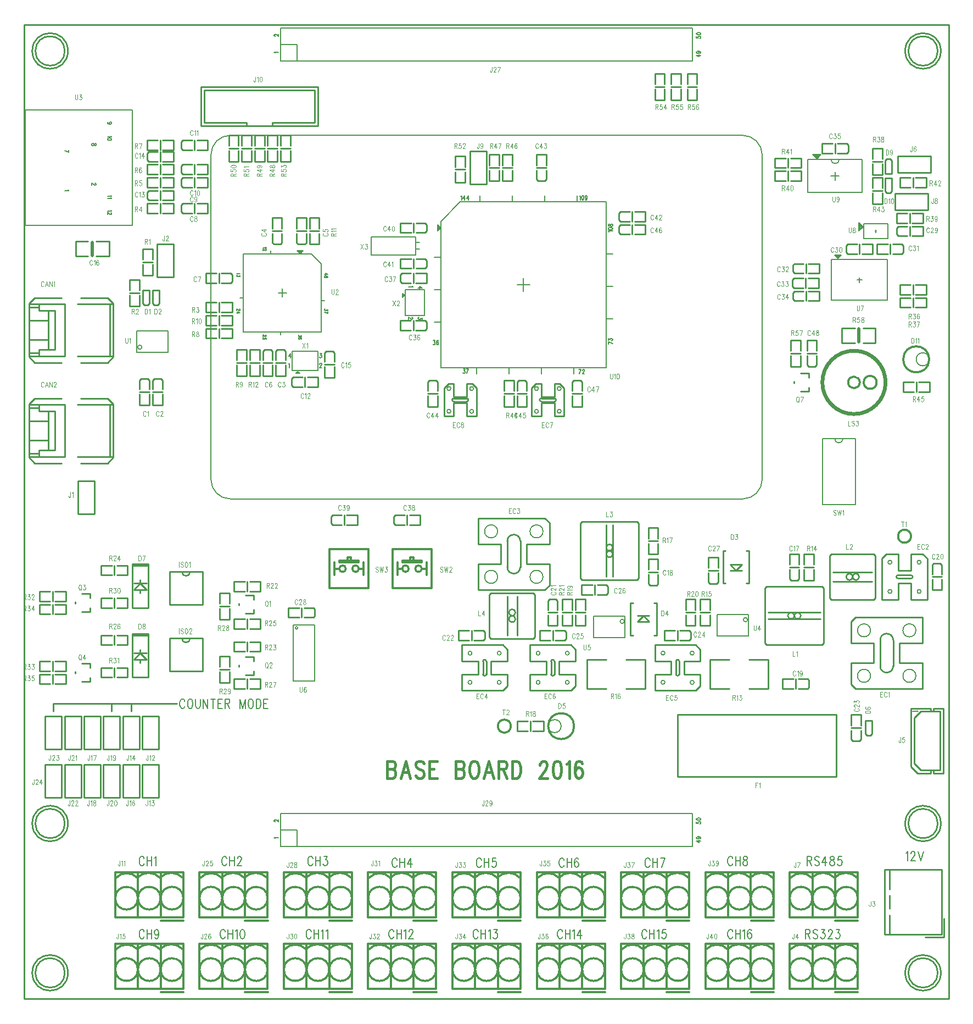
<source format=gbr>
*
*
G04 PADS Layout (Build Number 2005.266.2) generated Gerber (RS-274-X) file*
G04 PC Version=2.1*
*
%IN "cflora_base_1125.pcb"*%
*
%MOMM*%
*
%FSLAX35Y35*%
*
*
*
*
G04 PC Standard Apertures*
*
*
G04 Thermal Relief Aperture macro.*
%AMTER*
1,1,$1,0,0*
1,0,$1-$2,0,0*
21,0,$3,$4,0,0,45*
21,0,$3,$4,0,0,135*
%
*
*
G04 Annular Aperture macro.*
%AMANN*
1,1,$1,0,0*
1,0,$2,0,0*
%
*
*
G04 Odd Aperture macro.*
%AMODD*
1,1,$1,0,0*
1,0,$1-0.005,0,0*
%
*
*
G04 PC Custom Aperture Macros*
*
*
*
*
*
*
G04 PC Aperture Table*
*
%ADD012C,0.1524*%
%ADD015C,0.2032*%
%ADD016C,0.127*%
%ADD056C,0.1*%
%ADD058C,0.254*%
%ADD059C,0.3048*%
%ADD110C,0.508*%
%ADD120C,0.2*%
%ADD125C,0.1778*%
%ADD126C,0.35*%
%ADD127C,0.4*%
*
*
*
*
G04 PC Custom Flashes*
G04 Layer Name cflora_base_1125.pcb - flashes*
%LPD*%
*
*
G04 PC Circuitry*
G04 Layer Name cflora_base_1125.pcb - circuitry*
%LPD*%
*
G54D12*
G01X29355000Y24846000D02*
Y25354000D01*
X35705000*
Y24846000*
X29355000*
Y25100000D02*
X29609000D01*
Y24846000*
X29269275Y24973000D02*
X29266100Y24977618D01*
X29256575Y24984545*
X29323250*
X35765325Y25225268D02*
Y25202177D01*
X35793900Y25199868*
X35790725Y25202177*
X35787550Y25209105*
X35787550D02*
Y25216032D01*
X35790725Y25222959*
X35797075Y25227577*
X35806600Y25229886*
X35812950Y25227577*
X35822475Y25225268*
X35828825Y25220650*
X35832000Y25213723*
Y25206795*
X35828825Y25199868*
X35825650Y25197559*
X35819300Y25195250*
X35765325Y25264523D02*
X35768500Y25257595D01*
X35778025Y25252977*
X35793900Y25250668*
X35803425*
X35819300Y25252977*
X35828825Y25257595*
X35832000Y25264523*
Y25269141*
X35828825Y25276068*
X35819300Y25280686*
X35803425Y25282995*
X35793900*
X35778025Y25280686*
X35768500Y25276068*
X35765325Y25269141*
Y25264523*
Y24932591D02*
X35809775Y24909500D01*
Y24944136*
X35765325Y24932591D02*
X35832000D01*
X35787550Y24994936D02*
X35797075Y24992627D01*
X35803425Y24988009*
X35806600Y24981082*
Y24978773*
X35803425Y24971845*
X35797075Y24967227*
X35787550Y24964918*
X35784375*
X35774850Y24967227*
X35768500Y24971845*
X35765325Y24978773*
Y24981082*
X35768500Y24988009*
X35774850Y24992627*
X35787550Y24994936*
X35803425*
X35819300Y24992627*
X35828825Y24988009*
X35832000Y24981082*
Y24976464*
X35828825Y24969536*
X35822475Y24967227*
X29272450Y25229309D02*
X29269275D01*
X29262925Y25231618*
X29259750Y25233927*
X29256575Y25238545*
Y25247782*
X29259750Y25252400*
X29262925Y25254709*
X29269275Y25257018*
X29275625*
X29281975Y25254709*
X29291500Y25250091*
X29323250Y25227000*
Y25259327*
X29355000Y12746000D02*
Y13254000D01*
X35705000*
Y12746000*
X29355000*
Y13000000D02*
X29609000D01*
Y12746000*
X29269275Y12873000D02*
X29266100Y12877618D01*
X29256575Y12884545*
X29323250*
X35765325Y13125268D02*
Y13102177D01*
X35793900Y13099868*
X35790725Y13102177*
X35787550Y13109105*
X35787550D02*
Y13116032D01*
X35790725Y13122959*
X35797075Y13127577*
X35806600Y13129886*
X35812950Y13127577*
X35822475Y13125268*
X35828825Y13120650*
X35832000Y13113723*
Y13106795*
X35828825Y13099868*
X35825650Y13097559*
X35819300Y13095250*
X35765325Y13164523D02*
X35768500Y13157595D01*
X35778025Y13152977*
X35793900Y13150668*
X35803425*
X35819300Y13152977*
X35828825Y13157595*
X35832000Y13164523*
Y13169141*
X35828825Y13176068*
X35819300Y13180686*
X35803425Y13182995*
X35793900*
X35778025Y13180686*
X35768500Y13176068*
X35765325Y13169141*
Y13164523*
Y12832591D02*
X35809775Y12809500D01*
Y12844136*
X35765325Y12832591D02*
X35832000D01*
X35787550Y12894936D02*
X35797075Y12892627D01*
X35803425Y12888009*
X35806600Y12881082*
Y12878773*
X35803425Y12871845*
X35797075Y12867227*
X35787550Y12864918*
X35784375*
X35774850Y12867227*
X35768500Y12871845*
X35765325Y12878773*
Y12881082*
X35768500Y12888009*
X35774850Y12892627*
X35787550Y12894936*
X35803425*
X35819300Y12892627*
X35828825Y12888009*
X35832000Y12881082*
Y12876464*
X35828825Y12869536*
X35822475Y12867227*
X29272450Y13129309D02*
X29269275D01*
X29262925Y13131618*
X29259750Y13133927*
X29256575Y13138545*
Y13147782*
X29259750Y13152400*
X29262925Y13154709*
X29269275Y13157018*
X29275625*
X29281975Y13154709*
X29291500Y13150091*
X29323250Y13127000*
Y13159327*
X31825000Y22375000D02*
X32125000Y22675000D01*
X34375000*
Y20125000*
X31825000*
Y22375000*
Y21825000D02*
X31725000D01*
X31825000Y21325000D02*
X31725000D01*
X31825000Y20825000D02*
X31725000D01*
X32375000Y20125000D02*
Y20025000D01*
X34375000Y21875000D02*
X34475000D01*
X34375000Y21375000D02*
X34475000D01*
X34375000Y20875000D02*
X34475000D01*
X33875000Y20125000D02*
Y20025000D01*
X33375000Y20125000D02*
Y20025000D01*
X32875000Y20125000D02*
Y20025000D01*
X33925000Y22675000D02*
Y22775000D01*
X33425000Y22675000D02*
Y22775000D01*
X32425000Y22675000D02*
Y22775000D01*
X32925000Y22675000D02*
Y22775000D01*
X31825000Y22275000D02*
X31775000Y22325000D01*
Y22225000*
X31825000Y22275000*
X33100000Y21500000D02*
Y21300000D01*
X33000000Y21400000D02*
X33200000D01*
X31709618Y20541675D02*
X31735018D01*
X31721164Y20516275*
X31728091*
X31732709Y20513100*
X31735018Y20509925*
X31737327Y20500400*
Y20494050*
X31735018Y20484525*
X31730400Y20478175*
X31723473Y20475000*
X31716545*
X31709618Y20478175*
X31707309Y20481350*
X31705000Y20487700*
X31785818Y20532150D02*
X31783509Y20538500D01*
X31776582Y20541675*
X31771964*
X31765036Y20538500*
X31760418Y20528975*
X31758109Y20513100*
Y20497225*
X31760418Y20484525*
X31765036Y20478175*
X31771964Y20475000*
X31774273*
X31781200Y20478175*
X31785818Y20484525*
X31788127Y20494050*
Y20497225*
X31785818Y20506750*
X31781200Y20513100*
X31774273Y20516275*
X31771964*
X31765036Y20513100*
X31760418Y20506750*
X31758109Y20497225*
X32135000Y22758975D02*
X32139618Y22762150D01*
X32146545Y22771675*
Y22705000*
X32190418Y22771675D02*
X32167327Y22727225D01*
X32201964*
X32190418Y22771675D02*
Y22705000D01*
X32245836Y22771675D02*
X32222745Y22727225D01*
X32257382*
X32245836Y22771675D02*
Y22705000D01*
X33965000Y22758975D02*
X33969618Y22762150D01*
X33976545Y22771675*
Y22705000*
X34011182Y22771675D02*
X34004255Y22768500D01*
X34004255D02*
X33999636Y22758975D01*
X33997327Y22743100*
Y22733575*
X33999636Y22717700*
X34004255Y22708175*
X34004255D02*
X34011182Y22705000D01*
X34015800*
X34022727Y22708175*
X34027345Y22717700*
X34029655Y22733575*
X34029655D02*
Y22743100D01*
X34029655D02*
X34027345Y22758975D01*
X34022727Y22768500*
X34015800Y22771675*
X34011182*
X34080455Y22749450D02*
X34078145Y22739925D01*
X34073527Y22733575*
X34066600Y22730400*
X34064291*
X34057364Y22733575*
X34052745Y22739925*
X34050436Y22749450*
Y22752625*
X34052745Y22762150*
X34057364Y22768500*
X34064291Y22771675*
X34066600*
X34073527Y22768500*
X34078145Y22762150*
X34080455Y22749450*
X34080455D02*
Y22733575D01*
X34080455D02*
X34078145Y22717700D01*
X34073527Y22708175*
X34066600Y22705000*
X34061982*
X34055055Y22708175*
X34055055D02*
X34052745Y22714525D01*
X34421025Y22215000D02*
X34417850Y22219618D01*
X34408325Y22226545*
X34475000*
X34408325Y22261182D02*
X34411500Y22254255D01*
X34411500D02*
X34421025Y22249636D01*
X34436900Y22247327*
X34446425*
X34462300Y22249636*
X34471825Y22254255*
X34471825D02*
X34475000Y22261182D01*
Y22265800*
X34471825Y22272727*
X34462300Y22277345*
X34446425Y22279655*
X34446425D02*
X34436900D01*
X34436900D02*
X34421025Y22277345D01*
X34411500Y22272727*
X34408325Y22265800*
Y22261182*
Y22311982D02*
X34411500Y22305055D01*
X34411500D02*
X34417850Y22302745D01*
X34424200*
X34430550Y22305055*
X34430550D02*
X34433725Y22309673D01*
X34436900Y22318909*
X34440075Y22325836*
X34446425Y22330455*
X34446425D02*
X34452775Y22332764D01*
X34462300*
X34468650Y22330455*
X34468650D02*
X34471825Y22328145D01*
X34475000Y22321218*
Y22311982*
X34471825Y22305055*
X34471825D02*
X34468650Y22302745D01*
X34462300Y22300436*
X34452775*
X34446425Y22302745*
X34440075Y22307364*
X34436900Y22314291*
X34433725Y22323527*
X34430550Y22328145*
X34424200Y22330455*
X34424200D02*
X34417850D01*
X34417850D02*
X34411500Y22328145D01*
X34408325Y22321218*
Y22311982*
Y20517327D02*
X34475000Y20494236D01*
X34408325Y20485000D02*
Y20517327D01*
Y20542727D02*
Y20568127D01*
X34433725Y20554273*
Y20561200*
X34436900Y20565818*
X34440075Y20568127*
X34449600Y20570436*
X34455950*
X34465475Y20568127*
X34471825Y20563509*
X34475000Y20556582*
Y20549655*
X34475000D02*
X34471825Y20542727D01*
X34468650Y20540418*
X34462300Y20538109*
X33987327Y20091675D02*
X33964236Y20025000D01*
X33955000Y20091675D02*
X33987327D01*
X34010418Y20075800D02*
Y20078975D01*
X34012727Y20085325*
X34015036Y20088500*
X34019655Y20091675*
X34019655D02*
X34028891D01*
X34033509Y20088500*
X34035818Y20085325*
X34038127Y20078975*
Y20072625*
X34035818Y20066275*
X34031200Y20056750*
X34008109Y20025000*
X34040436*
X32169618Y20101675D02*
X32195018D01*
X32181164Y20076275*
X32188091*
X32192709Y20073100*
X32195018Y20069925*
X32197327Y20060400*
Y20054050*
X32195018Y20044525*
X32190400Y20038175*
X32183473Y20035000*
X32176545*
X32169618Y20038175*
X32167309Y20041350*
X32165000Y20047700*
X32250436Y20101675D02*
X32227345Y20035000D01*
X32218109Y20101675D02*
X32250436D01*
X29316431Y21275000D02*
X29443431D01*
X29379931Y21338501D02*
Y21211501D01*
X29829931Y21875001D02*
X29979931Y21725001D01*
Y20675001*
X28779931*
Y21875001*
X29829931*
X29655000Y21875000D02*
X29705000Y21925000D01*
X29605000*
X29655000Y21875000*
X29205000D02*
Y21925000D01*
X28780000Y21200000D02*
X28730000D01*
X29355000Y20675000D02*
Y20625000D01*
X29980000Y21150000D02*
X30030000D01*
X27064000Y24094600D02*
X25413000D01*
Y22316600*
X27064000*
Y24094600*
X26727450Y23874082D02*
X26717925Y23876391D01*
X26711575Y23881009*
X26708400Y23887936*
Y23890245*
X26711575Y23897173*
X26717925Y23901791*
X26727450Y23904100*
X26730625*
X26740150Y23901791*
X26746500Y23897173*
X26749675Y23890245*
Y23887936*
X26746500Y23881009*
X26740150Y23876391*
X26727450Y23874082*
X26711575*
X26695700Y23876391*
X26686175Y23881009*
X26683000Y23887936*
Y23892555*
X26683000D02*
X26686175Y23899482D01*
X26692525Y23901791*
X26736975Y22545200D02*
X26740150Y22540582D01*
X26749675Y22533655*
X26749675D02*
X26683000D01*
X26733800Y22510564D02*
X26736975D01*
X26743325Y22508255*
X26743325D02*
X26746500Y22505945D01*
X26749675Y22501327*
Y22492091*
X26746500Y22487473*
X26743325Y22485164*
X26736975Y22482855*
X26736975D02*
X26730625D01*
X26730625D02*
X26724275Y22485164D01*
X26714750Y22489782*
X26683000Y22512873*
Y22480545*
X26736975Y23688200D02*
X26740150Y23683582D01*
X26749675Y23676655*
X26749675D02*
X26683000D01*
X26749675Y23642018D02*
X26746500Y23648945D01*
X26736975Y23653564*
X26721100Y23655873*
X26711575*
X26695700Y23653564*
X26686175Y23648945*
X26683000Y23642018*
Y23637400*
X26686175Y23630473*
X26695700Y23625855*
X26695700D02*
X26711575Y23623545D01*
X26721100*
X26736975Y23625855*
X26736975D02*
X26746500Y23630473D01*
X26749675Y23637400*
Y23642018*
X26736975Y22773800D02*
X26740150Y22769182D01*
X26749675Y22762255*
X26749675D02*
X26683000D01*
X26736975Y22741473D02*
X26740150Y22736855D01*
X26740150D02*
X26749675Y22729927D01*
X26683000*
X26508375Y23562355D02*
X26505200Y23569282D01*
X26498850Y23571591*
X26492500*
X26486150Y23569282*
X26482975Y23564664*
X26479800Y23555427*
X26476625Y23548500*
X26470275Y23543882*
X26463925Y23541573*
X26454400*
X26448050Y23543882*
X26444875Y23546191*
X26441700Y23553118*
Y23562355*
X26441700D02*
X26444875Y23569282D01*
X26448050Y23571591*
X26454400Y23573900*
X26463925*
X26470275Y23571591*
X26476625Y23566973*
X26479800Y23560045*
X26482975Y23550809*
X26486150Y23546191*
X26492500Y23543882*
X26498850*
X26505200Y23546191*
X26508375Y23553118*
Y23562355*
X26492500Y22961991D02*
X26495675D01*
X26502025Y22959682*
X26505200Y22957373*
X26508375Y22952755*
X26508375D02*
Y22943518D01*
X26505200Y22938900*
X26502025Y22936591*
X26495675Y22934282*
X26489325*
X26482975Y22936591*
X26473450Y22941209*
X26441700Y22964300*
Y22931973*
X26089275Y23439973D02*
X26022600Y23463064D01*
X26089275Y23472300D02*
Y23439973D01*
X26076575Y22862700D02*
X26079750Y22858082D01*
X26089275Y22851155*
X26089275D02*
X26022600D01*
X38710000Y21791400D02*
X37850000D01*
Y21158600*
X38710000*
Y21791400*
X38241900Y21475000D02*
X38318100D01*
X38280000Y21513100D02*
Y21436900D01*
X37949800Y21802800D02*
X37999800Y21852800D01*
X37899800*
X37949800Y21802800*
Y21812800D02*
X37984800Y21847800D01*
X37919800*
X37952300Y21815300*
X37949800Y21822800D02*
X37964800Y21837800D01*
X37939800*
X37947300Y21830300*
X38715004Y22339999D02*
X38344996D01*
Y22110001*
X38715004*
Y22339999*
X38334400Y22288500D02*
X38270900Y22352000D01*
Y22225000*
X38334400Y22288500*
X38321700D02*
X38277250Y22332950D01*
Y22250400*
X38318525Y22291675*
X38309000Y22288500D02*
X38283600Y22313900D01*
Y22275800*
X38296300Y22288500*
X38520000Y22225000D02*
X38540000D01*
X38530000Y22205000D02*
Y22245000D01*
X38324100Y23329000D02*
X37485900D01*
Y22821000*
X38324100*
Y23329000*
X37625600Y23341700D02*
X37562100Y23405200D01*
X37689100*
X37625600Y23341700*
X37638300Y23379800D02*
X37612900D01*
X37625600Y23367100*
X37638300Y23379800*
X37841500Y23329000D02*
G75*
G03X37968500I63500J0D01*
G01X37841500Y23075000D02*
X37968500D01*
X37905000Y23138500D02*
Y23011500D01*
X29617500Y20065000D02*
X29587500Y20035000D01*
X29647500*
X29617500Y20065000*
Y20055000D02*
X29607500Y20045000D01*
X29627500*
X29617500Y20055000*
X29530000Y20375000D02*
X29930000D01*
Y20075000*
X29530000*
Y20375000*
X29480000Y20178975D02*
X29484618Y20182150D01*
X29491545Y20191675*
Y20125000*
X29957309Y20175800D02*
Y20178975D01*
X29959618Y20185325*
X29961927Y20188500*
X29966545Y20191675*
X29975782*
X29980400Y20188500*
X29982709Y20185325*
X29985018Y20178975*
Y20172625*
X29982709Y20166275*
X29978091Y20156750*
X29955000Y20125000*
X29987327*
X29959618Y20341675D02*
X29985018D01*
X29971164Y20316275*
X29978091*
X29982709Y20313100*
X29985018Y20309925*
X29987327Y20300400*
Y20294050*
X29985018Y20284525*
X29980400Y20278175*
X29973473Y20275000*
X29966545*
X29959618Y20278175*
X29957309Y20281350*
X29955000Y20287700*
X29503091Y20341675D02*
X29480000Y20297225D01*
X29514636*
X29503091Y20341675D02*
Y20275000D01*
X31265000Y21237500D02*
X31235000Y21267500D01*
Y21207500*
X31265000Y21237500*
X31255000D02*
X31245000Y21247500D01*
Y21227500*
X31255000Y21237500*
X31575000Y21325000D02*
Y20925000D01*
X31275000*
Y21325000*
X31575000*
X31378975Y21375000D02*
X31382150Y21370382D01*
X31391675Y21363455*
X31391675D02*
X31325000D01*
X31375800Y20897691D02*
X31378975D01*
X31385325Y20895382*
X31388500Y20893073*
X31391675Y20888455*
X31391675D02*
Y20879218D01*
X31388500Y20874600*
X31385325Y20872291*
X31378975Y20869982*
X31372625*
X31366275Y20872291*
X31356750Y20876909*
X31325000Y20900000*
Y20867673*
X31541675Y20895382D02*
Y20869982D01*
X31516275Y20883836*
Y20876909*
X31513100Y20872291*
X31509925Y20869982*
X31500400Y20867673*
X31494050*
X31484525Y20869982*
X31478175Y20874600*
X31475000Y20881527*
Y20888455*
X31475000D02*
X31478175Y20895382D01*
X31481350Y20897691*
X31487700Y20900000*
X31541675Y21351909D02*
X31497225Y21375000D01*
Y21340364*
X31541675Y21351909D02*
X31475000D01*
X31498800Y21949200D02*
X31435300D01*
X31498800Y22050800D02*
X31435300D01*
Y21860300D02*
Y22139700D01*
X30749500*
Y21860300*
X31435300*
X36480000Y18100000D02*
G03X36780000Y18400000I0J300000D01*
G01X36480000Y18100000D02*
X28580000D01*
X28280000Y18400000D02*
G03X28580000Y18100000I300000J0D01*
G01X28280000Y18400000D02*
Y23400000D01*
X28580000Y23700000D02*
G03X28280000Y23400000I0J-300000D01*
G01X28580000Y23700000D02*
X36480000D01*
X36780000Y23400000D02*
G03X36480000Y23700000I-300000J0D01*
G01X36780000Y23400000D02*
Y18400000D01*
G54D15*
X37663700Y23392500D02*
X37587500D01*
X37625600Y23354400*
X37663700Y23392500*
G54D16*
X29120412Y21975001D02*
X29122793Y21971537D01*
X29129937Y21966342*
X29079931*
X29118031Y21949024D02*
X29120412D01*
X29125174Y21947292*
X29127556Y21945560*
X29129937Y21942096*
Y21935169*
X29127556Y21931705*
X29127556D02*
X29125174Y21929974D01*
X29120412Y21928242*
X29115649*
X29110887Y21929974*
X29103743Y21933437*
X29079931Y21950755*
X29079931D02*
Y21926510D01*
X30079937Y21557683D02*
X30046599Y21575001D01*
Y21549024*
X30079937Y21557683D02*
X30029931D01*
X30079937Y21524778D02*
X30077556Y21529974D01*
X30072793Y21531705*
X30072793D02*
X30068031D01*
X30068031D02*
X30063268Y21529974D01*
X30060887Y21526510*
X30058506Y21519583*
X30056124Y21514387*
X30051362Y21510924*
X30046599Y21509192*
X30039456*
X30034693Y21510924*
X30032312Y21512655*
X30032312D02*
X30029931Y21517851D01*
Y21524778*
X30032312Y21529974*
X30034693Y21531705*
X30034693D02*
X30039456Y21533437D01*
X30046599*
X30051362Y21531705*
X30051362D02*
X30056124Y21528242D01*
X30058506Y21523046*
X30060887Y21516119*
X30063268Y21512655*
X30063268D02*
X30068031Y21510924D01*
X30072793*
X30077556Y21512655*
X30077556D02*
X30079937Y21517851D01*
Y21524778*
Y21021537D02*
Y21002487D01*
X30060887Y21012878*
Y21007683*
X30058506Y21004219*
X30056124Y21002487*
X30048981Y21000755*
X30048981D02*
X30044218D01*
X30044218D02*
X30037074Y21002487D01*
X30032312Y21005951*
X30029931Y21011146*
Y21016342*
X30032312Y21021537*
X30034693Y21023269*
X30039456Y21025001*
X30079937Y20960924D02*
X30029931Y20978242D01*
X30079937Y20985169D02*
Y20960924D01*
X29679937Y20621537D02*
Y20602487D01*
X29660887Y20612878*
Y20607683*
X29658506Y20604219*
X29656124Y20602487*
X29648981Y20600755*
X29648981D02*
X29644218D01*
X29644218D02*
X29637074Y20602487D01*
X29632312Y20605951*
X29629931Y20611146*
Y20616342*
X29632312Y20621537*
X29634693Y20623269*
X29639456Y20625001*
X29672793Y20564387D02*
X29677556Y20566119D01*
X29679937Y20571315*
X29679937D02*
Y20574778D01*
X29677556Y20579974*
X29670412Y20583437*
X29658506Y20585169*
X29646599*
X29637074Y20583437*
X29632312Y20579974*
X29629931Y20574778*
Y20573046*
X29632312Y20567851*
X29637074Y20564387*
X29644218Y20562655*
X29644218D02*
X29646599D01*
X29646599D02*
X29653743Y20564387D01*
X29658506Y20567851*
X29660887Y20573046*
Y20574778*
X29658506Y20579974*
X29653743Y20583437*
X29646599Y20585169*
X29118031Y20623269D02*
X29120412D01*
X29125174Y20621537*
X29127556Y20619805*
X29127556D02*
X29129937Y20616342D01*
Y20609415*
X29129937D02*
X29127556Y20605951D01*
X29125174Y20604219*
X29120412Y20602487*
X29115649*
X29110887Y20604219*
X29103743Y20607683*
X29079931Y20625001*
Y20600755*
X29129937Y20562655D02*
Y20579974D01*
X29108506Y20581705*
X29108506D02*
X29110887Y20579974D01*
X29113268Y20574778*
Y20569583*
X29110887Y20564387*
X29106124Y20560924*
X29098981Y20559192*
X29094218Y20560924*
X29087074Y20562655*
X29087074D02*
X29082312Y20566119D01*
X29079931Y20571315*
X29079931D02*
Y20576510D01*
X29082312Y20581705*
X29082312D02*
X29084693Y20583437D01*
X29089456Y20585169*
X28718031Y21023269D02*
X28720412D01*
X28725174Y21021537*
X28727556Y21019805*
X28727556D02*
X28729937Y21016342D01*
Y21009415*
X28729937D02*
X28727556Y21005951D01*
X28725174Y21004219*
X28720412Y21002487*
X28715649*
X28710887Y21004219*
X28703743Y21007683*
X28679931Y21025001*
Y21000755*
X28729937Y20967851D02*
X28696599Y20985169D01*
Y20959192*
X28729937Y20967851D02*
X28679931D01*
X28720412Y21575001D02*
X28722793Y21571537D01*
X28729937Y21566342*
X28679931*
X28729937Y21547292D02*
Y21528242D01*
X28710887Y21538633*
Y21533437*
X28708506Y21529974*
X28706124Y21528242*
X28698981Y21526510*
X28694218*
X28687074Y21528242*
X28682312Y21531705*
X28682312D02*
X28679931Y21536901D01*
Y21542096*
X28682312Y21547292*
X28684693Y21549024*
X28689456Y21550755*
G54D56*
X27275909Y19435000D02*
X27273182Y19442500D01*
X27267727Y19450000*
X27262273Y19453750*
X27251364*
X27245909Y19450000*
X27240455Y19442500*
X27237727Y19435000*
X27235000Y19423750*
Y19405000*
X27237727Y19393750*
X27240455Y19386250*
X27245909Y19378750*
X27251364Y19375000*
X27262273*
X27267727Y19378750*
X27273182Y19386250*
X27275909Y19393750*
X27300455Y19438750D02*
X27305909Y19442500D01*
X27314091Y19453750*
Y19375000*
X28000909Y22835000D02*
X27998182Y22842500D01*
X27992727Y22850000*
X27987273Y22853750*
X27976364*
X27970909Y22850000*
X27965455Y22842500*
X27965455D02*
X27962727Y22835000D01*
X27960000Y22823750*
Y22805000*
X27962727Y22793750*
X27965455Y22786250*
X27965455D02*
X27970909Y22778750D01*
X27976364Y22775000*
X27987273*
X27992727Y22778750*
X27998182Y22786250*
X28000909Y22793750*
X28025455Y22838750D02*
X28030909Y22842500D01*
X28039091Y22853750*
Y22775000*
X28080000Y22853750D02*
X28071818Y22850000D01*
X28066364Y22838750*
X28063636Y22820000*
Y22808750*
X28066364Y22790000*
X28071818Y22778750*
X28080000Y22775000*
X28085455*
X28085455D02*
X28093636Y22778750D01*
X28099091Y22790000*
X28101818Y22808750*
Y22820000*
X28099091Y22838750*
X28093636Y22850000*
X28085455Y22853750*
X28085455D02*
X28080000D01*
X28000909Y23760000D02*
X27998182Y23767500D01*
X27992727Y23775000*
X27987273Y23778750*
X27976364*
X27970909Y23775000*
X27965455Y23767500*
X27965455D02*
X27962727Y23760000D01*
X27960000Y23748750*
Y23730000*
X27962727Y23718750*
X27965455Y23711250*
X27965455D02*
X27970909Y23703750D01*
X27976364Y23700000*
X27987273*
X27992727Y23703750*
X27998182Y23711250*
X28000909Y23718750*
X28025455Y23763750D02*
X28030909Y23767500D01*
X28039091Y23778750*
Y23700000*
X28063636Y23763750D02*
X28069091Y23767500D01*
X28077273Y23778750*
Y23700000*
X29705909Y19710000D02*
X29703182Y19717500D01*
X29697727Y19725000*
X29692273Y19728750*
X29681364*
X29675909Y19725000*
X29670455Y19717500*
X29670455D02*
X29667727Y19710000D01*
X29665000Y19698750*
Y19680000*
X29667727Y19668750*
X29670455Y19661250*
X29670455D02*
X29675909Y19653750D01*
X29681364Y19650000*
X29692273*
X29697727Y19653750*
X29703182Y19661250*
X29705909Y19668750*
X29730455Y19713750D02*
X29735909Y19717500D01*
X29744091Y19728750*
Y19650000*
X29771364Y19710000D02*
Y19713750D01*
X29774091Y19721250*
X29776818Y19725000*
X29782273Y19728750*
X29793182*
X29798636Y19725000*
X29801364Y19721250*
X29804091Y19713750*
Y19706250*
X29801364Y19698750*
X29795909Y19687500*
X29768636Y19650000*
X29806818*
X27150909Y22810000D02*
X27148182Y22817500D01*
X27142727Y22825000*
X27137273Y22828750*
X27126364*
X27120909Y22825000*
X27115455Y22817500*
X27115455D02*
X27112727Y22810000D01*
X27110000Y22798750*
Y22780000*
X27112727Y22768750*
X27115455Y22761250*
X27115455D02*
X27120909Y22753750D01*
X27126364Y22750000*
X27137273*
X27142727Y22753750*
X27148182Y22761250*
X27150909Y22768750*
X27175455Y22813750D02*
X27180909Y22817500D01*
X27189091Y22828750*
Y22750000*
X27219091Y22828750D02*
X27249091D01*
X27232727Y22798750*
X27240909*
X27246364Y22795000*
X27249091Y22791250*
X27251818Y22780000*
Y22772500*
X27249091Y22761250*
X27243636Y22753750*
X27235455Y22750000*
X27235455D02*
X27227273D01*
X27219091Y22753750*
X27216364Y22757500*
X27213636Y22765000*
X27150909Y23410000D02*
X27148182Y23417500D01*
X27142727Y23425000*
X27137273Y23428750*
X27126364*
X27120909Y23425000*
X27115455Y23417500*
X27115455D02*
X27112727Y23410000D01*
X27110000Y23398750*
Y23380000*
X27112727Y23368750*
X27115455Y23361250*
X27115455D02*
X27120909Y23353750D01*
X27126364Y23350000*
X27137273*
X27142727Y23353750*
X27148182Y23361250*
X27150909Y23368750*
X27175455Y23413750D02*
X27180909Y23417500D01*
X27189091Y23428750*
Y23350000*
X27240909Y23428750D02*
X27213636Y23376250D01*
X27254545*
X27240909Y23428750D02*
Y23350000D01*
X30330909Y20185000D02*
X30328182Y20192500D01*
X30322727Y20200000*
X30317273Y20203750*
X30306364*
X30300909Y20200000*
X30295455Y20192500*
X30295455D02*
X30292727Y20185000D01*
X30290000Y20173750*
Y20155000*
X30292727Y20143750*
X30295455Y20136250*
X30295455D02*
X30300909Y20128750D01*
X30306364Y20125000*
X30317273*
X30322727Y20128750*
X30328182Y20136250*
X30330909Y20143750*
X30355455Y20188750D02*
X30360909Y20192500D01*
X30369091Y20203750*
Y20125000*
X30429091Y20203750D02*
X30401818D01*
X30399091Y20170000*
X30401818Y20173750*
X30410000Y20177500*
X30418182*
X30426364Y20173750*
X30431818Y20166250*
X30434545Y20155000*
X30431818Y20147500*
X30429091Y20136250*
X30423636Y20128750*
X30415455Y20125000*
X30415455D02*
X30407273D01*
X30399091Y20128750*
X30396364Y20132500*
X30393636Y20140000*
X26450909Y21760000D02*
X26448182Y21767500D01*
X26442727Y21775000*
X26437273Y21778750*
X26426364*
X26420909Y21775000*
X26415455Y21767500*
X26415455D02*
X26412727Y21760000D01*
X26410000Y21748750*
Y21730000*
X26412727Y21718750*
X26415455Y21711250*
X26415455D02*
X26420909Y21703750D01*
X26426364Y21700000*
X26437273*
X26442727Y21703750*
X26448182Y21711250*
X26450909Y21718750*
X26475455Y21763750D02*
X26480909Y21767500D01*
X26489091Y21778750*
Y21700000*
X26546364Y21767500D02*
X26543636Y21775000D01*
X26535455Y21778750*
X26535455D02*
X26530000D01*
X26521818Y21775000*
X26516364Y21763750*
X26513636Y21745000*
Y21726250*
X26516364Y21711250*
X26521818Y21703750*
X26530000Y21700000*
X26532727*
X26540909Y21703750*
X26546364Y21711250*
X26549091Y21722500*
Y21726250*
X26546364Y21737500*
X26540909Y21745000*
X26532727Y21748750*
X26530000*
X26521818Y21745000*
X26516364Y21737500*
X26513636Y21726250*
X37240909Y17360000D02*
X37238182Y17367500D01*
X37232727Y17375000*
X37227273Y17378750*
X37216364*
X37210909Y17375000*
X37205455Y17367500*
X37205455D02*
X37202727Y17360000D01*
X37200000Y17348750*
Y17330000*
X37202727Y17318750*
X37205455Y17311250*
X37205455D02*
X37210909Y17303750D01*
X37216364Y17300000*
X37227273*
X37232727Y17303750*
X37238182Y17311250*
X37240909Y17318750*
X37265455Y17363750D02*
X37270909Y17367500D01*
X37279091Y17378750*
Y17300000*
X37341818Y17378750D02*
X37314545Y17300000D01*
X37303636Y17378750D02*
X37341818D01*
X35290909Y16985000D02*
X35288182Y16992500D01*
X35282727Y17000000*
X35277273Y17003750*
X35266364*
X35260909Y17000000*
X35255455Y16992500*
X35255455D02*
X35252727Y16985000D01*
X35250000Y16973750*
Y16955000*
X35252727Y16943750*
X35255455Y16936250*
X35255455D02*
X35260909Y16928750D01*
X35266364Y16925000*
X35277273*
X35282727Y16928750*
X35288182Y16936250*
X35290909Y16943750*
X35315455Y16988750D02*
X35320909Y16992500D01*
X35329091Y17003750*
Y16925000*
X35367273Y17003750D02*
X35359091Y17000000D01*
X35356364Y16992500*
Y16985000*
X35359091Y16977500*
X35364545Y16973750*
X35375455Y16970000*
X35375455D02*
X35383636Y16966250D01*
X35389091Y16958750*
X35391818Y16951250*
Y16940000*
X35389091Y16932500*
X35386364Y16928750*
X35378182Y16925000*
X35367273*
X35359091Y16928750*
X35356364Y16932500*
X35353636Y16940000*
Y16951250*
X35356364Y16958750*
X35361818Y16966250*
X35370000Y16970000*
X35380909Y16973750*
X35386364Y16977500*
X35389091Y16985000*
Y16992500*
X35386364Y17000000*
X35378182Y17003750*
X35367273*
X37295909Y15435000D02*
X37293182Y15442500D01*
X37287727Y15450000*
X37282273Y15453750*
X37271364*
X37265909Y15450000*
X37260455Y15442500*
X37260455D02*
X37257727Y15435000D01*
X37255000Y15423750*
Y15405000*
X37257727Y15393750*
X37260455Y15386250*
X37260455D02*
X37265909Y15378750D01*
X37271364Y15375000*
X37282273*
X37287727Y15378750*
X37293182Y15386250*
X37295909Y15393750*
X37320455Y15438750D02*
X37325909Y15442500D01*
X37334091Y15453750*
Y15375000*
X37394091Y15427500D02*
X37391364Y15416250D01*
X37385909Y15408750*
X37377727Y15405000*
X37375000*
X37366818Y15408750*
X37361364Y15416250*
X37358636Y15427500*
Y15431250*
X37361364Y15442500*
X37366818Y15450000*
X37375000Y15453750*
X37377727*
X37385909Y15450000*
X37391364Y15442500*
X37394091Y15427500*
Y15408750*
X37391364Y15390000*
X37385909Y15378750*
X37377727Y15375000*
X37372273*
X37364091Y15378750*
X37361364Y15386250*
X27475909Y19435000D02*
X27473182Y19442500D01*
X27467727Y19450000*
X27462273Y19453750*
X27451364*
X27445909Y19450000*
X27440455Y19442500*
X27437727Y19435000*
X27435000Y19423750*
Y19405000*
X27437727Y19393750*
X27440455Y19386250*
X27445909Y19378750*
X27451364Y19375000*
X27462273*
X27467727Y19378750*
X27473182Y19386250*
X27475909Y19393750*
X27503182Y19435000D02*
Y19438750D01*
X27505909Y19446250*
X27508636Y19450000*
X27514091Y19453750*
X27525000*
X27530455Y19450000*
X27533182Y19446250*
X27535909Y19438750*
Y19431250*
X27533182Y19423750*
X27527727Y19412500*
X27500455Y19375000*
X27538636*
X39440909Y17235000D02*
X39438182Y17242500D01*
X39432727Y17250000*
X39427273Y17253750*
X39416364*
X39410909Y17250000*
X39405455Y17242500*
X39405455D02*
X39402727Y17235000D01*
X39400000Y17223750*
Y17205000*
X39402727Y17193750*
X39405455Y17186250*
X39405455D02*
X39410909Y17178750D01*
X39416364Y17175000*
X39427273*
X39432727Y17178750*
X39438182Y17186250*
X39440909Y17193750*
X39468182Y17235000D02*
Y17238750D01*
X39470909Y17246250*
X39473636Y17250000*
X39479091Y17253750*
X39490000*
X39495455Y17250000*
X39495455D02*
X39498182Y17246250D01*
X39500909Y17238750*
Y17231250*
X39498182Y17223750*
X39492727Y17212500*
X39465455Y17175000*
X39465455D02*
X39503636D01*
X39544545Y17253750D02*
X39536364Y17250000D01*
X39530909Y17238750*
X39528182Y17220000*
Y17208750*
X39530909Y17190000*
X39536364Y17178750*
X39544545Y17175000*
X39550000*
X39558182Y17178750*
X39563636Y17190000*
X39566364Y17208750*
Y17220000*
X39563636Y17238750*
X39558182Y17250000*
X39550000Y17253750*
X39544545*
X33540000Y16665909D02*
X33532500Y16663182D01*
X33525000Y16657727*
X33521250Y16652273*
Y16641364*
X33525000Y16635909*
X33532500Y16630455*
X33532500D02*
X33540000Y16627727D01*
X33551250Y16625000*
X33570000*
X33581250Y16627727*
X33588750Y16630455*
X33588750D02*
X33596250Y16635909D01*
X33600000Y16641364*
Y16652273*
X33596250Y16657727*
X33588750Y16663182*
X33581250Y16665909*
X33540000Y16693182D02*
X33536250D01*
X33528750Y16695909*
X33525000Y16698636*
X33521250Y16704091*
Y16715000*
X33525000Y16720455*
X33525000D02*
X33528750Y16723182D01*
X33536250Y16725909*
X33543750*
X33551250Y16723182*
X33562500Y16717727*
X33600000Y16690455*
X33600000D02*
Y16728636D01*
X33536250Y16753182D02*
X33532500Y16758636D01*
X33521250Y16766818*
X33600000*
X31890909Y15985000D02*
X31888182Y15992500D01*
X31882727Y16000000*
X31877273Y16003750*
X31866364*
X31860909Y16000000*
X31855455Y15992500*
X31855455D02*
X31852727Y15985000D01*
X31850000Y15973750*
Y15955000*
X31852727Y15943750*
X31855455Y15936250*
X31855455D02*
X31860909Y15928750D01*
X31866364Y15925000*
X31877273*
X31882727Y15928750*
X31888182Y15936250*
X31890909Y15943750*
X31918182Y15985000D02*
Y15988750D01*
X31920909Y15996250*
X31923636Y16000000*
X31929091Y16003750*
X31940000*
X31945455Y16000000*
X31945455D02*
X31948182Y15996250D01*
X31950909Y15988750*
Y15981250*
X31948182Y15973750*
X31942727Y15962500*
X31915455Y15925000*
X31915455D02*
X31953636D01*
X31980909Y15985000D02*
Y15988750D01*
X31983636Y15996250*
X31986364Y16000000*
X31991818Y16003750*
X32002727*
X32008182Y16000000*
X32010909Y15996250*
X32013636Y15988750*
Y15981250*
X32010909Y15973750*
X32005455Y15962500*
X32005455D02*
X31978182Y15925000D01*
X32016364*
X38215000Y14870909D02*
X38207500Y14868182D01*
X38200000Y14862727*
X38196250Y14857273*
Y14846364*
X38200000Y14840909*
X38207500Y14835455*
X38207500D02*
X38215000Y14832727D01*
X38226250Y14830000*
X38245000*
X38256250Y14832727*
X38263750Y14835455*
X38263750D02*
X38271250Y14840909D01*
X38275000Y14846364*
Y14857273*
X38271250Y14862727*
X38263750Y14868182*
X38256250Y14870909*
X38215000Y14898182D02*
X38211250D01*
X38203750Y14900909*
X38200000Y14903636*
X38196250Y14909091*
Y14920000*
X38200000Y14925455*
X38200000D02*
X38203750Y14928182D01*
X38211250Y14930909*
X38218750*
X38226250Y14928182*
X38237500Y14922727*
X38275000Y14895455*
X38275000D02*
Y14933636D01*
X38196250Y14963636D02*
Y14993636D01*
X38226250Y14977273*
Y14985455*
X38226250D02*
X38230000Y14990909D01*
X38233750Y14993636*
X38245000Y14996364*
X38252500*
X38263750Y14993636*
X38271250Y14988182*
X38275000Y14980000*
Y14971818*
X38271250Y14963636*
X38267500Y14960909*
X38260000Y14958182*
X35765909Y16035000D02*
X35763182Y16042500D01*
X35757727Y16050000*
X35752273Y16053750*
X35741364*
X35735909Y16050000*
X35730455Y16042500*
X35730455D02*
X35727727Y16035000D01*
X35725000Y16023750*
Y16005000*
X35727727Y15993750*
X35730455Y15986250*
X35730455D02*
X35735909Y15978750D01*
X35741364Y15975000*
X35752273*
X35757727Y15978750*
X35763182Y15986250*
X35765909Y15993750*
X35793182Y16035000D02*
Y16038750D01*
X35795909Y16046250*
X35798636Y16050000*
X35804091Y16053750*
X35815000*
X35820455Y16050000*
X35820455D02*
X35823182Y16046250D01*
X35825909Y16038750*
Y16031250*
X35823182Y16023750*
X35817727Y16012500*
X35790455Y15975000*
X35790455D02*
X35828636D01*
X35880455Y16053750D02*
X35853182Y16001250D01*
X35894091*
X35880455Y16053750D02*
Y15975000D01*
X33890909Y16010000D02*
X33888182Y16017500D01*
X33882727Y16025000*
X33877273Y16028750*
X33866364*
X33860909Y16025000*
X33855455Y16017500*
X33855455D02*
X33852727Y16010000D01*
X33850000Y15998750*
Y15980000*
X33852727Y15968750*
X33855455Y15961250*
X33855455D02*
X33860909Y15953750D01*
X33866364Y15950000*
X33877273*
X33882727Y15953750*
X33888182Y15961250*
X33890909Y15968750*
X33918182Y16010000D02*
Y16013750D01*
X33920909Y16021250*
X33923636Y16025000*
X33929091Y16028750*
X33940000*
X33945455Y16025000*
X33945455D02*
X33948182Y16021250D01*
X33950909Y16013750*
Y16006250*
X33948182Y15998750*
X33942727Y15987500*
X33915455Y15950000*
X33915455D02*
X33953636D01*
X34013636Y16028750D02*
X33986364D01*
X33983636Y15995000*
X33986364Y15998750*
X33994545Y16002500*
X34002727*
X34010909Y15998750*
X34016364Y15991250*
X34019091Y15980000*
X34016364Y15972500*
X34013636Y15961250*
X34008182Y15953750*
X34000000Y15950000*
X33991818*
X33983636Y15953750*
X33980909Y15957500*
X33978182Y15965000*
X34540909Y16710000D02*
X34538182Y16717500D01*
X34532727Y16725000*
X34527273Y16728750*
X34516364*
X34510909Y16725000*
X34505455Y16717500*
X34505455D02*
X34502727Y16710000D01*
X34500000Y16698750*
Y16680000*
X34502727Y16668750*
X34505455Y16661250*
X34505455D02*
X34510909Y16653750D01*
X34516364Y16650000*
X34527273*
X34532727Y16653750*
X34538182Y16661250*
X34540909Y16668750*
X34568182Y16710000D02*
Y16713750D01*
X34570909Y16721250*
X34573636Y16725000*
X34579091Y16728750*
X34590000*
X34595455Y16725000*
X34595455D02*
X34598182Y16721250D01*
X34600909Y16713750*
Y16706250*
X34598182Y16698750*
X34592727Y16687500*
X34565455Y16650000*
X34565455D02*
X34603636D01*
X34660909Y16717500D02*
X34658182Y16725000D01*
X34650000Y16728750*
X34644545*
X34636364Y16725000*
X34630909Y16713750*
X34628182Y16695000*
Y16676250*
X34630909Y16661250*
X34636364Y16653750*
X34644545Y16650000*
X34647273*
X34655455Y16653750*
X34655455D02*
X34660909Y16661250D01*
X34663636Y16672500*
Y16676250*
X34660909Y16687500*
X34655455Y16695000*
X34655455D02*
X34647273Y16698750D01*
X34644545*
X34636364Y16695000*
X34630909Y16687500*
X34628182Y16676250*
X35990909Y17360000D02*
X35988182Y17367500D01*
X35982727Y17375000*
X35977273Y17378750*
X35966364*
X35960909Y17375000*
X35955455Y17367500*
X35955455D02*
X35952727Y17360000D01*
X35950000Y17348750*
Y17330000*
X35952727Y17318750*
X35955455Y17311250*
X35955455D02*
X35960909Y17303750D01*
X35966364Y17300000*
X35977273*
X35982727Y17303750*
X35988182Y17311250*
X35990909Y17318750*
X36018182Y17360000D02*
Y17363750D01*
X36020909Y17371250*
X36023636Y17375000*
X36029091Y17378750*
X36040000*
X36045455Y17375000*
X36045455D02*
X36048182Y17371250D01*
X36050909Y17363750*
Y17356250*
X36048182Y17348750*
X36042727Y17337500*
X36015455Y17300000*
X36015455D02*
X36053636D01*
X36116364Y17378750D02*
X36089091Y17300000D01*
X36078182Y17378750D02*
X36116364D01*
X29615909Y16535000D02*
X29613182Y16542500D01*
X29607727Y16550000*
X29602273Y16553750*
X29591364*
X29585909Y16550000*
X29580455Y16542500*
X29580455D02*
X29577727Y16535000D01*
X29575000Y16523750*
Y16505000*
X29577727Y16493750*
X29580455Y16486250*
X29580455D02*
X29585909Y16478750D01*
X29591364Y16475000*
X29602273*
X29607727Y16478750*
X29613182Y16486250*
X29615909Y16493750*
X29643182Y16535000D02*
Y16538750D01*
X29645909Y16546250*
X29648636Y16550000*
X29654091Y16553750*
X29665000*
X29670455Y16550000*
X29670455D02*
X29673182Y16546250D01*
X29675909Y16538750*
Y16531250*
X29673182Y16523750*
X29667727Y16512500*
X29640455Y16475000*
X29640455D02*
X29678636D01*
X29716818Y16553750D02*
X29708636Y16550000D01*
X29705909Y16542500*
Y16535000*
X29708636Y16527500*
X29714091Y16523750*
X29725000Y16520000*
X29733182Y16516250*
X29738636Y16508750*
X29741364Y16501250*
Y16490000*
X29738636Y16482500*
X29735909Y16478750*
X29727727Y16475000*
X29716818*
X29708636Y16478750*
X29705909Y16482500*
X29703182Y16490000*
Y16501250*
X29705909Y16508750*
X29711364Y16516250*
X29719545Y16520000*
X29730455Y16523750*
X29730455D02*
X29735909Y16527500D01*
X29738636Y16535000*
Y16542500*
X29735909Y16550000*
X29727727Y16553750*
X29716818*
X39355909Y22260000D02*
X39353182Y22267500D01*
X39347727Y22275000*
X39342273Y22278750*
X39331364*
X39325909Y22275000*
X39320455Y22267500*
X39320455D02*
X39317727Y22260000D01*
X39315000Y22248750*
Y22230000*
X39317727Y22218750*
X39320455Y22211250*
X39320455D02*
X39325909Y22203750D01*
X39331364Y22200000*
X39342273*
X39347727Y22203750*
X39353182Y22211250*
X39355909Y22218750*
X39383182Y22260000D02*
Y22263750D01*
X39385909Y22271250*
X39388636Y22275000*
X39394091Y22278750*
X39405000*
X39410455Y22275000*
X39410455D02*
X39413182Y22271250D01*
X39415909Y22263750*
Y22256250*
X39413182Y22248750*
X39407727Y22237500*
X39380455Y22200000*
X39380455D02*
X39418636D01*
X39478636Y22252500D02*
X39475909Y22241250D01*
X39470455Y22233750*
X39470455D02*
X39462273Y22230000D01*
X39459545*
X39451364Y22233750*
X39445909Y22241250*
X39443182Y22252500*
Y22256250*
X39445909Y22267500*
X39451364Y22275000*
X39459545Y22278750*
X39462273*
X39470455Y22275000*
X39470455D02*
X39475909Y22267500D01*
X39478636Y22252500*
Y22233750*
X39475909Y22215000*
X39470455Y22203750*
X39470455D02*
X39462273Y22200000D01*
X39456818*
X39448636Y22203750*
X39445909Y22211250*
X29355909Y19885000D02*
X29353182Y19892500D01*
X29347727Y19900000*
X29342273Y19903750*
X29331364*
X29325909Y19900000*
X29320455Y19892500*
X29317727Y19885000*
X29315000Y19873750*
Y19855000*
X29317727Y19843750*
X29320455Y19836250*
X29325909Y19828750*
X29331364Y19825000*
X29342273*
X29347727Y19828750*
X29353182Y19836250*
X29355909Y19843750*
X29385909Y19903750D02*
X29415909D01*
X29399545Y19873750*
X29399545D02*
X29407727D01*
X29413182Y19870000*
X29415909Y19866250*
X29418636Y19855000*
Y19847500*
X29415909Y19836250*
X29410455Y19828750*
X29402273Y19825000*
X29394091*
X29385909Y19828750*
X29383182Y19832500*
X29380455Y19840000*
X37880909Y21960000D02*
X37878182Y21967500D01*
X37872727Y21975000*
X37867273Y21978750*
X37856364*
X37850909Y21975000*
X37845455Y21967500*
X37845455D02*
X37842727Y21960000D01*
X37840000Y21948750*
Y21930000*
X37842727Y21918750*
X37845455Y21911250*
X37845455D02*
X37850909Y21903750D01*
X37856364Y21900000*
X37867273*
X37872727Y21903750*
X37878182Y21911250*
X37880909Y21918750*
X37910909Y21978750D02*
X37940909D01*
X37924545Y21948750*
X37932727*
X37938182Y21945000*
X37940909Y21941250*
X37943636Y21930000*
Y21922500*
X37940909Y21911250*
X37935455Y21903750*
X37935455D02*
X37927273Y21900000D01*
X37919091*
X37910909Y21903750*
X37908182Y21907500*
X37905455Y21915000*
X37984545Y21978750D02*
X37976364Y21975000D01*
X37970909Y21963750*
X37968182Y21945000*
Y21933750*
X37970909Y21915000*
X37976364Y21903750*
X37984545Y21900000*
X37990000*
X37998182Y21903750*
X38003636Y21915000*
X38006364Y21933750*
Y21945000*
X38003636Y21963750*
X37998182Y21975000*
X37990000Y21978750*
X37984545*
X39080909Y21985000D02*
X39078182Y21992500D01*
X39072727Y22000000*
X39067273Y22003750*
X39056364*
X39050909Y22000000*
X39045455Y21992500*
X39045455D02*
X39042727Y21985000D01*
X39040000Y21973750*
Y21955000*
X39042727Y21943750*
X39045455Y21936250*
X39045455D02*
X39050909Y21928750D01*
X39056364Y21925000*
X39067273*
X39072727Y21928750*
X39078182Y21936250*
X39080909Y21943750*
X39110909Y22003750D02*
X39140909D01*
X39124545Y21973750*
X39132727*
X39138182Y21970000*
X39140909Y21966250*
X39143636Y21955000*
Y21947500*
X39140909Y21936250*
X39135455Y21928750*
X39135455D02*
X39127273Y21925000D01*
X39119091*
X39110909Y21928750*
X39108182Y21932500*
X39105455Y21940000*
X39168182Y21988750D02*
X39173636Y21992500D01*
X39181818Y22003750*
Y21925000*
X37055909Y21660000D02*
X37053182Y21667500D01*
X37047727Y21675000*
X37042273Y21678750*
X37031364*
X37025909Y21675000*
X37020455Y21667500*
X37020455D02*
X37017727Y21660000D01*
X37015000Y21648750*
Y21630000*
X37017727Y21618750*
X37020455Y21611250*
X37020455D02*
X37025909Y21603750D01*
X37031364Y21600000*
X37042273*
X37047727Y21603750*
X37053182Y21611250*
X37055909Y21618750*
X37085909Y21678750D02*
X37115909D01*
X37099545Y21648750*
X37107727*
X37113182Y21645000*
X37115909Y21641250*
X37118636Y21630000*
Y21622500*
X37115909Y21611250*
X37110455Y21603750*
X37110455D02*
X37102273Y21600000D01*
X37094091*
X37085909Y21603750*
X37083182Y21607500*
X37080455Y21615000*
X37145909Y21660000D02*
Y21663750D01*
X37148636Y21671250*
X37151364Y21675000*
X37156818Y21678750*
X37167727*
X37173182Y21675000*
X37175909Y21671250*
X37178636Y21663750*
Y21656250*
X37175909Y21648750*
X37170455Y21637500*
X37170455D02*
X37143182Y21600000D01*
X37181364*
X37050909Y21435000D02*
X37048182Y21442500D01*
X37042727Y21450000*
X37037273Y21453750*
X37026364*
X37020909Y21450000*
X37015455Y21442500*
X37015455D02*
X37012727Y21435000D01*
X37010000Y21423750*
Y21405000*
X37012727Y21393750*
X37015455Y21386250*
X37015455D02*
X37020909Y21378750D01*
X37026364Y21375000*
X37037273*
X37042727Y21378750*
X37048182Y21386250*
X37050909Y21393750*
X37080909Y21453750D02*
X37110909D01*
X37094545Y21423750*
X37102727*
X37108182Y21420000*
X37110909Y21416250*
X37113636Y21405000*
Y21397500*
X37110909Y21386250*
X37105455Y21378750*
X37105455D02*
X37097273Y21375000D01*
X37089091*
X37080909Y21378750*
X37078182Y21382500*
X37075455Y21390000*
X37143636Y21453750D02*
X37173636D01*
X37157273Y21423750*
X37165455*
X37165455D02*
X37170909Y21420000D01*
X37173636Y21416250*
X37176364Y21405000*
Y21397500*
X37173636Y21386250*
X37168182Y21378750*
X37160000Y21375000*
X37151818*
X37143636Y21378750*
X37140909Y21382500*
X37138182Y21390000*
X37055909Y21235000D02*
X37053182Y21242500D01*
X37047727Y21250000*
X37042273Y21253750*
X37031364*
X37025909Y21250000*
X37020455Y21242500*
X37020455D02*
X37017727Y21235000D01*
X37015000Y21223750*
Y21205000*
X37017727Y21193750*
X37020455Y21186250*
X37020455D02*
X37025909Y21178750D01*
X37031364Y21175000*
X37042273*
X37047727Y21178750*
X37053182Y21186250*
X37055909Y21193750*
X37085909Y21253750D02*
X37115909D01*
X37099545Y21223750*
X37107727*
X37113182Y21220000*
X37115909Y21216250*
X37118636Y21205000*
Y21197500*
X37115909Y21186250*
X37110455Y21178750*
X37110455D02*
X37102273Y21175000D01*
X37094091*
X37085909Y21178750*
X37083182Y21182500*
X37080455Y21190000*
X37170455Y21253750D02*
X37143182Y21201250D01*
X37184091*
X37170455Y21253750D02*
Y21175000D01*
X37855909Y23710000D02*
X37853182Y23717500D01*
X37847727Y23725000*
X37842273Y23728750*
X37831364*
X37825909Y23725000*
X37820455Y23717500*
X37820455D02*
X37817727Y23710000D01*
X37815000Y23698750*
Y23680000*
X37817727Y23668750*
X37820455Y23661250*
X37820455D02*
X37825909Y23653750D01*
X37831364Y23650000*
X37842273*
X37847727Y23653750*
X37853182Y23661250*
X37855909Y23668750*
X37885909Y23728750D02*
X37915909D01*
X37899545Y23698750*
X37907727*
X37913182Y23695000*
X37915909Y23691250*
X37918636Y23680000*
Y23672500*
X37915909Y23661250*
X37910455Y23653750*
X37910455D02*
X37902273Y23650000D01*
X37894091*
X37885909Y23653750*
X37883182Y23657500*
X37880455Y23665000*
X37978636Y23728750D02*
X37951364D01*
X37948636Y23695000*
X37951364Y23698750*
X37959545Y23702500*
X37967727*
X37975909Y23698750*
X37981364Y23691250*
X37984091Y23680000*
X37981364Y23672500*
X37978636Y23661250*
X37973182Y23653750*
X37965000Y23650000*
X37956818*
X37948636Y23653750*
X37945909Y23657500*
X37943182Y23665000*
X31375909Y20610000D02*
X31373182Y20617500D01*
X31367727Y20625000*
X31362273Y20628750*
X31351364*
X31345909Y20625000*
X31340455Y20617500*
X31337727Y20610000*
X31335000Y20598750*
Y20580000*
X31337727Y20568750*
X31340455Y20561250*
X31345909Y20553750*
X31351364Y20550000*
X31362273*
X31367727Y20553750*
X31373182Y20561250*
X31375909Y20568750*
X31405909Y20628750D02*
X31435909D01*
X31419545Y20598750*
X31419545D02*
X31427727D01*
X31433182Y20595000*
X31435909Y20591250*
X31438636Y20580000*
Y20572500*
X31435909Y20561250*
X31430455Y20553750*
X31422273Y20550000*
X31414091*
X31405909Y20553750*
X31403182Y20557500*
X31400455Y20565000*
X31495909Y20617500D02*
X31493182Y20625000D01*
X31485000Y20628750*
X31479545*
X31479545D02*
X31471364Y20625000D01*
X31465909Y20613750*
X31463182Y20595000*
Y20576250*
X31465909Y20561250*
X31471364Y20553750*
X31479545Y20550000*
X31479545D02*
X31482273D01*
X31490455Y20553750*
X31495909Y20561250*
X31498636Y20572500*
Y20576250*
X31495909Y20587500*
X31490455Y20595000*
X31482273Y20598750*
X31479545*
X31479545D02*
X31471364Y20595000D01*
X31465909Y20587500*
X31463182Y20576250*
X31000909Y21510000D02*
X30998182Y21517500D01*
X30992727Y21525000*
X30987273Y21528750*
X30976364*
X30970909Y21525000*
X30965455Y21517500*
X30965455D02*
X30962727Y21510000D01*
X30960000Y21498750*
Y21480000*
X30962727Y21468750*
X30965455Y21461250*
X30965455D02*
X30970909Y21453750D01*
X30976364Y21450000*
X30987273*
X30992727Y21453750*
X30998182Y21461250*
X31000909Y21468750*
X31030909Y21528750D02*
X31060909D01*
X31044545Y21498750*
X31052727*
X31058182Y21495000*
X31060909Y21491250*
X31063636Y21480000*
Y21472500*
X31060909Y21461250*
X31055455Y21453750*
X31055455D02*
X31047273Y21450000D01*
X31039091*
X31030909Y21453750*
X31028182Y21457500*
X31025455Y21465000*
X31126364Y21528750D02*
X31099091Y21450000D01*
X31088182Y21528750D02*
X31126364D01*
X31290909Y17985000D02*
X31288182Y17992500D01*
X31282727Y18000000*
X31277273Y18003750*
X31266364*
X31260909Y18000000*
X31255455Y17992500*
X31255455D02*
X31252727Y17985000D01*
X31250000Y17973750*
Y17955000*
X31252727Y17943750*
X31255455Y17936250*
X31255455D02*
X31260909Y17928750D01*
X31266364Y17925000*
X31277273*
X31282727Y17928750*
X31288182Y17936250*
X31290909Y17943750*
X31320909Y18003750D02*
X31350909D01*
X31334545Y17973750*
X31342727*
X31348182Y17970000*
X31350909Y17966250*
X31353636Y17955000*
Y17947500*
X31350909Y17936250*
X31345455Y17928750*
X31345455D02*
X31337273Y17925000D01*
X31329091*
X31320909Y17928750*
X31318182Y17932500*
X31315455Y17940000*
X31391818Y18003750D02*
X31383636Y18000000D01*
X31380909Y17992500*
Y17985000*
X31383636Y17977500*
X31389091Y17973750*
X31400000Y17970000*
X31408182Y17966250*
X31413636Y17958750*
X31416364Y17951250*
Y17940000*
X31413636Y17932500*
X31410909Y17928750*
X31402727Y17925000*
X31391818*
X31383636Y17928750*
X31380909Y17932500*
X31378182Y17940000*
Y17951250*
X31380909Y17958750*
X31386364Y17966250*
X31394545Y17970000*
X31405455Y17973750*
X31405455D02*
X31410909Y17977500D01*
X31413636Y17985000*
Y17992500*
X31410909Y18000000*
X31402727Y18003750*
X31391818*
X30285909Y17985000D02*
X30283182Y17992500D01*
X30277727Y18000000*
X30272273Y18003750*
X30261364*
X30255909Y18000000*
X30250455Y17992500*
X30250455D02*
X30247727Y17985000D01*
X30245000Y17973750*
Y17955000*
X30247727Y17943750*
X30250455Y17936250*
X30250455D02*
X30255909Y17928750D01*
X30261364Y17925000*
X30272273*
X30277727Y17928750*
X30283182Y17936250*
X30285909Y17943750*
X30315909Y18003750D02*
X30345909D01*
X30329545Y17973750*
X30337727*
X30343182Y17970000*
X30345909Y17966250*
X30348636Y17955000*
Y17947500*
X30345909Y17936250*
X30340455Y17928750*
X30340455D02*
X30332273Y17925000D01*
X30324091*
X30315909Y17928750*
X30313182Y17932500*
X30310455Y17940000*
X30408636Y17977500D02*
X30405909Y17966250D01*
X30400455Y17958750*
X30400455D02*
X30392273Y17955000D01*
X30389545*
X30381364Y17958750*
X30375909Y17966250*
X30373182Y17977500*
Y17981250*
X30375909Y17992500*
X30381364Y18000000*
X30389545Y18003750*
X30392273*
X30400455Y18000000*
X30400455D02*
X30405909Y17992500D01*
X30408636Y17977500*
Y17958750*
X30405909Y17940000*
X30400455Y17928750*
X30400455D02*
X30392273Y17925000D01*
X30386818*
X30378636Y17928750*
X30375909Y17936250*
X29075000Y22190909D02*
X29067500Y22188182D01*
X29060000Y22182727*
X29056250Y22177273*
Y22166364*
X29060000Y22160909*
X29067500Y22155455*
X29067500D02*
X29075000Y22152727D01*
X29086250Y22150000*
X29105000*
X29116250Y22152727*
X29123750Y22155455*
X29123750D02*
X29131250Y22160909D01*
X29135000Y22166364*
Y22177273*
X29131250Y22182727*
X29123750Y22188182*
X29116250Y22190909*
X29056250Y22242727D02*
X29108750Y22215455D01*
X29108750D02*
Y22256364D01*
X29056250Y22242727D02*
X29135000D01*
X30980909Y22285000D02*
X30978182Y22292500D01*
X30972727Y22300000*
X30967273Y22303750*
X30956364*
X30950909Y22300000*
X30945455Y22292500*
X30945455D02*
X30942727Y22285000D01*
X30940000Y22273750*
Y22255000*
X30942727Y22243750*
X30945455Y22236250*
X30945455D02*
X30950909Y22228750D01*
X30956364Y22225000*
X30967273*
X30972727Y22228750*
X30978182Y22236250*
X30980909Y22243750*
X31032727Y22303750D02*
X31005455Y22251250D01*
X31005455D02*
X31046364D01*
X31032727Y22303750D02*
Y22225000D01*
X31087273Y22303750D02*
X31079091Y22300000D01*
X31073636Y22288750*
X31070909Y22270000*
Y22258750*
X31073636Y22240000*
X31079091Y22228750*
X31087273Y22225000*
X31092727*
X31100909Y22228750*
X31106364Y22240000*
X31109091Y22258750*
Y22270000*
X31106364Y22288750*
X31100909Y22300000*
X31092727Y22303750*
X31087273*
X30980909Y21735000D02*
X30978182Y21742500D01*
X30972727Y21750000*
X30967273Y21753750*
X30956364*
X30950909Y21750000*
X30945455Y21742500*
X30945455D02*
X30942727Y21735000D01*
X30940000Y21723750*
Y21705000*
X30942727Y21693750*
X30945455Y21686250*
X30945455D02*
X30950909Y21678750D01*
X30956364Y21675000*
X30967273*
X30972727Y21678750*
X30978182Y21686250*
X30980909Y21693750*
X31032727Y21753750D02*
X31005455Y21701250D01*
X31005455D02*
X31046364D01*
X31032727Y21753750D02*
Y21675000D01*
X31070909Y21738750D02*
X31076364Y21742500D01*
X31084545Y21753750*
Y21675000*
X35100909Y22460000D02*
X35098182Y22467500D01*
X35092727Y22475000*
X35087273Y22478750*
X35076364*
X35070909Y22475000*
X35065455Y22467500*
X35065455D02*
X35062727Y22460000D01*
X35060000Y22448750*
Y22430000*
X35062727Y22418750*
X35065455Y22411250*
X35065455D02*
X35070909Y22403750D01*
X35076364Y22400000*
X35087273*
X35092727Y22403750*
X35098182Y22411250*
X35100909Y22418750*
X35152727Y22478750D02*
X35125455Y22426250D01*
X35125455D02*
X35166364D01*
X35152727Y22478750D02*
Y22400000D01*
X35193636Y22460000D02*
Y22463750D01*
X35196364Y22471250*
X35199091Y22475000*
X35204545Y22478750*
X35215455*
X35215455D02*
X35220909Y22475000D01*
X35223636Y22471250*
X35226364Y22463750*
Y22456250*
X35223636Y22448750*
X35218182Y22437500*
X35190909Y22400000*
X35229091*
X33325909Y23560000D02*
X33323182Y23567500D01*
X33317727Y23575000*
X33312273Y23578750*
X33301364*
X33295909Y23575000*
X33290455Y23567500*
X33290455D02*
X33287727Y23560000D01*
X33285000Y23548750*
Y23530000*
X33287727Y23518750*
X33290455Y23511250*
X33290455D02*
X33295909Y23503750D01*
X33301364Y23500000*
X33312273*
X33317727Y23503750*
X33323182Y23511250*
X33325909Y23518750*
X33377727Y23578750D02*
X33350455Y23526250D01*
X33350455D02*
X33391364D01*
X33377727Y23578750D02*
Y23500000D01*
X33421364Y23578750D02*
X33451364D01*
X33435000Y23548750*
X33443182*
X33448636Y23545000*
X33451364Y23541250*
X33454091Y23530000*
Y23522500*
X33451364Y23511250*
X33445909Y23503750*
X33437727Y23500000*
X33429545*
X33421364Y23503750*
X33418636Y23507500*
X33415909Y23515000*
X31650909Y19410000D02*
X31648182Y19417500D01*
X31642727Y19425000*
X31637273Y19428750*
X31626364*
X31620909Y19425000*
X31615455Y19417500*
X31612727Y19410000*
X31610000Y19398750*
Y19380000*
X31612727Y19368750*
X31615455Y19361250*
X31620909Y19353750*
X31626364Y19350000*
X31637273*
X31642727Y19353750*
X31648182Y19361250*
X31650909Y19368750*
X31702727Y19428750D02*
X31675455Y19376250D01*
X31716364*
X31702727Y19428750D02*
Y19350000D01*
X31768182Y19428750D02*
X31740909Y19376250D01*
X31781818*
X31768182Y19428750D02*
Y19350000D01*
X33000909Y19410000D02*
X32998182Y19417500D01*
X32992727Y19425000*
X32987273Y19428750*
X32976364*
X32970909Y19425000*
X32965455Y19417500*
X32962727Y19410000*
X32960000Y19398750*
Y19380000*
X32962727Y19368750*
X32965455Y19361250*
X32970909Y19353750*
X32976364Y19350000*
X32987273*
X32992727Y19353750*
X32998182Y19361250*
X33000909Y19368750*
X33052727Y19428750D02*
X33025455Y19376250D01*
X33066364*
X33052727Y19428750D02*
Y19350000D01*
X33126364Y19428750D02*
X33099091D01*
X33096364Y19395000*
X33099091Y19398750*
X33107273Y19402500*
X33115455*
X33123636Y19398750*
X33129091Y19391250*
X33131818Y19380000*
X33129091Y19372500*
X33126364Y19361250*
X33120909Y19353750*
X33112727Y19350000*
X33104545*
X33104545D02*
X33096364Y19353750D01*
X33093636Y19357500*
X33090909Y19365000*
X35100909Y22260000D02*
X35098182Y22267500D01*
X35092727Y22275000*
X35087273Y22278750*
X35076364*
X35070909Y22275000*
X35065455Y22267500*
X35065455D02*
X35062727Y22260000D01*
X35060000Y22248750*
Y22230000*
X35062727Y22218750*
X35065455Y22211250*
X35065455D02*
X35070909Y22203750D01*
X35076364Y22200000*
X35087273*
X35092727Y22203750*
X35098182Y22211250*
X35100909Y22218750*
X35152727Y22278750D02*
X35125455Y22226250D01*
X35125455D02*
X35166364D01*
X35152727Y22278750D02*
Y22200000D01*
X35223636Y22267500D02*
X35220909Y22275000D01*
X35212727Y22278750*
X35207273*
X35199091Y22275000*
X35193636Y22263750*
X35190909Y22245000*
Y22226250*
X35193636Y22211250*
X35199091Y22203750*
X35207273Y22200000*
X35210000*
X35218182Y22203750*
X35223636Y22211250*
X35226364Y22222500*
Y22226250*
X35223636Y22237500*
X35218182Y22245000*
X35210000Y22248750*
X35207273*
X35199091Y22245000*
X35193636Y22237500*
X35190909Y22226250*
X34125909Y19810000D02*
X34123182Y19817500D01*
X34117727Y19825000*
X34112273Y19828750*
X34101364*
X34095909Y19825000*
X34090455Y19817500*
X34090455D02*
X34087727Y19810000D01*
X34085000Y19798750*
Y19780000*
X34087727Y19768750*
X34090455Y19761250*
X34090455D02*
X34095909Y19753750D01*
X34101364Y19750000*
X34112273*
X34117727Y19753750*
X34123182Y19761250*
X34125909Y19768750*
X34177727Y19828750D02*
X34150455Y19776250D01*
X34150455D02*
X34191364D01*
X34177727Y19828750D02*
Y19750000D01*
X34254091Y19828750D02*
X34226818Y19750000D01*
X34215909Y19828750D02*
X34254091D01*
X37520909Y20680000D02*
X37518182Y20687500D01*
X37512727Y20695000*
X37507273Y20698750*
X37496364*
X37490909Y20695000*
X37485455Y20687500*
X37485455D02*
X37482727Y20680000D01*
X37480000Y20668750*
Y20650000*
X37482727Y20638750*
X37485455Y20631250*
X37485455D02*
X37490909Y20623750D01*
X37496364Y20620000*
X37507273*
X37512727Y20623750*
X37518182Y20631250*
X37520909Y20638750*
X37572727Y20698750D02*
X37545455Y20646250D01*
X37545455D02*
X37586364D01*
X37572727Y20698750D02*
Y20620000D01*
X37624545Y20698750D02*
X37616364Y20695000D01*
X37613636Y20687500*
Y20680000*
X37616364Y20672500*
X37621818Y20668750*
X37632727Y20665000*
X37640909Y20661250*
X37646364Y20653750*
X37649091Y20646250*
Y20635000*
X37646364Y20627500*
X37643636Y20623750*
X37635455Y20620000*
X37635455D02*
X37624545D01*
X37616364Y20623750*
X37613636Y20627500*
X37610909Y20635000*
Y20646250*
X37613636Y20653750*
X37619091Y20661250*
X37627273Y20665000*
X37638182Y20668750*
X37643636Y20672500*
X37646364Y20680000*
Y20687500*
X37643636Y20695000*
X37635455Y20698750*
X37635455D02*
X37624545D01*
X30025000Y22190909D02*
X30017500Y22188182D01*
X30010000Y22182727*
X30006250Y22177273*
Y22166364*
X30010000Y22160909*
X30017500Y22155455*
X30025000Y22152727*
X30036250Y22150000*
X30055000*
X30066250Y22152727*
X30073750Y22155455*
X30081250Y22160909*
X30085000Y22166364*
Y22177273*
X30081250Y22182727*
X30073750Y22188182*
X30066250Y22190909*
X30006250Y22250909D02*
Y22223636D01*
X30040000Y22220909*
X30036250Y22223636*
X30032500Y22231818*
Y22240000*
X30036250Y22248182*
X30043750Y22253636*
X30055000Y22256364*
X30062500Y22253636*
X30073750Y22250909*
X30081250Y22245455*
X30085000Y22237273*
Y22229091*
X30081250Y22220909*
X30077500Y22218182*
X30070000Y22215455*
X29155909Y19885000D02*
X29153182Y19892500D01*
X29147727Y19900000*
X29142273Y19903750*
X29131364*
X29125909Y19900000*
X29120455Y19892500*
X29117727Y19885000*
X29115000Y19873750*
Y19855000*
X29117727Y19843750*
X29120455Y19836250*
X29125909Y19828750*
X29131364Y19825000*
X29142273*
X29147727Y19828750*
X29153182Y19836250*
X29155909Y19843750*
X29213182Y19892500D02*
X29210455Y19900000D01*
X29202273Y19903750*
X29196818*
X29188636Y19900000*
X29183182Y19888750*
X29180455Y19870000*
Y19851250*
X29183182Y19836250*
X29188636Y19828750*
X29196818Y19825000*
X29199545*
X29199545D02*
X29207727Y19828750D01*
X29213182Y19836250*
X29215909Y19847500*
Y19851250*
X29213182Y19862500*
X29207727Y19870000*
X29199545Y19873750*
X29199545D02*
X29196818D01*
X29188636Y19870000*
X29183182Y19862500*
X29180455Y19851250*
X28055909Y21510000D02*
X28053182Y21517500D01*
X28047727Y21525000*
X28042273Y21528750*
X28031364*
X28025909Y21525000*
X28020455Y21517500*
X28020455D02*
X28017727Y21510000D01*
X28015000Y21498750*
Y21480000*
X28017727Y21468750*
X28020455Y21461250*
X28020455D02*
X28025909Y21453750D01*
X28031364Y21450000*
X28042273*
X28047727Y21453750*
X28053182Y21461250*
X28055909Y21468750*
X28118636Y21528750D02*
X28091364Y21450000D01*
X28080455Y21528750D02*
X28118636D01*
X28000909Y22435000D02*
X27998182Y22442500D01*
X27992727Y22450000*
X27987273Y22453750*
X27976364*
X27970909Y22450000*
X27965455Y22442500*
X27965455D02*
X27962727Y22435000D01*
X27960000Y22423750*
Y22405000*
X27962727Y22393750*
X27965455Y22386250*
X27965455D02*
X27970909Y22378750D01*
X27976364Y22375000*
X27987273*
X27992727Y22378750*
X27998182Y22386250*
X28000909Y22393750*
X28039091Y22453750D02*
X28030909Y22450000D01*
X28028182Y22442500*
Y22435000*
X28030909Y22427500*
X28036364Y22423750*
X28047273Y22420000*
X28055455Y22416250*
X28055455D02*
X28060909Y22408750D01*
X28063636Y22401250*
Y22390000*
X28060909Y22382500*
X28058182Y22378750*
X28050000Y22375000*
X28039091*
X28030909Y22378750*
X28028182Y22382500*
X28025455Y22390000*
X28025455D02*
Y22401250D01*
X28025455D02*
X28028182Y22408750D01*
X28033636Y22416250*
X28041818Y22420000*
X28052727Y22423750*
X28058182Y22427500*
X28060909Y22435000*
Y22442500*
X28058182Y22450000*
X28050000Y22453750*
X28039091*
X28000909Y22735000D02*
X27998182Y22742500D01*
X27992727Y22750000*
X27987273Y22753750*
X27976364*
X27970909Y22750000*
X27965455Y22742500*
X27965455D02*
X27962727Y22735000D01*
X27960000Y22723750*
Y22705000*
X27962727Y22693750*
X27965455Y22686250*
X27965455D02*
X27970909Y22678750D01*
X27976364Y22675000*
X27987273*
X27992727Y22678750*
X27998182Y22686250*
X28000909Y22693750*
X28060909Y22727500D02*
X28058182Y22716250D01*
X28052727Y22708750*
X28044545Y22705000*
X28041818*
X28033636Y22708750*
X28028182Y22716250*
X28025455Y22727500*
X28025455D02*
Y22731250D01*
X28025455D02*
X28028182Y22742500D01*
X28033636Y22750000*
X28041818Y22753750*
X28044545*
X28052727Y22750000*
X28058182Y22742500*
X28060909Y22727500*
Y22708750*
X28058182Y22690000*
X28052727Y22678750*
X28044545Y22675000*
X28039091*
X28030909Y22678750*
X28028182Y22686250*
X25700909Y21435000D02*
X25698182Y21442500D01*
X25692727Y21450000*
X25687273Y21453750*
X25676364*
X25670909Y21450000*
X25665455Y21442500*
X25665455D02*
X25662727Y21435000D01*
X25660000Y21423750*
Y21405000*
X25662727Y21393750*
X25665455Y21386250*
X25665455D02*
X25670909Y21378750D01*
X25676364Y21375000*
X25687273*
X25692727Y21378750*
X25698182Y21386250*
X25700909Y21393750*
X25747273Y21453750D02*
X25725455Y21375000D01*
X25747273Y21453750D02*
X25769091Y21375000D01*
X25733636Y21401250D02*
X25760909D01*
X25793636Y21453750D02*
Y21375000D01*
Y21453750D02*
X25831818Y21375000D01*
Y21453750D02*
Y21375000D01*
X25856364Y21438750D02*
X25861818Y21442500D01*
X25870000Y21453750*
Y21375000*
X25700909Y19885000D02*
X25698182Y19892500D01*
X25692727Y19900000*
X25687273Y19903750*
X25676364*
X25670909Y19900000*
X25665455Y19892500*
X25665455D02*
X25662727Y19885000D01*
X25660000Y19873750*
Y19855000*
X25662727Y19843750*
X25665455Y19836250*
X25665455D02*
X25670909Y19828750D01*
X25676364Y19825000*
X25687273*
X25692727Y19828750*
X25698182Y19836250*
X25700909Y19843750*
X25747273Y19903750D02*
X25725455Y19825000D01*
X25747273Y19903750D02*
X25769091Y19825000D01*
X25733636Y19851250D02*
X25760909D01*
X25793636Y19903750D02*
Y19825000D01*
Y19903750D02*
X25831818Y19825000D01*
Y19903750D02*
Y19825000D01*
X25859091Y19885000D02*
Y19888750D01*
X25861818Y19896250*
X25864545Y19900000*
X25870000Y19903750*
X25880909*
X25886364Y19900000*
X25889091Y19896250*
X25891818Y19888750*
Y19881250*
X25889091Y19873750*
X25883636Y19862500*
X25856364Y19825000*
X25894545*
X27260000Y21028750D02*
Y20950000D01*
Y21028750D02*
X27279091D01*
X27287273Y21025000*
X27292727Y21017500*
X27295455Y21010000*
X27298182Y20998750*
Y20980000*
X27295455Y20968750*
X27292727Y20961250*
X27287273Y20953750*
X27279091Y20950000*
X27260000*
X27322727Y21013750D02*
X27328182Y21017500D01*
X27336364Y21028750*
Y20950000*
X38665000Y22728750D02*
Y22650000D01*
Y22728750D02*
X38684091D01*
X38692273Y22725000*
X38697727Y22717500*
X38700455Y22710000*
X38703182Y22698750*
Y22680000*
X38700455Y22668750*
X38697727Y22661250*
X38692273Y22653750*
X38684091Y22650000*
X38665000*
X38727727Y22713750D02*
X38733182Y22717500D01*
X38741364Y22728750*
Y22650000*
X38782273Y22728750D02*
X38774091Y22725000D01*
X38768636Y22713750*
X38765909Y22695000*
Y22683750*
X38768636Y22665000*
X38774091Y22653750*
X38782273Y22650000*
X38787727*
X38795909Y22653750*
X38801364Y22665000*
X38804091Y22683750*
Y22695000*
X38801364Y22713750*
X38795909Y22725000*
X38787727Y22728750*
X38782273*
X39080000Y20578750D02*
Y20500000D01*
Y20578750D02*
X39099091D01*
X39107273Y20575000*
X39112727Y20567500*
X39115455Y20560000*
X39115455D02*
X39118182Y20548750D01*
Y20530000*
X39115455Y20518750*
X39115455D02*
X39112727Y20511250D01*
X39107273Y20503750*
X39099091Y20500000*
X39080000*
X39142727Y20563750D02*
X39148182Y20567500D01*
X39156364Y20578750*
Y20500000*
X39180909Y20563750D02*
X39186364Y20567500D01*
X39194545Y20578750*
Y20500000*
X27410000Y21028750D02*
Y20950000D01*
Y21028750D02*
X27429091D01*
X27437273Y21025000*
X27442727Y21017500*
X27445455Y21010000*
X27448182Y20998750*
Y20980000*
X27445455Y20968750*
X27442727Y20961250*
X27437273Y20953750*
X27429091Y20950000*
X27410000*
X27475455Y21010000D02*
Y21013750D01*
X27478182Y21021250*
X27480909Y21025000*
X27486364Y21028750*
X27497273*
X27502727Y21025000*
X27505455Y21021250*
X27508182Y21013750*
Y21006250*
X27505455Y20998750*
X27500000Y20987500*
X27472727Y20950000*
X27510909*
X36300000Y17553750D02*
Y17475000D01*
Y17553750D02*
X36319091D01*
X36327273Y17550000*
X36332727Y17542500*
X36335455Y17535000*
X36335455D02*
X36338182Y17523750D01*
Y17505000*
X36335455Y17493750*
X36335455D02*
X36332727Y17486250D01*
X36327273Y17478750*
X36319091Y17475000*
X36300000*
X36368182Y17553750D02*
X36398182D01*
X36381818Y17523750*
X36390000*
X36395455Y17520000*
X36395455D02*
X36398182Y17516250D01*
X36400909Y17505000*
Y17497500*
X36398182Y17486250*
X36392727Y17478750*
X36384545Y17475000*
X36376364*
X36368182Y17478750*
X36365455Y17482500*
X36365455D02*
X36362727Y17490000D01*
X35225000Y16378750D02*
Y16300000D01*
Y16378750D02*
X35244091D01*
X35252273Y16375000*
X35257727Y16367500*
X35260455Y16360000*
X35260455D02*
X35263182Y16348750D01*
Y16330000*
X35260455Y16318750*
X35260455D02*
X35257727Y16311250D01*
X35252273Y16303750*
X35244091Y16300000*
X35225000*
X35315000Y16378750D02*
X35287727Y16326250D01*
X35328636*
X35315000Y16378750D02*
Y16300000D01*
X33640000Y14953750D02*
Y14875000D01*
Y14953750D02*
X33659091D01*
X33667273Y14950000*
X33672727Y14942500*
X33675455Y14935000*
X33675455D02*
X33678182Y14923750D01*
Y14905000*
X33675455Y14893750*
X33675455D02*
X33672727Y14886250D01*
X33667273Y14878750*
X33659091Y14875000*
X33640000*
X33738182Y14953750D02*
X33710909D01*
X33708182Y14920000*
X33710909Y14923750*
X33719091Y14927500*
X33727273*
X33735455Y14923750*
X33735455D02*
X33740909Y14916250D01*
X33743636Y14905000*
X33740909Y14897500*
X33738182Y14886250*
X33732727Y14878750*
X33724545Y14875000*
X33716364*
X33708182Y14878750*
X33705455Y14882500*
X33705455D02*
X33702727Y14890000D01*
X38371250Y14800000D02*
X38450000D01*
X38371250D02*
Y14819091D01*
X38375000Y14827273*
X38382500Y14832727*
X38390000Y14835455*
X38390000D02*
X38401250Y14838182D01*
X38420000*
X38431250Y14835455*
X38431250D02*
X38438750Y14832727D01*
X38446250Y14827273*
X38450000Y14819091*
Y14800000*
X38382500Y14895455D02*
X38375000Y14892727D01*
X38371250Y14884545*
Y14879091*
X38375000Y14870909*
X38386250Y14865455*
X38386250D02*
X38405000Y14862727D01*
X38423750*
X38438750Y14865455*
X38438750D02*
X38446250Y14870909D01*
X38450000Y14879091*
Y14881818*
X38446250Y14890000*
X38438750Y14895455*
X38438750D02*
X38427500Y14898182D01*
X38423750*
X38412500Y14895455*
X38412500D02*
X38405000Y14890000D01*
X38401250Y14881818*
Y14879091*
X38405000Y14870909*
X38412500Y14865455*
X38412500D02*
X38423750Y14862727D01*
X27165000Y17228750D02*
Y17150000D01*
Y17228750D02*
X27184091D01*
X27192273Y17225000*
X27197727Y17217500*
X27200455Y17210000*
X27200455D02*
X27203182Y17198750D01*
Y17180000*
X27200455Y17168750*
X27200455D02*
X27197727Y17161250D01*
X27192273Y17153750*
X27184091Y17150000*
X27165000*
X27265909Y17228750D02*
X27238636Y17150000D01*
X27227727Y17228750D02*
X27265909D01*
X27165000Y16178750D02*
Y16100000D01*
Y16178750D02*
X27184091D01*
X27192273Y16175000*
X27197727Y16167500*
X27200455Y16160000*
X27200455D02*
X27203182Y16148750D01*
Y16130000*
X27200455Y16118750*
X27200455D02*
X27197727Y16111250D01*
X27192273Y16103750*
X27184091Y16100000*
X27165000*
X27241364Y16178750D02*
X27233182Y16175000D01*
X27230455Y16167500*
X27230455D02*
Y16160000D01*
X27230455D02*
X27233182Y16152500D01*
X27238636Y16148750*
X27249545Y16145000*
X27257727Y16141250*
X27263182Y16133750*
X27265909Y16126250*
Y16115000*
X27263182Y16107500*
X27260455Y16103750*
X27260455D02*
X27252273Y16100000D01*
X27241364*
X27233182Y16103750*
X27230455Y16107500*
X27230455D02*
X27227727Y16115000D01*
Y16126250*
X27230455Y16133750*
X27230455D02*
X27235909Y16141250D01*
X27244091Y16145000*
X27255000Y16148750*
X27260455Y16152500*
X27260455D02*
X27263182Y16160000D01*
Y16167500*
X27260455Y16175000*
X27260455D02*
X27252273Y16178750D01*
X27241364*
X38690000Y23478750D02*
Y23400000D01*
Y23478750D02*
X38709091D01*
X38717273Y23475000*
X38722727Y23467500*
X38725455Y23460000*
X38725455D02*
X38728182Y23448750D01*
Y23430000*
X38725455Y23418750*
X38725455D02*
X38722727Y23411250D01*
X38717273Y23403750*
X38709091Y23400000*
X38690000*
X38788182Y23452500D02*
X38785455Y23441250D01*
X38785455D02*
X38780000Y23433750D01*
X38771818Y23430000*
X38769091*
X38760909Y23433750*
X38755455Y23441250*
X38755455D02*
X38752727Y23452500D01*
Y23456250*
X38755455Y23467500*
X38755455D02*
X38760909Y23475000D01*
X38769091Y23478750*
X38771818*
X38780000Y23475000*
X38785455Y23467500*
X38785455D02*
X38788182Y23452500D01*
Y23433750*
X38785455Y23415000*
X38785455D02*
X38780000Y23403750D01*
X38771818Y23400000*
X38766364*
X38758182Y23403750*
X38755455Y23411250*
X38600000Y15128750D02*
Y15050000D01*
Y15128750D02*
X38635455D01*
X38600000Y15091250D02*
X38621818D01*
X38600000Y15050000D02*
X38635455D01*
X38700909Y15110000D02*
X38698182Y15117500D01*
X38692727Y15125000*
X38687273Y15128750*
X38676364*
X38670909Y15125000*
X38665455Y15117500*
X38662727Y15110000*
X38660000Y15098750*
Y15080000*
X38662727Y15068750*
X38665455Y15061250*
X38670909Y15053750*
X38676364Y15050000*
X38687273*
X38692727Y15053750*
X38698182Y15061250*
X38700909Y15068750*
X38725455Y15113750D02*
X38730909Y15117500D01*
X38739091Y15128750*
Y15050000*
X39175000Y17403750D02*
Y17325000D01*
Y17403750D02*
X39210454D01*
X39175000Y17366250D02*
X39196818D01*
X39175000Y17325000D02*
X39210454D01*
X39275909Y17385000D02*
X39273182Y17392500D01*
X39267727Y17400000*
X39262273Y17403750*
X39251364*
X39251364D02*
X39245909Y17400000D01*
X39240454Y17392500*
X39240454D02*
X39237727Y17385000D01*
X39235000Y17373750*
Y17355000*
X39237727Y17343750*
X39240454Y17336250*
X39240454D02*
X39245909Y17328750D01*
X39251364Y17325000*
X39251364D02*
X39262273D01*
X39267727Y17328750*
X39273182Y17336250*
X39275909Y17343750*
X39303182Y17385000D02*
Y17388750D01*
X39305909Y17396250*
X39308636Y17400000*
X39314091Y17403750*
X39325000*
X39330454Y17400000*
X39330454D02*
X39333182Y17396250D01*
X39335909Y17388750*
Y17381250*
X39333182Y17373750*
X39327727Y17362500*
X39300454Y17325000*
X39300454D02*
X39338636D01*
X32875000Y17953750D02*
Y17875000D01*
Y17953750D02*
X32910455D01*
X32875000Y17916250D02*
X32896818D01*
X32875000Y17875000D02*
X32910455D01*
X32975909Y17935000D02*
X32973182Y17942500D01*
X32967727Y17950000*
X32962273Y17953750*
X32951364*
X32945909Y17950000*
X32940455Y17942500*
X32940455D02*
X32937727Y17935000D01*
X32935000Y17923750*
Y17905000*
X32937727Y17893750*
X32940455Y17886250*
X32940455D02*
X32945909Y17878750D01*
X32951364Y17875000*
X32962273*
X32967727Y17878750*
X32973182Y17886250*
X32975909Y17893750*
X33005909Y17953750D02*
X33035909D01*
X33019545Y17923750*
X33027727*
X33033182Y17920000*
X33035909Y17916250*
X33038636Y17905000*
Y17897500*
X33035909Y17886250*
X33030455Y17878750*
X33030455D02*
X33022273Y17875000D01*
X33014091*
X33005909Y17878750*
X33003182Y17882500*
X33000455Y17890000*
X32375000Y15103750D02*
Y15025000D01*
Y15103750D02*
X32410455D01*
X32375000Y15066250D02*
X32396818D01*
X32375000Y15025000D02*
X32410455D01*
X32475909Y15085000D02*
X32473182Y15092500D01*
X32467727Y15100000*
X32462273Y15103750*
X32451364*
X32445909Y15100000*
X32440455Y15092500*
X32440455D02*
X32437727Y15085000D01*
X32435000Y15073750*
Y15055000*
X32437727Y15043750*
X32440455Y15036250*
X32440455D02*
X32445909Y15028750D01*
X32451364Y15025000*
X32462273*
X32467727Y15028750*
X32473182Y15036250*
X32475909Y15043750*
X32527727Y15103750D02*
X32500455Y15051250D01*
X32500455D02*
X32541364D01*
X32527727Y15103750D02*
Y15025000D01*
X35300000Y15078750D02*
Y15000000D01*
Y15078750D02*
X35335455D01*
X35300000Y15041250D02*
X35321818D01*
X35300000Y15000000D02*
X35335455D01*
X35400909Y15060000D02*
X35398182Y15067500D01*
X35392727Y15075000*
X35387273Y15078750*
X35376364*
X35370909Y15075000*
X35365455Y15067500*
X35365455D02*
X35362727Y15060000D01*
X35360000Y15048750*
Y15030000*
X35362727Y15018750*
X35365455Y15011250*
X35365455D02*
X35370909Y15003750D01*
X35376364Y15000000*
X35387273*
X35392727Y15003750*
X35398182Y15011250*
X35400909Y15018750*
X35460909Y15078750D02*
X35433636D01*
X35430909Y15045000*
X35433636Y15048750*
X35441818Y15052500*
X35450000*
X35458182Y15048750*
X35463636Y15041250*
X35466364Y15030000*
X35463636Y15022500*
X35460909Y15011250*
X35455455Y15003750*
X35455455D02*
X35447273Y15000000D01*
X35439091*
X35430909Y15003750*
X35428182Y15007500*
X35425455Y15015000*
X33425000Y15103750D02*
Y15025000D01*
Y15103750D02*
X33460455D01*
X33425000Y15066250D02*
X33446818D01*
X33425000Y15025000D02*
X33460455D01*
X33525909Y15085000D02*
X33523182Y15092500D01*
X33517727Y15100000*
X33512273Y15103750*
X33501364*
X33495909Y15100000*
X33490455Y15092500*
X33490455D02*
X33487727Y15085000D01*
X33485000Y15073750*
Y15055000*
X33487727Y15043750*
X33490455Y15036250*
X33490455D02*
X33495909Y15028750D01*
X33501364Y15025000*
X33512273*
X33517727Y15028750*
X33523182Y15036250*
X33525909Y15043750*
X33583182Y15092500D02*
X33580455Y15100000D01*
X33580455D02*
X33572273Y15103750D01*
X33566818*
X33558636Y15100000*
X33553182Y15088750*
X33550455Y15070000*
X33550455D02*
Y15051250D01*
X33550455D02*
X33553182Y15036250D01*
X33558636Y15028750*
X33566818Y15025000*
X33569545*
X33577727Y15028750*
X33583182Y15036250*
X33585909Y15047500*
Y15051250*
X33583182Y15062500*
X33577727Y15070000*
X33569545Y15073750*
X33566818*
X33558636Y15070000*
X33553182Y15062500*
X33550455Y15051250*
X33385000Y19278750D02*
Y19200000D01*
Y19278750D02*
X33420455D01*
X33385000Y19241250D02*
X33406818D01*
X33385000Y19200000D02*
X33420455D01*
X33485909Y19260000D02*
X33483182Y19267500D01*
X33477727Y19275000*
X33472273Y19278750*
X33461364*
X33455909Y19275000*
X33450455Y19267500*
X33447727Y19260000*
X33445000Y19248750*
Y19230000*
X33447727Y19218750*
X33450455Y19211250*
X33455909Y19203750*
X33461364Y19200000*
X33472273*
X33477727Y19203750*
X33483182Y19211250*
X33485909Y19218750*
X33548636Y19278750D02*
X33521364Y19200000D01*
X33510455Y19278750D02*
X33548636D01*
X32010000D02*
Y19200000D01*
Y19278750D02*
X32045455D01*
X32010000Y19241250D02*
X32031818D01*
X32010000Y19200000D02*
X32045455D01*
X32110909Y19260000D02*
X32108182Y19267500D01*
X32102727Y19275000*
X32097273Y19278750*
X32086364*
X32080909Y19275000*
X32075455Y19267500*
X32072727Y19260000*
X32070000Y19248750*
Y19230000*
X32072727Y19218750*
X32075455Y19211250*
X32080909Y19203750*
X32086364Y19200000*
X32097273*
X32102727Y19203750*
X32108182Y19211250*
X32110909Y19218750*
X32149091Y19278750D02*
X32140909Y19275000D01*
X32138182Y19267500*
Y19260000*
X32140909Y19252500*
X32146364Y19248750*
X32157273Y19245000*
X32165455Y19241250*
X32170909Y19233750*
X32173636Y19226250*
Y19215000*
X32170909Y19207500*
X32168182Y19203750*
X32160000Y19200000*
X32149091*
X32140909Y19203750*
X32138182Y19207500*
X32135455Y19215000*
Y19226250*
X32138182Y19233750*
X32143636Y19241250*
X32151818Y19245000*
X32162727Y19248750*
X32168182Y19252500*
X32170909Y19260000*
Y19267500*
X32168182Y19275000*
X32160000Y19278750*
X32149091*
X36675000Y13728750D02*
Y13650000D01*
Y13728750D02*
X36710455D01*
X36675000Y13691250D02*
X36696818D01*
X36735000Y13713750D02*
X36740455Y13717500D01*
X36748636Y13728750*
Y13650000*
X27790000Y17128750D02*
Y17050000D01*
X27852727Y17117500D02*
X27847273Y17125000D01*
X27839091Y17128750*
X27828182*
X27820000Y17125000*
X27814545Y17117500*
Y17110000*
X27817273Y17102500*
X27820000Y17098750*
X27825454Y17095000*
X27825454D02*
X27841818Y17087500D01*
X27847273Y17083750*
X27850000Y17080000*
X27852727Y17072500*
Y17061250*
X27847273Y17053750*
X27839091Y17050000*
X27828182*
X27820000Y17053750*
X27814545Y17061250*
X27893636Y17128750D02*
X27888182Y17125000D01*
X27882727Y17117500*
X27880000Y17110000*
X27877273Y17098750*
Y17080000*
X27880000Y17068750*
X27882727Y17061250*
X27888182Y17053750*
X27893636Y17050000*
X27904545*
X27910000Y17053750*
X27915454Y17061250*
X27915454D02*
X27918182Y17068750D01*
X27920909Y17080000*
Y17098750*
X27918182Y17110000*
X27915454Y17117500*
X27915454D02*
X27910000Y17125000D01*
X27904545Y17128750*
X27893636*
X27945454Y17113750D02*
X27950909Y17117500D01*
X27959091Y17128750*
Y17050000*
X27790000Y16103750D02*
Y16025000D01*
X27852727Y16092500D02*
X27847273Y16100000D01*
X27839091Y16103750*
X27828182*
X27820000Y16100000*
X27814545Y16092500*
Y16085000*
X27817273Y16077500*
X27820000Y16073750*
X27825454Y16070000*
X27825454D02*
X27841818Y16062500D01*
X27847273Y16058750*
X27850000Y16055000*
X27852727Y16047500*
Y16036250*
X27847273Y16028750*
X27839091Y16025000*
X27828182*
X27820000Y16028750*
X27814545Y16036250*
X27893636Y16103750D02*
X27888182Y16100000D01*
X27882727Y16092500*
X27880000Y16085000*
X27877273Y16073750*
Y16055000*
X27880000Y16043750*
X27882727Y16036250*
X27888182Y16028750*
X27893636Y16025000*
X27904545*
X27910000Y16028750*
X27915454Y16036250*
X27915454D02*
X27918182Y16043750D01*
X27920909Y16055000*
Y16073750*
X27918182Y16085000*
X27915454Y16092500*
X27915454D02*
X27910000Y16100000D01*
X27904545Y16103750*
X27893636*
X27948182Y16085000D02*
Y16088750D01*
X27950909Y16096250*
X27953636Y16100000*
X27959091Y16103750*
X27970000*
X27975454Y16100000*
X27975454D02*
X27978182Y16096250D01*
X27980909Y16088750*
Y16081250*
X27978182Y16073750*
X27972727Y16062500*
X27945454Y16025000*
X27945454D02*
X27983636D01*
X26112273Y18203750D02*
Y18143750D01*
X26109545Y18132500*
X26109545D02*
X26106818Y18128750D01*
X26101364Y18125000*
X26095909*
X26090455Y18128750*
X26087727Y18132500*
X26085000Y18143750*
Y18151250*
X26136818Y18188750D02*
X26142273Y18192500D01*
X26150455Y18203750*
Y18125000*
X28967273Y24603750D02*
Y24543750D01*
X28964545Y24532500*
X28961818Y24528750*
X28956364Y24525000*
X28950909*
X28945455Y24528750*
X28945455D02*
X28942727Y24532500D01*
X28940000Y24543750*
Y24551250*
X28991818Y24588750D02*
X28997273Y24592500D01*
X29005455Y24603750*
X29005455D02*
Y24525000D01*
X29046364Y24603750D02*
X29038182Y24600000D01*
X29032727Y24588750*
X29030000Y24570000*
Y24558750*
X29032727Y24540000*
X29038182Y24528750*
X29046364Y24525000*
X29051818*
X29060000Y24528750*
X29065455Y24540000*
X29065455D02*
X29068182Y24558750D01*
Y24570000*
X29065455Y24588750*
X29065455D02*
X29060000Y24600000D01*
X29051818Y24603750*
X29046364*
X27307273Y14153750D02*
Y14093750D01*
X27304545Y14082500*
X27304545D02*
X27301818Y14078750D01*
X27296364Y14075000*
X27290909*
X27285455Y14078750*
X27282727Y14082500*
X27280000Y14093750*
Y14101250*
X27331818Y14138750D02*
X27337273Y14142500D01*
X27345455Y14153750*
Y14075000*
X27372727Y14135000D02*
Y14138750D01*
X27375455Y14146250*
X27378182Y14150000*
X27383636Y14153750*
X27394545*
X27394545D02*
X27400000Y14150000D01*
X27402727Y14146250*
X27405455Y14138750*
Y14131250*
X27402727Y14123750*
X27397273Y14112500*
X27370000Y14075000*
X27408182*
X27302273Y13453750D02*
Y13393750D01*
X27299545Y13382500*
X27299545D02*
X27296818Y13378750D01*
X27291364Y13375000*
X27285909*
X27280455Y13378750*
X27277727Y13382500*
X27275000Y13393750*
Y13401250*
X27326818Y13438750D02*
X27332273Y13442500D01*
X27340455Y13453750*
Y13375000*
X27370455Y13453750D02*
X27400455D01*
X27384091Y13423750*
X27392273*
X27397727Y13420000*
X27400455Y13416250*
X27403182Y13405000*
Y13397500*
X27400455Y13386250*
X27395000Y13378750*
X27386818Y13375000*
X27378636*
X27370455Y13378750*
X27367727Y13382500*
X27365000Y13390000*
X27007273Y14153750D02*
Y14093750D01*
X27004545Y14082500*
X27004545D02*
X27001818Y14078750D01*
X26996364Y14075000*
X26990909*
X26985455Y14078750*
X26982727Y14082500*
X26980000Y14093750*
Y14101250*
X27031818Y14138750D02*
X27037273Y14142500D01*
X27045455Y14153750*
Y14075000*
X27097273Y14153750D02*
X27070000Y14101250D01*
X27110909*
X27097273Y14153750D02*
Y14075000D01*
X27002273Y13453750D02*
Y13393750D01*
X26999545Y13382500*
X26999545D02*
X26996818Y13378750D01*
X26991364Y13375000*
X26985909*
X26980455Y13378750*
X26977727Y13382500*
X26975000Y13393750*
Y13401250*
X27026818Y13438750D02*
X27032273Y13442500D01*
X27040455Y13453750*
Y13375000*
X27097727Y13442500D02*
X27095000Y13450000D01*
X27086818Y13453750*
X27081364*
X27073182Y13450000*
X27067727Y13438750*
X27065000Y13420000*
Y13401250*
X27067727Y13386250*
X27073182Y13378750*
X27081364Y13375000*
X27084091*
X27092273Y13378750*
X27097727Y13386250*
X27100455Y13397500*
Y13401250*
X27097727Y13412500*
X27092273Y13420000*
X27084091Y13423750*
X27081364*
X27073182Y13420000*
X27067727Y13412500*
X27065000Y13401250*
X26407273Y14153750D02*
Y14093750D01*
X26404545Y14082500*
X26404545D02*
X26401818Y14078750D01*
X26396364Y14075000*
X26390909*
X26385455Y14078750*
X26382727Y14082500*
X26380000Y14093750*
Y14101250*
X26431818Y14138750D02*
X26437273Y14142500D01*
X26445455Y14153750*
Y14075000*
X26508182Y14153750D02*
X26480909Y14075000D01*
X26470000Y14153750D02*
X26508182D01*
X26402273Y13453750D02*
Y13393750D01*
X26399545Y13382500*
X26399545D02*
X26396818Y13378750D01*
X26391364Y13375000*
X26385909*
X26380455Y13378750*
X26377727Y13382500*
X26375000Y13393750*
Y13401250*
X26426818Y13438750D02*
X26432273Y13442500D01*
X26440455Y13453750*
Y13375000*
X26478636Y13453750D02*
X26470455Y13450000D01*
X26467727Y13442500*
Y13435000*
X26470455Y13427500*
X26475909Y13423750*
X26486818Y13420000*
X26495000Y13416250*
X26500455Y13408750*
X26503182Y13401250*
Y13390000*
X26500455Y13382500*
X26497727Y13378750*
X26489545Y13375000*
X26489545D02*
X26478636D01*
X26470455Y13378750*
X26467727Y13382500*
X26465000Y13390000*
Y13401250*
X26467727Y13408750*
X26473182Y13416250*
X26481364Y13420000*
X26492273Y13423750*
X26497727Y13427500*
X26500455Y13435000*
Y13442500*
X26497727Y13450000*
X26489545Y13453750*
X26489545D02*
X26478636D01*
X26707273Y14153750D02*
Y14093750D01*
X26704545Y14082500*
X26704545D02*
X26701818Y14078750D01*
X26696364Y14075000*
X26690909*
X26685455Y14078750*
X26682727Y14082500*
X26680000Y14093750*
Y14101250*
X26731818Y14138750D02*
X26737273Y14142500D01*
X26745455Y14153750*
Y14075000*
X26805455Y14127500D02*
X26802727Y14116250D01*
X26797273Y14108750*
X26789091Y14105000*
X26786364*
X26778182Y14108750*
X26772727Y14116250*
X26770000Y14127500*
Y14131250*
X26772727Y14142500*
X26778182Y14150000*
X26786364Y14153750*
X26789091*
X26797273Y14150000*
X26802727Y14142500*
X26805455Y14127500*
Y14108750*
X26802727Y14090000*
X26797273Y14078750*
X26789091Y14075000*
X26783636*
X26775455Y14078750*
X26772727Y14086250*
X27562273Y22153750D02*
Y22093750D01*
X27559545Y22082500*
X27556818Y22078750*
X27551364Y22075000*
X27545909*
X27540455Y22078750*
X27540455D02*
X27537727Y22082500D01*
X27535000Y22093750*
Y22101250*
X27589545Y22135000D02*
Y22138750D01*
X27592273Y22146250*
X27595000Y22150000*
X27600455Y22153750*
X27600455D02*
X27611364D01*
X27616818Y22150000*
X27619545Y22146250*
X27622273Y22138750*
Y22131250*
X27619545Y22123750*
X27614091Y22112500*
X27586818Y22075000*
X27625000*
X26702273Y13453750D02*
Y13393750D01*
X26699545Y13382500*
X26699545D02*
X26696818Y13378750D01*
X26691364Y13375000*
X26685909*
X26680455Y13378750*
X26677727Y13382500*
X26675000Y13393750*
Y13401250*
X26729545Y13435000D02*
Y13438750D01*
X26729545D02*
X26732273Y13446250D01*
X26735000Y13450000*
X26740455Y13453750*
X26751364*
X26756818Y13450000*
X26759545Y13446250*
X26759545D02*
X26762273Y13438750D01*
Y13431250*
X26759545Y13423750*
X26759545D02*
X26754091Y13412500D01*
X26726818Y13375000*
X26765000*
X26805909Y13453750D02*
X26797727Y13450000D01*
X26792273Y13438750*
X26789545Y13420000*
X26789545D02*
Y13408750D01*
X26789545D02*
X26792273Y13390000D01*
X26797727Y13378750*
X26805909Y13375000*
X26811364*
X26819545Y13378750*
X26819545D02*
X26825000Y13390000D01*
X26827727Y13408750*
Y13420000*
X26825000Y13438750*
X26819545Y13450000*
X26819545D02*
X26811364Y13453750D01*
X26805909*
X26107273Y14153750D02*
Y14093750D01*
X26104545Y14082500*
X26104545D02*
X26101818Y14078750D01*
X26096364Y14075000*
X26090909*
X26085455Y14078750*
X26082727Y14082500*
X26080000Y14093750*
Y14101250*
X26134545Y14135000D02*
Y14138750D01*
X26134545D02*
X26137273Y14146250D01*
X26140000Y14150000*
X26145455Y14153750*
X26156364*
X26161818Y14150000*
X26164545Y14146250*
X26164545D02*
X26167273Y14138750D01*
Y14131250*
X26164545Y14123750*
X26164545D02*
X26159091Y14112500D01*
X26131818Y14075000*
X26170000*
X26194545Y14138750D02*
X26200000Y14142500D01*
X26208182Y14153750*
Y14075000*
X26102273Y13453750D02*
Y13393750D01*
X26099545Y13382500*
X26099545D02*
X26096818Y13378750D01*
X26091364Y13375000*
X26085909*
X26080455Y13378750*
X26077727Y13382500*
X26075000Y13393750*
Y13401250*
X26129545Y13435000D02*
Y13438750D01*
X26129545D02*
X26132273Y13446250D01*
X26135000Y13450000*
X26140455Y13453750*
X26151364*
X26156818Y13450000*
X26159545Y13446250*
X26159545D02*
X26162273Y13438750D01*
Y13431250*
X26159545Y13423750*
X26159545D02*
X26154091Y13412500D01*
X26126818Y13375000*
X26165000*
X26192273Y13435000D02*
Y13438750D01*
X26195000Y13446250*
X26197727Y13450000*
X26203182Y13453750*
X26214091*
X26219545Y13450000*
X26219545D02*
X26222273Y13446250D01*
X26225000Y13438750*
Y13431250*
X26222273Y13423750*
X26216818Y13412500*
X26189545Y13375000*
X26189545D02*
X26227727D01*
X25807273Y14153750D02*
Y14093750D01*
X25804545Y14082500*
X25804545D02*
X25801818Y14078750D01*
X25796364Y14075000*
X25790909*
X25785455Y14078750*
X25782727Y14082500*
X25780000Y14093750*
Y14101250*
X25834545Y14135000D02*
Y14138750D01*
X25834545D02*
X25837273Y14146250D01*
X25840000Y14150000*
X25845455Y14153750*
X25856364*
X25861818Y14150000*
X25864545Y14146250*
X25864545D02*
X25867273Y14138750D01*
Y14131250*
X25864545Y14123750*
X25864545D02*
X25859091Y14112500D01*
X25831818Y14075000*
X25870000*
X25900000Y14153750D02*
X25930000D01*
X25913636Y14123750*
X25921818*
X25927273Y14120000*
X25930000Y14116250*
X25932727Y14105000*
Y14097500*
X25930000Y14086250*
X25924545Y14078750*
X25924545D02*
X25916364Y14075000D01*
X25908182*
X25900000Y14078750*
X25897273Y14082500*
X25894545Y14090000*
X25552273Y13778750D02*
Y13718750D01*
X25549545Y13707500*
X25546818Y13703750*
X25541364Y13700000*
X25535909*
X25530455Y13703750*
X25530455D02*
X25527727Y13707500D01*
X25525000Y13718750*
Y13726250*
X25579545Y13760000D02*
Y13763750D01*
X25582273Y13771250*
X25585000Y13775000*
X25590455Y13778750*
X25590455D02*
X25601364D01*
X25606818Y13775000*
X25609545Y13771250*
X25612273Y13763750*
Y13756250*
X25609545Y13748750*
X25604091Y13737500*
X25576818Y13700000*
X25615000*
X25666818Y13778750D02*
X25639545Y13726250D01*
X25680455*
X25666818Y13778750D02*
Y13700000D01*
X32612273Y24753750D02*
Y24693750D01*
X32609545Y24682500*
X32606818Y24678750*
X32601364Y24675000*
X32595909*
X32590455Y24678750*
X32590455D02*
X32587727Y24682500D01*
X32585000Y24693750*
Y24701250*
X32639545Y24735000D02*
Y24738750D01*
X32642273Y24746250*
X32645000Y24750000*
X32650455Y24753750*
X32650455D02*
X32661364D01*
X32666818Y24750000*
X32669545Y24746250*
X32672273Y24738750*
Y24731250*
X32669545Y24723750*
X32664091Y24712500*
X32636818Y24675000*
X32675000*
X32737727Y24753750D02*
X32710455Y24675000D01*
X32699545Y24753750D02*
X32737727D01*
X32487273Y13453750D02*
Y13393750D01*
X32484545Y13382500*
X32481818Y13378750*
X32476364Y13375000*
X32470909*
X32465455Y13378750*
X32465455D02*
X32462727Y13382500D01*
X32460000Y13393750*
Y13401250*
X32514545Y13435000D02*
Y13438750D01*
X32517273Y13446250*
X32520000Y13450000*
X32525455Y13453750*
X32525455D02*
X32536364D01*
X32541818Y13450000*
X32544545Y13446250*
X32547273Y13438750*
Y13431250*
X32544545Y13423750*
X32539091Y13412500*
X32511818Y13375000*
X32550000*
X32610000Y13427500D02*
X32607273Y13416250D01*
X32601818Y13408750*
X32593636Y13405000*
X32590909*
X32582727Y13408750*
X32577273Y13416250*
X32574545Y13427500*
Y13431250*
X32577273Y13442500*
X32582727Y13450000*
X32590909Y13453750*
X32593636*
X32601818Y13450000*
X32607273Y13442500*
X32610000Y13427500*
Y13408750*
X32607273Y13390000*
X32601818Y13378750*
X32593636Y13375000*
X32588182*
X32580000Y13378750*
X32577273Y13386250*
X38452273Y11903750D02*
Y11843750D01*
X38449545Y11832500*
X38446818Y11828750*
X38441364Y11825000*
X38435909*
X38430455Y11828750*
X38430455D02*
X38427727Y11832500D01*
X38425000Y11843750*
Y11851250*
X38482273Y11903750D02*
X38512273D01*
X38495909Y11873750*
X38504091*
X38509545Y11870000*
X38512273Y11866250*
X38515000Y11855000*
Y11847500*
X38512273Y11836250*
X38506818Y11828750*
X38498636Y11825000*
X38490455*
X38490455D02*
X38482273Y11828750D01*
X38479545Y11832500*
X38476818Y11840000*
X38912273Y14428750D02*
Y14368750D01*
X38909545Y14357500*
X38909545D02*
X38906818Y14353750D01*
X38901364Y14350000*
X38895909*
X38890455Y14353750*
X38887727Y14357500*
X38885000Y14368750*
Y14376250*
X38972273Y14428750D02*
X38945000D01*
X38942273Y14395000*
X38945000Y14398750*
X38953182Y14402500*
X38961364*
X38969545Y14398750*
X38969545D02*
X38975000Y14391250D01*
X38977727Y14380000*
X38975000Y14372500*
X38972273Y14361250*
X38966818Y14353750*
X38958636Y14350000*
X38950455*
X38942273Y14353750*
X38939545Y14357500*
X38939545D02*
X38936818Y14365000D01*
X39092273Y23528750D02*
Y23468750D01*
X39089545Y23457500*
X39086818Y23453750*
X39081364Y23450000*
X39075909*
X39070455Y23453750*
X39070455D02*
X39067727Y23457500D01*
X39065000Y23468750*
Y23476250*
X39149545Y23517500D02*
X39146818Y23525000D01*
X39138636Y23528750*
X39133182*
X39125000Y23525000*
X39119545Y23513750*
X39116818Y23495000*
Y23476250*
X39119545Y23461250*
X39125000Y23453750*
X39133182Y23450000*
X39135909*
X39144091Y23453750*
X39149545Y23461250*
X39152273Y23472500*
Y23476250*
X39149545Y23487500*
X39144091Y23495000*
X39135909Y23498750*
X39133182*
X39125000Y23495000*
X39119545Y23487500*
X39116818Y23476250*
X39417273Y22728750D02*
Y22668750D01*
X39414545Y22657500*
X39411818Y22653750*
X39406364Y22650000*
X39400909*
X39395455Y22653750*
X39395455D02*
X39392727Y22657500D01*
X39390000Y22668750*
Y22676250*
X39455455Y22728750D02*
X39447273Y22725000D01*
X39444545Y22717500*
Y22710000*
X39447273Y22702500*
X39452727Y22698750*
X39463636Y22695000*
X39471818Y22691250*
X39477273Y22683750*
X39480000Y22676250*
Y22665000*
X39477273Y22657500*
X39474545Y22653750*
X39466364Y22650000*
X39455455*
X39455455D02*
X39447273Y22653750D01*
X39444545Y22657500*
X39441818Y22665000*
Y22676250*
X39444545Y22683750*
X39450000Y22691250*
X39458182Y22695000*
X39469091Y22698750*
X39474545Y22702500*
X39477273Y22710000*
Y22717500*
X39474545Y22725000*
X39466364Y22728750*
X39455455*
X32412273Y23578750D02*
Y23518750D01*
X32409545Y23507500*
X32406818Y23503750*
X32401364Y23500000*
X32395909*
X32390455Y23503750*
X32390455D02*
X32387727Y23507500D01*
X32385000Y23518750*
Y23526250*
X32472273Y23552500D02*
X32469545Y23541250D01*
X32464091Y23533750*
X32455909Y23530000*
X32453182*
X32445000Y23533750*
X32439545Y23541250*
X32436818Y23552500*
Y23556250*
X32439545Y23567500*
X32445000Y23575000*
X32453182Y23578750*
X32455909*
X32464091Y23575000*
X32469545Y23567500*
X32472273Y23552500*
Y23533750*
X32469545Y23515000*
X32464091Y23503750*
X32455909Y23500000*
X32450455*
X32450455D02*
X32442273Y23503750D01*
X32439545Y23511250*
X37250000Y15753750D02*
Y15675000D01*
X37282727*
X37307273Y15738750D02*
X37312727Y15742500D01*
X37320909Y15753750*
Y15675000*
X38075000Y17403750D02*
Y17325000D01*
X38107727*
X38135000Y17385000D02*
Y17388750D01*
X38137727Y17396250*
X38140455Y17400000*
X38140455D02*
X38145909Y17403750D01*
X38156818*
X38162273Y17400000*
X38165000Y17396250*
X38167727Y17388750*
Y17381250*
X38165000Y17373750*
X38159545Y17362500*
X38132273Y17325000*
X38170455*
X34375000Y17903750D02*
Y17825000D01*
X34407727*
X34437727Y17903750D02*
X34467727D01*
X34451364Y17873750*
X34459545*
X34465000Y17870000*
X34467727Y17866250*
X34470455Y17855000*
X34470455D02*
Y17847500D01*
X34470455D02*
X34467727Y17836250D01*
X34462273Y17828750*
X34454091Y17825000*
X34445909*
X34437727Y17828750*
X34435000Y17832500*
X34432273Y17840000*
X32400000Y16378750D02*
Y16300000D01*
X32432727*
X32484545Y16378750D02*
X32457273Y16326250D01*
X32498182*
X32484545Y16378750D02*
Y16300000D01*
X38105000Y19303750D02*
Y19225000D01*
X38137727*
X38200455Y19292500D02*
X38195000Y19300000D01*
X38186818Y19303750*
X38175909*
X38167727Y19300000*
X38162273Y19292500*
Y19285000*
X38165000Y19277500*
X38167727Y19273750*
X38173182Y19270000*
X38189545Y19262500*
X38189545D02*
X38195000Y19258750D01*
X38197727Y19255000*
X38200455Y19247500*
Y19236250*
X38195000Y19228750*
X38186818Y19225000*
X38175909*
X38167727Y19228750*
X38162273Y19236250*
X38230455Y19303750D02*
X38260455D01*
X38244091Y19273750*
X38252273*
X38257727Y19270000*
X38260455Y19266250*
X38263182Y19255000*
Y19247500*
X38260455Y19236250*
X38255000Y19228750*
X38246818Y19225000*
X38238636*
X38230455Y19228750*
X38227727Y19232500*
X38225000Y19240000*
X29131364Y16528750D02*
X29125909Y16525000D01*
X29120455Y16517500*
X29120455D02*
X29117727Y16510000D01*
X29115000Y16498750*
Y16480000*
X29117727Y16468750*
X29120455Y16461250*
X29120455D02*
X29125909Y16453750D01*
X29131364Y16450000*
X29142273*
X29147727Y16453750*
X29153182Y16461250*
X29155909Y16468750*
X29158636Y16480000*
Y16498750*
X29155909Y16510000*
X29153182Y16517500*
X29147727Y16525000*
X29142273Y16528750*
X29131364*
X29139545Y16465000D02*
X29155909Y16442500D01*
X29183182Y16513750D02*
X29188636Y16517500D01*
X29196818Y16528750*
Y16450000*
X29131364Y15578750D02*
X29125909Y15575000D01*
X29120455Y15567500*
X29120455D02*
X29117727Y15560000D01*
X29115000Y15548750*
Y15530000*
X29117727Y15518750*
X29120455Y15511250*
X29120455D02*
X29125909Y15503750D01*
X29131364Y15500000*
X29142273*
X29147727Y15503750*
X29153182Y15511250*
X29155909Y15518750*
X29158636Y15530000*
Y15548750*
X29155909Y15560000*
X29153182Y15567500*
X29147727Y15575000*
X29142273Y15578750*
X29131364*
X29139545Y15515000D02*
X29155909Y15492500D01*
X29185909Y15560000D02*
Y15563750D01*
X29188636Y15571250*
X29191364Y15575000*
X29196818Y15578750*
X29207727*
X29213182Y15575000*
X29215909Y15571250*
X29218636Y15563750*
Y15556250*
X29215909Y15548750*
X29210455Y15537500*
X29210455D02*
X29183182Y15500000D01*
X29221364*
X26256364Y16778750D02*
X26250909Y16775000D01*
X26245455Y16767500*
X26245455D02*
X26242727Y16760000D01*
X26240000Y16748750*
Y16730000*
X26242727Y16718750*
X26245455Y16711250*
X26245455D02*
X26250909Y16703750D01*
X26256364Y16700000*
X26267273*
X26272727Y16703750*
X26278182Y16711250*
X26280909Y16718750*
X26283636Y16730000*
Y16748750*
X26280909Y16760000*
X26278182Y16767500*
X26272727Y16775000*
X26267273Y16778750*
X26256364*
X26264545Y16715000D02*
X26280909Y16692500D01*
X26313636Y16778750D02*
X26343636D01*
X26327273Y16748750*
X26335455*
X26335455D02*
X26340909Y16745000D01*
X26343636Y16741250*
X26346364Y16730000*
Y16722500*
X26343636Y16711250*
X26338182Y16703750*
X26330000Y16700000*
X26321818*
X26313636Y16703750*
X26310909Y16707500*
X26308182Y16715000*
X26256364Y15703750D02*
X26250909Y15700000D01*
X26245455Y15692500*
X26245455D02*
X26242727Y15685000D01*
X26240000Y15673750*
Y15655000*
X26242727Y15643750*
X26245455Y15636250*
X26245455D02*
X26250909Y15628750D01*
X26256364Y15625000*
X26267273*
X26272727Y15628750*
X26278182Y15636250*
X26280909Y15643750*
X26283636Y15655000*
Y15673750*
X26280909Y15685000*
X26278182Y15692500*
X26272727Y15700000*
X26267273Y15703750*
X26256364*
X26264545Y15640000D02*
X26280909Y15617500D01*
X26335455Y15703750D02*
X26308182Y15651250D01*
X26349091*
X26335455Y15703750D02*
Y15625000D01*
X37321364Y19673750D02*
X37315909Y19670000D01*
X37310455Y19662500*
X37307727Y19655000*
X37305000Y19643750*
Y19625000*
X37307727Y19613750*
X37310455Y19606250*
X37315909Y19598750*
X37321364Y19595000*
X37332273*
X37337727Y19598750*
X37343182Y19606250*
X37345909Y19613750*
X37348636Y19625000*
Y19643750*
X37345909Y19655000*
X37343182Y19662500*
X37337727Y19670000*
X37332273Y19673750*
X37321364*
X37329545Y19610000D02*
X37345909Y19587500D01*
X37411364Y19673750D02*
X37384091Y19595000D01*
X37373182Y19673750D02*
X37411364D01*
X27260000Y22103750D02*
Y22025000D01*
Y22103750D02*
X27284545D01*
X27292727Y22100000*
X27295455Y22096250*
X27295455D02*
X27298182Y22088750D01*
Y22081250*
X27295455Y22073750*
X27295455D02*
X27292727Y22070000D01*
X27284545Y22066250*
X27260000*
X27279091D02*
X27298182Y22025000D01*
X27322727Y22088750D02*
X27328182Y22092500D01*
X27336364Y22103750*
Y22025000*
X27990000Y20878750D02*
Y20800000D01*
Y20878750D02*
X28014545D01*
X28022727Y20875000*
X28025455Y20871250*
X28025455D02*
X28028182Y20863750D01*
Y20856250*
X28025455Y20848750*
X28025455D02*
X28022727Y20845000D01*
X28014545Y20841250*
X27990000*
X28009091D02*
X28028182Y20800000D01*
X28052727Y20863750D02*
X28058182Y20867500D01*
X28066364Y20878750*
Y20800000*
X28107273Y20878750D02*
X28099091Y20875000D01*
X28093636Y20863750*
X28090909Y20845000*
Y20833750*
X28093636Y20815000*
X28099091Y20803750*
X28107273Y20800000*
X28112727*
X28120909Y20803750*
X28126364Y20815000*
X28129091Y20833750*
Y20845000*
X28126364Y20863750*
X28120909Y20875000*
X28112727Y20878750*
X28107273*
X30131250Y22150000D02*
X30210000D01*
X30131250D02*
Y22174545D01*
X30131250D02*
X30135000Y22182727D01*
X30138750Y22185455*
X30146250Y22188182*
X30153750*
X30161250Y22185455*
X30165000Y22182727*
X30168750Y22174545*
X30168750D02*
Y22150000D01*
Y22169091D02*
X30210000Y22188182D01*
X30146250Y22212727D02*
X30142500Y22218182D01*
X30131250Y22226364*
X30210000*
X30146250Y22250909D02*
X30142500Y22256364D01*
X30131250Y22264545*
X30131250D02*
X30210000D01*
X28865000Y19903750D02*
Y19825000D01*
Y19903750D02*
X28889545D01*
X28889545D02*
X28897727Y19900000D01*
X28900455Y19896250*
X28903182Y19888750*
Y19881250*
X28900455Y19873750*
X28897727Y19870000*
X28889545Y19866250*
X28889545D02*
X28865000D01*
X28884091D02*
X28903182Y19825000D01*
X28927727Y19888750D02*
X28933182Y19892500D01*
X28941364Y19903750*
Y19825000*
X28968636Y19885000D02*
Y19888750D01*
X28971364Y19896250*
X28974091Y19900000*
X28979545Y19903750*
X28979545D02*
X28990455D01*
X28995909Y19900000*
X28998636Y19896250*
X29001364Y19888750*
Y19881250*
X28998636Y19873750*
X28993182Y19862500*
X28965909Y19825000*
X29004091*
X36325000Y15078750D02*
Y15000000D01*
Y15078750D02*
X36349545D01*
X36357727Y15075000*
X36360455Y15071250*
X36360455D02*
X36363182Y15063750D01*
Y15056250*
X36360455Y15048750*
X36360455D02*
X36357727Y15045000D01*
X36349545Y15041250*
X36325000*
X36344091D02*
X36363182Y15000000D01*
X36387727Y15063750D02*
X36393182Y15067500D01*
X36401364Y15078750*
Y15000000*
X36431364Y15078750D02*
X36461364D01*
X36445000Y15048750*
X36453182*
X36458636Y15045000*
X36461364Y15041250*
X36464091Y15030000*
Y15022500*
X36461364Y15011250*
X36455909Y15003750*
X36447727Y15000000*
X36439545*
X36431364Y15003750*
X36428636Y15007500*
X36425909Y15015000*
X37475000Y17378750D02*
Y17300000D01*
Y17378750D02*
X37499545D01*
X37507727Y17375000*
X37510455Y17371250*
X37510455D02*
X37513182Y17363750D01*
Y17356250*
X37510455Y17348750*
X37510455D02*
X37507727Y17345000D01*
X37499545Y17341250*
X37475000*
X37494091D02*
X37513182Y17300000D01*
X37537727Y17363750D02*
X37543182Y17367500D01*
X37551364Y17378750*
Y17300000*
X37603182Y17378750D02*
X37575909Y17326250D01*
X37616818*
X37603182Y17378750D02*
Y17300000D01*
X35850000Y16678750D02*
Y16600000D01*
Y16678750D02*
X35874545D01*
X35882727Y16675000*
X35885455Y16671250*
X35885455D02*
X35888182Y16663750D01*
Y16656250*
X35885455Y16648750*
X35885455D02*
X35882727Y16645000D01*
X35874545Y16641250*
X35850000*
X35869091D02*
X35888182Y16600000D01*
X35912727Y16663750D02*
X35918182Y16667500D01*
X35926364Y16678750*
Y16600000*
X35986364Y16678750D02*
X35959091D01*
X35956364Y16645000*
X35959091Y16648750*
X35967273Y16652500*
X35975455*
X35975455D02*
X35983636Y16648750D01*
X35989091Y16641250*
X35991818Y16630000*
X35989091Y16622500*
X35986364Y16611250*
X35980909Y16603750*
X35972727Y16600000*
X35964545*
X35956364Y16603750*
X35953636Y16607500*
X35950909Y16615000*
X34450000Y15103750D02*
Y15025000D01*
Y15103750D02*
X34474545D01*
X34482727Y15100000*
X34485455Y15096250*
X34485455D02*
X34488182Y15088750D01*
Y15081250*
X34485455Y15073750*
X34485455D02*
X34482727Y15070000D01*
X34474545Y15066250*
X34450000*
X34469091D02*
X34488182Y15025000D01*
X34512727Y15088750D02*
X34518182Y15092500D01*
X34526364Y15103750*
Y15025000*
X34583636Y15092500D02*
X34580909Y15100000D01*
X34572727Y15103750*
X34567273*
X34559091Y15100000*
X34553636Y15088750*
X34550909Y15070000*
Y15051250*
X34553636Y15036250*
X34559091Y15028750*
X34567273Y15025000*
X34570000*
X34578182Y15028750*
X34583636Y15036250*
X34586364Y15047500*
Y15051250*
X34583636Y15062500*
X34578182Y15070000*
X34570000Y15073750*
X34567273*
X34559091Y15070000*
X34553636Y15062500*
X34550909Y15051250*
X35250000Y17503750D02*
Y17425000D01*
Y17503750D02*
X35274545D01*
X35282727Y17500000*
X35285455Y17496250*
X35285455D02*
X35288182Y17488750D01*
Y17481250*
X35285455Y17473750*
X35285455D02*
X35282727Y17470000D01*
X35274545Y17466250*
X35250000*
X35269091D02*
X35288182Y17425000D01*
X35312727Y17488750D02*
X35318182Y17492500D01*
X35326364Y17503750*
Y17425000*
X35389091Y17503750D02*
X35361818Y17425000D01*
X35350909Y17503750D02*
X35389091D01*
X33140000Y14828750D02*
Y14750000D01*
Y14828750D02*
X33164545D01*
X33172727Y14825000*
X33175455Y14821250*
X33175455D02*
X33178182Y14813750D01*
Y14806250*
X33175455Y14798750*
X33175455D02*
X33172727Y14795000D01*
X33164545Y14791250*
X33140000*
X33159091D02*
X33178182Y14750000D01*
X33202727Y14813750D02*
X33208182Y14817500D01*
X33216364Y14828750*
Y14750000*
X33254545Y14828750D02*
X33246364Y14825000D01*
X33243636Y14817500*
Y14810000*
X33246364Y14802500*
X33251818Y14798750*
X33262727Y14795000*
X33270909Y14791250*
X33276364Y14783750*
X33279091Y14776250*
Y14765000*
X33276364Y14757500*
X33273636Y14753750*
X33265455Y14750000*
X33265455D02*
X33254545D01*
X33246364Y14753750*
X33243636Y14757500*
X33240909Y14765000*
Y14776250*
X33243636Y14783750*
X33249091Y14791250*
X33257273Y14795000*
X33268182Y14798750*
X33273636Y14802500*
X33276364Y14810000*
Y14817500*
X33273636Y14825000*
X33265455Y14828750*
X33265455D02*
X33254545D01*
X33771250Y16625000D02*
X33850000D01*
X33771250D02*
Y16649545D01*
X33775000Y16657727*
X33778750Y16660454*
X33786250Y16663182*
X33793750*
X33801250Y16660454*
X33805000Y16657727*
X33808750Y16649545*
Y16625000*
Y16644091D02*
X33850000Y16663182D01*
X33786250Y16687727D02*
X33782500Y16693182D01*
X33771250Y16701363*
X33771250D02*
X33850000D01*
X33797500Y16761363D02*
X33808750Y16758636D01*
X33816250Y16753182*
X33820000Y16745000*
Y16742273*
X33820000D02*
X33816250Y16734091D01*
X33808750Y16728636*
X33797500Y16725909*
X33793750*
X33782500Y16728636*
X33775000Y16734091*
X33771250Y16742273*
X33771250D02*
Y16745000D01*
X33775000Y16753182*
X33782500Y16758636*
X33797500Y16761363*
X33797500D02*
X33816250D01*
X33816250D02*
X33835000Y16758636D01*
X33846250Y16753182*
X33850000Y16745000*
Y16739545*
X33846250Y16731363*
X33846250D02*
X33838750Y16728636D01*
X27060000Y21028750D02*
Y20950000D01*
Y21028750D02*
X27084545D01*
X27084545D02*
X27092727Y21025000D01*
X27095455Y21021250*
X27098182Y21013750*
Y21006250*
X27095455Y20998750*
X27092727Y20995000*
X27084545Y20991250*
X27084545D02*
X27060000D01*
X27079091D02*
X27098182Y20950000D01*
X27125455Y21010000D02*
Y21013750D01*
X27128182Y21021250*
X27130909Y21025000*
X27136364Y21028750*
X27147273*
X27152727Y21025000*
X27155455Y21021250*
X27158182Y21013750*
Y21006250*
X27155455Y20998750*
X27150000Y20987500*
X27122727Y20950000*
X27160909*
X35625000Y16678750D02*
Y16600000D01*
Y16678750D02*
X35649545D01*
X35657727Y16675000*
X35660455Y16671250*
X35660455D02*
X35663182Y16663750D01*
Y16656250*
X35660455Y16648750*
X35660455D02*
X35657727Y16645000D01*
X35649545Y16641250*
X35625000*
X35644091D02*
X35663182Y16600000D01*
X35690455Y16660000D02*
Y16663750D01*
X35690455D02*
X35693182Y16671250D01*
X35695909Y16675000*
X35701364Y16678750*
X35712273*
X35717727Y16675000*
X35720455Y16671250*
X35720455D02*
X35723182Y16663750D01*
Y16656250*
X35720455Y16648750*
X35720455D02*
X35715000Y16637500D01*
X35687727Y16600000*
X35725909*
X35766818Y16678750D02*
X35758636Y16675000D01*
X35753182Y16663750*
X35750455Y16645000*
X35750455D02*
Y16633750D01*
X35750455D02*
X35753182Y16615000D01*
X35758636Y16603750*
X35766818Y16600000*
X35772273*
X35780455Y16603750*
X35780455D02*
X35785909Y16615000D01*
X35788636Y16633750*
Y16645000*
X35785909Y16663750*
X35780455Y16675000*
X35780455D02*
X35772273Y16678750D01*
X35766818*
X33646250Y16625000D02*
X33725000D01*
X33646250D02*
Y16649545D01*
X33650000Y16657727*
X33653750Y16660455*
X33653750D02*
X33661250Y16663182D01*
X33668750*
X33676250Y16660455*
X33676250D02*
X33680000Y16657727D01*
X33683750Y16649545*
Y16625000*
Y16644091D02*
X33725000Y16663182D01*
X33665000Y16690455D02*
X33661250D01*
X33661250D02*
X33653750Y16693182D01*
X33650000Y16695909*
X33646250Y16701364*
Y16712273*
X33650000Y16717727*
X33653750Y16720455*
X33653750D02*
X33661250Y16723182D01*
X33668750*
X33676250Y16720455*
X33676250D02*
X33687500Y16715000D01*
X33725000Y16687727*
Y16725909*
X33661250Y16750455D02*
X33657500Y16755909D01*
X33646250Y16764091*
X33725000*
X29140000Y16803750D02*
Y16725000D01*
Y16803750D02*
X29164545D01*
X29172727Y16800000*
X29175455Y16796250*
X29175455D02*
X29178182Y16788750D01*
Y16781250*
X29175455Y16773750*
X29175455D02*
X29172727Y16770000D01*
X29164545Y16766250*
X29140000*
X29159091D02*
X29178182Y16725000D01*
X29205455Y16785000D02*
Y16788750D01*
X29205455D02*
X29208182Y16796250D01*
X29210909Y16800000*
X29216364Y16803750*
X29227273*
X29232727Y16800000*
X29235455Y16796250*
X29235455D02*
X29238182Y16788750D01*
Y16781250*
X29235455Y16773750*
X29235455D02*
X29230000Y16762500D01*
X29202727Y16725000*
X29240909*
X29268182Y16785000D02*
Y16788750D01*
X29270909Y16796250*
X29273636Y16800000*
X29279091Y16803750*
X29290000*
X29295455Y16800000*
X29295455D02*
X29298182Y16796250D01*
X29300909Y16788750*
Y16781250*
X29298182Y16773750*
X29292727Y16762500*
X29265455Y16725000*
X29265455D02*
X29303636D01*
X29115000Y15853750D02*
Y15775000D01*
Y15853750D02*
X29139545D01*
X29147727Y15850000*
X29150455Y15846250*
X29150455D02*
X29153182Y15838750D01*
Y15831250*
X29150455Y15823750*
X29150455D02*
X29147727Y15820000D01*
X29139545Y15816250*
X29115000*
X29134091D02*
X29153182Y15775000D01*
X29180455Y15835000D02*
Y15838750D01*
X29180455D02*
X29183182Y15846250D01*
X29185909Y15850000*
X29191364Y15853750*
X29202273*
X29207727Y15850000*
X29210455Y15846250*
X29210455D02*
X29213182Y15838750D01*
Y15831250*
X29210455Y15823750*
X29210455D02*
X29205000Y15812500D01*
X29177727Y15775000*
X29215909*
X29245909Y15853750D02*
X29275909D01*
X29259545Y15823750*
X29267727*
X29273182Y15820000*
X29275909Y15816250*
X29278636Y15805000*
Y15797500*
X29275909Y15786250*
X29270455Y15778750*
X29270455D02*
X29262273Y15775000D01*
X29254091*
X29245909Y15778750*
X29243182Y15782500*
X29240455Y15790000*
X26715000Y17228750D02*
Y17150000D01*
Y17228750D02*
X26739545D01*
X26747727Y17225000*
X26750455Y17221250*
X26750455D02*
X26753182Y17213750D01*
Y17206250*
X26750455Y17198750*
X26750455D02*
X26747727Y17195000D01*
X26739545Y17191250*
X26715000*
X26734091D02*
X26753182Y17150000D01*
X26780455Y17210000D02*
Y17213750D01*
X26780455D02*
X26783182Y17221250D01*
X26785909Y17225000*
X26791364Y17228750*
X26802273*
X26807727Y17225000*
X26810455Y17221250*
X26810455D02*
X26813182Y17213750D01*
Y17206250*
X26810455Y17198750*
X26810455D02*
X26805000Y17187500D01*
X26777727Y17150000*
X26815909*
X26867727Y17228750D02*
X26840455Y17176250D01*
X26840455D02*
X26881364D01*
X26867727Y17228750D02*
Y17150000D01*
X29115000Y16228750D02*
Y16150000D01*
Y16228750D02*
X29139545D01*
X29147727Y16225000*
X29150455Y16221250*
X29150455D02*
X29153182Y16213750D01*
Y16206250*
X29150455Y16198750*
X29150455D02*
X29147727Y16195000D01*
X29139545Y16191250*
X29115000*
X29134091D02*
X29153182Y16150000D01*
X29180455Y16210000D02*
Y16213750D01*
X29180455D02*
X29183182Y16221250D01*
X29185909Y16225000*
X29191364Y16228750*
X29202273*
X29207727Y16225000*
X29210455Y16221250*
X29210455D02*
X29213182Y16213750D01*
Y16206250*
X29210455Y16198750*
X29210455D02*
X29205000Y16187500D01*
X29177727Y16150000*
X29215909*
X29275909Y16228750D02*
X29248636D01*
X29245909Y16195000*
X29248636Y16198750*
X29256818Y16202500*
X29265000*
X29273182Y16198750*
X29278636Y16191250*
X29281364Y16180000*
X29278636Y16172500*
X29275909Y16161250*
X29270455Y16153750*
X29270455D02*
X29262273Y16150000D01*
X29254091*
X29245909Y16153750*
X29243182Y16157500*
X29240455Y16165000*
X26715000Y16178750D02*
Y16100000D01*
Y16178750D02*
X26739545D01*
X26747727Y16175000*
X26750455Y16171250*
X26750455D02*
X26753182Y16163750D01*
Y16156250*
X26750455Y16148750*
X26750455D02*
X26747727Y16145000D01*
X26739545Y16141250*
X26715000*
X26734091D02*
X26753182Y16100000D01*
X26780455Y16160000D02*
Y16163750D01*
X26780455D02*
X26783182Y16171250D01*
X26785909Y16175000*
X26791364Y16178750*
X26802273*
X26807727Y16175000*
X26810455Y16171250*
X26810455D02*
X26813182Y16163750D01*
Y16156250*
X26810455Y16148750*
X26810455D02*
X26805000Y16137500D01*
X26777727Y16100000*
X26815909*
X26873182Y16167500D02*
X26870455Y16175000D01*
X26870455D02*
X26862273Y16178750D01*
X26856818*
X26848636Y16175000*
X26843182Y16163750*
X26840455Y16145000*
X26840455D02*
Y16126250D01*
X26840455D02*
X26843182Y16111250D01*
X26848636Y16103750*
X26856818Y16100000*
X26859545*
X26867727Y16103750*
X26873182Y16111250*
X26875909Y16122500*
Y16126250*
X26873182Y16137500*
X26867727Y16145000*
X26859545Y16148750*
X26856818*
X26848636Y16145000*
X26843182Y16137500*
X26840455Y16126250*
X29115000Y15278750D02*
Y15200000D01*
Y15278750D02*
X29139545D01*
X29147727Y15275000*
X29150455Y15271250*
X29150455D02*
X29153182Y15263750D01*
Y15256250*
X29150455Y15248750*
X29150455D02*
X29147727Y15245000D01*
X29139545Y15241250*
X29115000*
X29134091D02*
X29153182Y15200000D01*
X29180455Y15260000D02*
Y15263750D01*
X29180455D02*
X29183182Y15271250D01*
X29185909Y15275000*
X29191364Y15278750*
X29202273*
X29207727Y15275000*
X29210455Y15271250*
X29210455D02*
X29213182Y15263750D01*
Y15256250*
X29210455Y15248750*
X29210455D02*
X29205000Y15237500D01*
X29177727Y15200000*
X29215909*
X29278636Y15278750D02*
X29251364Y15200000D01*
X29240455Y15278750D02*
X29278636D01*
X28390000Y16153750D02*
Y16075000D01*
Y16153750D02*
X28414545D01*
X28414545D02*
X28422727Y16150000D01*
X28425455Y16146250*
X28428182Y16138750*
Y16131250*
X28425455Y16123750*
X28422727Y16120000*
X28414545Y16116250*
X28414545D02*
X28390000D01*
X28409091D02*
X28428182Y16075000D01*
X28455455Y16135000D02*
Y16138750D01*
X28458182Y16146250*
X28460909Y16150000*
X28466364Y16153750*
X28477273*
X28482727Y16150000*
X28485455Y16146250*
X28488182Y16138750*
Y16131250*
X28485455Y16123750*
X28480000Y16112500*
X28452727Y16075000*
X28490909*
X28529091Y16153750D02*
X28520909Y16150000D01*
X28518182Y16142500*
Y16135000*
X28520909Y16127500*
X28526364Y16123750*
X28537273Y16120000*
X28545455Y16116250*
X28550909Y16108750*
X28553636Y16101250*
Y16090000*
X28550909Y16082500*
X28548182Y16078750*
X28540000Y16075000*
X28529091*
X28520909Y16078750*
X28518182Y16082500*
X28515455Y16090000*
Y16101250*
X28518182Y16108750*
X28523636Y16116250*
X28531818Y16120000*
X28542727Y16123750*
X28548182Y16127500*
X28550909Y16135000*
Y16142500*
X28548182Y16150000*
X28540000Y16153750*
X28529091*
X28415000Y15178750D02*
Y15100000D01*
Y15178750D02*
X28439545D01*
X28439545D02*
X28447727Y15175000D01*
X28450455Y15171250*
X28453182Y15163750*
Y15156250*
X28450455Y15148750*
X28447727Y15145000*
X28439545Y15141250*
X28439545D02*
X28415000D01*
X28434091D02*
X28453182Y15100000D01*
X28480455Y15160000D02*
Y15163750D01*
X28483182Y15171250*
X28485909Y15175000*
X28491364Y15178750*
X28502273*
X28507727Y15175000*
X28510455Y15171250*
X28513182Y15163750*
Y15156250*
X28510455Y15148750*
X28505000Y15137500*
X28477727Y15100000*
X28515909*
X28575909Y15152500D02*
X28573182Y15141250D01*
X28567727Y15133750*
X28559545Y15130000*
X28559545D02*
X28556818D01*
X28548636Y15133750*
X28543182Y15141250*
X28540455Y15152500*
Y15156250*
X28543182Y15167500*
X28548636Y15175000*
X28556818Y15178750*
X28559545*
X28559545D02*
X28567727Y15175000D01*
X28573182Y15167500*
X28575909Y15152500*
Y15133750*
X28573182Y15115000*
X28567727Y15103750*
X28559545Y15100000*
X28559545D02*
X28554091D01*
X28545909Y15103750*
X28543182Y15111250*
X27990000Y21053750D02*
Y20975000D01*
Y21053750D02*
X28014545D01*
X28022727Y21050000*
X28025455Y21046250*
X28025455D02*
X28028182Y21038750D01*
Y21031250*
X28025455Y21023750*
X28025455D02*
X28022727Y21020000D01*
X28014545Y21016250*
X27990000*
X28009091D02*
X28028182Y20975000D01*
X28058182Y21053750D02*
X28088182D01*
X28071818Y21023750*
X28080000*
X28085455Y21020000*
X28085455D02*
X28088182Y21016250D01*
X28090909Y21005000*
Y20997500*
X28088182Y20986250*
X28082727Y20978750*
X28074545Y20975000*
X28066364*
X28058182Y20978750*
X28055455Y20982500*
X28055455D02*
X28052727Y20990000D01*
X26715000Y16728750D02*
Y16650000D01*
Y16728750D02*
X26739545D01*
X26747727Y16725000*
X26750455Y16721250*
X26750455D02*
X26753182Y16713750D01*
Y16706250*
X26750455Y16698750*
X26750455D02*
X26747727Y16695000D01*
X26739545Y16691250*
X26715000*
X26734091D02*
X26753182Y16650000D01*
X26783182Y16728750D02*
X26813182D01*
X26796818Y16698750*
X26805000*
X26810455Y16695000*
X26810455D02*
X26813182Y16691250D01*
X26815909Y16680000*
Y16672500*
X26813182Y16661250*
X26807727Y16653750*
X26799545Y16650000*
X26791364*
X26783182Y16653750*
X26780455Y16657500*
X26780455D02*
X26777727Y16665000D01*
X26856818Y16728750D02*
X26848636Y16725000D01*
X26843182Y16713750*
X26840455Y16695000*
X26840455D02*
Y16683750D01*
X26840455D02*
X26843182Y16665000D01*
X26848636Y16653750*
X26856818Y16650000*
X26862273*
X26870455Y16653750*
X26870455D02*
X26875909Y16665000D01*
X26878636Y16683750*
Y16695000*
X26875909Y16713750*
X26870455Y16725000*
X26870455D02*
X26862273Y16728750D01*
X26856818*
X26715000Y15653750D02*
Y15575000D01*
Y15653750D02*
X26739545D01*
X26747727Y15650000*
X26750455Y15646250*
X26750455D02*
X26753182Y15638750D01*
Y15631250*
X26750455Y15623750*
X26750455D02*
X26747727Y15620000D01*
X26739545Y15616250*
X26715000*
X26734091D02*
X26753182Y15575000D01*
X26783182Y15653750D02*
X26813182D01*
X26796818Y15623750*
X26805000*
X26810455Y15620000*
X26810455D02*
X26813182Y15616250D01*
X26815909Y15605000*
Y15597500*
X26813182Y15586250*
X26807727Y15578750*
X26799545Y15575000*
X26791364*
X26783182Y15578750*
X26780455Y15582500*
X26780455D02*
X26777727Y15590000D01*
X26840455Y15638750D02*
X26845909Y15642500D01*
X26854091Y15653750*
Y15575000*
X25390000Y16628750D02*
Y16550000D01*
Y16628750D02*
X25414545D01*
X25422727Y16625000*
X25425455Y16621250*
X25425455D02*
X25428182Y16613750D01*
Y16606250*
X25425455Y16598750*
X25425455D02*
X25422727Y16595000D01*
X25414545Y16591250*
X25390000*
X25409091D02*
X25428182Y16550000D01*
X25458182Y16628750D02*
X25488182D01*
X25471818Y16598750*
X25480000*
X25485455Y16595000*
X25485455D02*
X25488182Y16591250D01*
X25490909Y16580000*
Y16572500*
X25488182Y16561250*
X25482727Y16553750*
X25474545Y16550000*
X25466364*
X25458182Y16553750*
X25455455Y16557500*
X25455455D02*
X25452727Y16565000D01*
X25518182Y16610000D02*
Y16613750D01*
X25520909Y16621250*
X25523636Y16625000*
X25529091Y16628750*
X25540000*
X25545455Y16625000*
X25545455D02*
X25548182Y16621250D01*
X25550909Y16613750*
Y16606250*
X25548182Y16598750*
X25542727Y16587500*
X25515455Y16550000*
X25515455D02*
X25553636D01*
X25390000Y15553750D02*
Y15475000D01*
Y15553750D02*
X25414545D01*
X25422727Y15550000*
X25425455Y15546250*
X25425455D02*
X25428182Y15538750D01*
Y15531250*
X25425455Y15523750*
X25425455D02*
X25422727Y15520000D01*
X25414545Y15516250*
X25390000*
X25409091D02*
X25428182Y15475000D01*
X25458182Y15553750D02*
X25488182D01*
X25471818Y15523750*
X25480000*
X25485455Y15520000*
X25485455D02*
X25488182Y15516250D01*
X25490909Y15505000*
Y15497500*
X25488182Y15486250*
X25482727Y15478750*
X25474545Y15475000*
X25466364*
X25458182Y15478750*
X25455455Y15482500*
X25455455D02*
X25452727Y15490000D01*
X25520909Y15553750D02*
X25550909D01*
X25534545Y15523750*
X25542727*
X25548182Y15520000*
X25550909Y15516250*
X25553636Y15505000*
Y15497500*
X25550909Y15486250*
X25545455Y15478750*
X25545455D02*
X25537273Y15475000D01*
X25529091*
X25520909Y15478750*
X25518182Y15482500*
X25515455Y15490000*
X25390000Y16453750D02*
Y16375000D01*
Y16453750D02*
X25414545D01*
X25422727Y16450000*
X25425455Y16446250*
X25425455D02*
X25428182Y16438750D01*
Y16431250*
X25425455Y16423750*
X25425455D02*
X25422727Y16420000D01*
X25414545Y16416250*
X25390000*
X25409091D02*
X25428182Y16375000D01*
X25458182Y16453750D02*
X25488182D01*
X25471818Y16423750*
X25480000*
X25485455Y16420000*
X25485455D02*
X25488182Y16416250D01*
X25490909Y16405000*
Y16397500*
X25488182Y16386250*
X25482727Y16378750*
X25474545Y16375000*
X25466364*
X25458182Y16378750*
X25455455Y16382500*
X25455455D02*
X25452727Y16390000D01*
X25542727Y16453750D02*
X25515455Y16401250D01*
X25515455D02*
X25556364D01*
X25542727Y16453750D02*
Y16375000D01*
X25390000Y15378750D02*
Y15300000D01*
Y15378750D02*
X25414545D01*
X25422727Y15375000*
X25425455Y15371250*
X25425455D02*
X25428182Y15363750D01*
Y15356250*
X25425455Y15348750*
X25425455D02*
X25422727Y15345000D01*
X25414545Y15341250*
X25390000*
X25409091D02*
X25428182Y15300000D01*
X25458182Y15378750D02*
X25488182D01*
X25471818Y15348750*
X25480000*
X25485455Y15345000*
X25485455D02*
X25488182Y15341250D01*
X25490909Y15330000*
Y15322500*
X25488182Y15311250*
X25482727Y15303750*
X25474545Y15300000*
X25466364*
X25458182Y15303750*
X25455455Y15307500*
X25455455D02*
X25452727Y15315000D01*
X25550909Y15378750D02*
X25523636D01*
X25520909Y15345000*
X25523636Y15348750*
X25531818Y15352500*
X25540000*
X25548182Y15348750*
X25553636Y15341250*
X25556364Y15330000*
X25553636Y15322500*
X25550909Y15311250*
X25545455Y15303750*
X25545455D02*
X25537273Y15300000D01*
X25529091*
X25520909Y15303750*
X25518182Y15307500*
X25515455Y15315000*
X39040000Y20953750D02*
Y20875000D01*
Y20953750D02*
X39064545D01*
X39064545D02*
X39072727Y20950000D01*
X39075455Y20946250*
X39078182Y20938750*
Y20931250*
X39075455Y20923750*
X39072727Y20920000*
X39064545Y20916250*
X39064545D02*
X39040000D01*
X39059091D02*
X39078182Y20875000D01*
X39108182Y20953750D02*
X39138182D01*
X39121818Y20923750*
X39130000*
X39135455Y20920000*
X39138182Y20916250*
X39140909Y20905000*
Y20897500*
X39138182Y20886250*
X39132727Y20878750*
X39124545Y20875000*
X39124545D02*
X39116364D01*
X39108182Y20878750*
X39105455Y20882500*
X39102727Y20890000*
X39198182Y20942500D02*
X39195455Y20950000D01*
X39187273Y20953750*
X39181818*
X39173636Y20950000*
X39168182Y20938750*
X39165455Y20920000*
Y20901250*
X39168182Y20886250*
X39173636Y20878750*
X39181818Y20875000*
X39184545*
X39184545D02*
X39192727Y20878750D01*
X39198182Y20886250*
X39200909Y20897500*
Y20901250*
X39198182Y20912500*
X39192727Y20920000*
X39184545Y20923750*
X39184545D02*
X39181818D01*
X39173636Y20920000*
X39168182Y20912500*
X39165455Y20901250*
X39040000Y20828750D02*
Y20750000D01*
Y20828750D02*
X39064545D01*
X39064545D02*
X39072727Y20825000D01*
X39075455Y20821250*
X39078182Y20813750*
Y20806250*
X39075455Y20798750*
X39072727Y20795000*
X39064545Y20791250*
X39064545D02*
X39040000D01*
X39059091D02*
X39078182Y20750000D01*
X39108182Y20828750D02*
X39138182D01*
X39121818Y20798750*
X39130000*
X39135455Y20795000*
X39138182Y20791250*
X39140909Y20780000*
Y20772500*
X39138182Y20761250*
X39132727Y20753750*
X39124545Y20750000*
X39124545D02*
X39116364D01*
X39108182Y20753750*
X39105455Y20757500*
X39102727Y20765000*
X39203636Y20828750D02*
X39176364Y20750000D01*
X39165455Y20828750D02*
X39203636D01*
X38490000Y23678750D02*
Y23600000D01*
Y23678750D02*
X38514545D01*
X38522727Y23675000*
X38525455Y23671250*
X38525455D02*
X38528182Y23663750D01*
Y23656250*
X38525455Y23648750*
X38525455D02*
X38522727Y23645000D01*
X38514545Y23641250*
X38490000*
X38509091D02*
X38528182Y23600000D01*
X38558182Y23678750D02*
X38588182D01*
X38571818Y23648750*
X38580000*
X38585455Y23645000*
X38585455D02*
X38588182Y23641250D01*
X38590909Y23630000*
Y23622500*
X38588182Y23611250*
X38582727Y23603750*
X38574545Y23600000*
X38566364*
X38558182Y23603750*
X38555455Y23607500*
X38555455D02*
X38552727Y23615000D01*
X38629091Y23678750D02*
X38620909Y23675000D01*
X38618182Y23667500*
Y23660000*
X38620909Y23652500*
X38626364Y23648750*
X38637273Y23645000*
X38645455Y23641250*
X38645455D02*
X38650909Y23633750D01*
X38653636Y23626250*
Y23615000*
X38650909Y23607500*
X38648182Y23603750*
X38640000Y23600000*
X38629091*
X38620909Y23603750*
X38618182Y23607500*
X38615455Y23615000*
X38615455D02*
Y23626250D01*
X38615455D02*
X38618182Y23633750D01*
X38623636Y23641250*
X38631818Y23645000*
X38642727Y23648750*
X38648182Y23652500*
X38650909Y23660000*
Y23667500*
X38648182Y23675000*
X38640000Y23678750*
X38629091*
X39315000Y22453750D02*
Y22375000D01*
Y22453750D02*
X39339545D01*
X39347727Y22450000*
X39350455Y22446250*
X39350455D02*
X39353182Y22438750D01*
Y22431250*
X39350455Y22423750*
X39350455D02*
X39347727Y22420000D01*
X39339545Y22416250*
X39315000*
X39334091D02*
X39353182Y22375000D01*
X39383182Y22453750D02*
X39413182D01*
X39396818Y22423750*
X39405000*
X39410455Y22420000*
X39410455D02*
X39413182Y22416250D01*
X39415909Y22405000*
Y22397500*
X39413182Y22386250*
X39407727Y22378750*
X39399545Y22375000*
X39391364*
X39383182Y22378750*
X39380455Y22382500*
X39380455D02*
X39377727Y22390000D01*
X39475909Y22427500D02*
X39473182Y22416250D01*
X39467727Y22408750*
X39459545Y22405000*
X39456818*
X39448636Y22408750*
X39443182Y22416250*
X39440455Y22427500*
X39440455D02*
Y22431250D01*
X39440455D02*
X39443182Y22442500D01*
X39448636Y22450000*
X39456818Y22453750*
X39459545*
X39467727Y22450000*
X39473182Y22442500*
X39475909Y22427500*
Y22408750*
X39473182Y22390000*
X39467727Y22378750*
X39459545Y22375000*
X39454091*
X39445909Y22378750*
X39443182Y22386250*
X27110000Y22603750D02*
Y22525000D01*
Y22603750D02*
X27134545D01*
X27142727Y22600000*
X27145455Y22596250*
X27145455D02*
X27148182Y22588750D01*
Y22581250*
X27145455Y22573750*
X27145455D02*
X27142727Y22570000D01*
X27134545Y22566250*
X27110000*
X27129091D02*
X27148182Y22525000D01*
X27200000Y22603750D02*
X27172727Y22551250D01*
X27213636*
X27200000Y22603750D02*
Y22525000D01*
X37087500Y22928750D02*
Y22850000D01*
Y22928750D02*
X37112045D01*
X37120227Y22925000*
X37122955Y22921250*
X37122955D02*
X37125682Y22913750D01*
Y22906250*
X37122955Y22898750*
X37122955D02*
X37120227Y22895000D01*
X37112045Y22891250*
X37087500*
X37106591D02*
X37125682Y22850000D01*
X37177500Y22928750D02*
X37150227Y22876250D01*
X37191136*
X37177500Y22928750D02*
Y22850000D01*
X37232045Y22928750D02*
X37223864Y22925000D01*
X37218409Y22913750*
X37215682Y22895000*
Y22883750*
X37218409Y22865000*
X37223864Y22853750*
X37232045Y22850000*
X37237500*
X37245682Y22853750*
X37251136Y22865000*
X37253864Y22883750*
Y22895000*
X37251136Y22913750*
X37245682Y22925000*
X37237500Y22928750*
X37232045*
X37087500Y23491250D02*
Y23412500D01*
Y23491250D02*
X37112045D01*
X37120227Y23487500*
X37122955Y23483750*
X37122955D02*
X37125682Y23476250D01*
Y23468750*
X37122955Y23461250*
X37122955D02*
X37120227Y23457500D01*
X37112045Y23453750*
X37087500*
X37106591D02*
X37125682Y23412500D01*
X37177500Y23491250D02*
X37150227Y23438750D01*
X37191136*
X37177500Y23491250D02*
Y23412500D01*
X37215682Y23476250D02*
X37221136Y23480000D01*
X37229318Y23491250*
Y23412500*
X39365000Y23003750D02*
Y22925000D01*
Y23003750D02*
X39389545D01*
X39397727Y23000000*
X39400455Y22996250*
X39400455D02*
X39403182Y22988750D01*
Y22981250*
X39400455Y22973750*
X39400455D02*
X39397727Y22970000D01*
X39389545Y22966250*
X39365000*
X39384091D02*
X39403182Y22925000D01*
X39455000Y23003750D02*
X39427727Y22951250D01*
X39468636*
X39455000Y23003750D02*
Y22925000D01*
X39495909Y22985000D02*
Y22988750D01*
X39498636Y22996250*
X39501364Y23000000*
X39506818Y23003750*
X39517727*
X39523182Y23000000*
X39525909Y22996250*
X39528636Y22988750*
Y22981250*
X39525909Y22973750*
X39520455Y22962500*
X39520455D02*
X39493182Y22925000D01*
X39531364*
X38490000Y22603750D02*
Y22525000D01*
Y22603750D02*
X38514545D01*
X38514545D02*
X38522727Y22600000D01*
X38525455Y22596250*
X38528182Y22588750*
Y22581250*
X38525455Y22573750*
X38522727Y22570000*
X38514545Y22566250*
X38514545D02*
X38490000D01*
X38509091D02*
X38528182Y22525000D01*
X38580000Y22603750D02*
X38552727Y22551250D01*
X38593636*
X38580000Y22603750D02*
Y22525000D01*
X38623636Y22603750D02*
X38653636D01*
X38637273Y22573750*
X38645455*
X38650909Y22570000*
X38653636Y22566250*
X38656364Y22555000*
Y22547500*
X38653636Y22536250*
X38648182Y22528750*
X38640000Y22525000*
X38631818*
X38623636Y22528750*
X38620909Y22532500*
X38618182Y22540000*
X32835000Y19428750D02*
Y19350000D01*
Y19428750D02*
X32859545D01*
X32867727Y19425000*
X32870455Y19421250*
X32870455D02*
X32873182Y19413750D01*
Y19406250*
X32870455Y19398750*
X32870455D02*
X32867727Y19395000D01*
X32859545Y19391250*
X32835000*
X32854091D02*
X32873182Y19350000D01*
X32925000Y19428750D02*
X32897727Y19376250D01*
X32938636*
X32925000Y19428750D02*
Y19350000D01*
X32990455Y19428750D02*
X32963182Y19376250D01*
X33004091*
X32990455Y19428750D02*
Y19350000D01*
X39105000Y19678750D02*
Y19600000D01*
Y19678750D02*
X39129545D01*
X39129545D02*
X39137727Y19675000D01*
X39140455Y19671250*
X39143182Y19663750*
Y19656250*
X39140455Y19648750*
X39137727Y19645000*
X39129545Y19641250*
X39129545D02*
X39105000D01*
X39124091D02*
X39143182Y19600000D01*
X39195000Y19678750D02*
X39167727Y19626250D01*
X39208636*
X39195000Y19678750D02*
Y19600000D01*
X39268636Y19678750D02*
X39241364D01*
X39238636Y19645000*
X39241364Y19648750*
X39249545Y19652500*
X39249545D02*
X39257727D01*
X39265909Y19648750*
X39271364Y19641250*
X39274091Y19630000*
X39271364Y19622500*
X39268636Y19611250*
X39263182Y19603750*
X39255000Y19600000*
X39246818*
X39238636Y19603750*
X39235909Y19607500*
X39233182Y19615000*
X32835000Y23578750D02*
Y23500000D01*
Y23578750D02*
X32859545D01*
X32867727Y23575000*
X32870455Y23571250*
X32870455D02*
X32873182Y23563750D01*
Y23556250*
X32870455Y23548750*
X32870455D02*
X32867727Y23545000D01*
X32859545Y23541250*
X32835000*
X32854091D02*
X32873182Y23500000D01*
X32925000Y23578750D02*
X32897727Y23526250D01*
X32938636*
X32925000Y23578750D02*
Y23500000D01*
X32995909Y23567500D02*
X32993182Y23575000D01*
X32985000Y23578750*
X32979545*
X32971364Y23575000*
X32965909Y23563750*
X32963182Y23545000*
Y23526250*
X32965909Y23511250*
X32971364Y23503750*
X32979545Y23500000*
X32982273*
X32990455Y23503750*
X32990455D02*
X32995909Y23511250D01*
X32998636Y23522500*
Y23526250*
X32995909Y23537500*
X32990455Y23545000*
X32990455D02*
X32982273Y23548750D01*
X32979545*
X32971364Y23545000*
X32965909Y23537500*
X32963182Y23526250*
X32585000Y23578750D02*
Y23500000D01*
Y23578750D02*
X32609545D01*
X32617727Y23575000*
X32620455Y23571250*
X32620455D02*
X32623182Y23563750D01*
Y23556250*
X32620455Y23548750*
X32620455D02*
X32617727Y23545000D01*
X32609545Y23541250*
X32585000*
X32604091D02*
X32623182Y23500000D01*
X32675000Y23578750D02*
X32647727Y23526250D01*
X32688636*
X32675000Y23578750D02*
Y23500000D01*
X32751364Y23578750D02*
X32724091Y23500000D01*
X32713182Y23578750D02*
X32751364D01*
X29186250Y23075000D02*
X29265000D01*
X29186250D02*
Y23099545D01*
X29190000Y23107727*
X29193750Y23110455*
X29193750D02*
X29201250Y23113182D01*
X29208750*
X29216250Y23110455*
X29216250D02*
X29220000Y23107727D01*
X29223750Y23099545*
Y23075000*
Y23094091D02*
X29265000Y23113182D01*
X29186250Y23165000D02*
X29238750Y23137727D01*
Y23178636*
X29186250Y23165000D02*
X29265000D01*
X29186250Y23216818D02*
X29190000Y23208636D01*
X29197500Y23205909*
X29205000*
X29212500Y23208636*
X29216250Y23214091*
X29220000Y23225000*
X29223750Y23233182*
X29231250Y23238636*
X29238750Y23241364*
X29250000*
X29257500Y23238636*
X29261250Y23235909*
X29265000Y23227727*
Y23216818*
X29261250Y23208636*
X29257500Y23205909*
X29250000Y23203182*
X29238750*
X29231250Y23205909*
X29223750Y23211364*
X29220000Y23219545*
X29216250Y23230455*
X29216250D02*
X29212500Y23235909D01*
X29205000Y23238636*
X29197500*
X29190000Y23235909*
X29186250Y23227727*
Y23216818*
X28986250Y23075000D02*
X29065000D01*
X28986250D02*
Y23099545D01*
X28990000Y23107727*
X28993750Y23110455*
X28993750D02*
X29001250Y23113182D01*
X29008750*
X29016250Y23110455*
X29016250D02*
X29020000Y23107727D01*
X29023750Y23099545*
Y23075000*
Y23094091D02*
X29065000Y23113182D01*
X28986250Y23165000D02*
X29038750Y23137727D01*
Y23178636*
X28986250Y23165000D02*
X29065000D01*
X29012500Y23238636D02*
X29023750Y23235909D01*
X29031250Y23230455*
X29031250D02*
X29035000Y23222273D01*
Y23219545*
X29031250Y23211364*
X29023750Y23205909*
X29012500Y23203182*
X29008750*
X28997500Y23205909*
X28990000Y23211364*
X28986250Y23219545*
Y23222273*
X28990000Y23230455*
X28990000D02*
X28997500Y23235909D01*
X29012500Y23238636*
X29031250*
X29050000Y23235909*
X29061250Y23230455*
X29061250D02*
X29065000Y23222273D01*
Y23216818*
X29061250Y23208636*
X29053750Y23205909*
X27110000Y23003750D02*
Y22925000D01*
Y23003750D02*
X27134545D01*
X27142727Y23000000*
X27145455Y22996250*
X27145455D02*
X27148182Y22988750D01*
Y22981250*
X27145455Y22973750*
X27145455D02*
X27142727Y22970000D01*
X27134545Y22966250*
X27110000*
X27129091D02*
X27148182Y22925000D01*
X27208182Y23003750D02*
X27180909D01*
X27178182Y22970000*
X27180909Y22973750*
X27189091Y22977500*
X27197273*
X27205455Y22973750*
X27205455D02*
X27210909Y22966250D01*
X27213636Y22955000*
X27210909Y22947500*
X27208182Y22936250*
X27202727Y22928750*
X27194545Y22925000*
X27186364*
X27178182Y22928750*
X27175455Y22932500*
X27175455D02*
X27172727Y22940000D01*
X28586250Y23075000D02*
X28665000D01*
X28586250D02*
Y23099545D01*
X28590000Y23107727*
X28593750Y23110455*
X28593750D02*
X28601250Y23113182D01*
X28608750*
X28616250Y23110455*
X28616250D02*
X28620000Y23107727D01*
X28623750Y23099545*
Y23075000*
Y23094091D02*
X28665000Y23113182D01*
X28586250Y23173182D02*
Y23145909D01*
X28620000Y23143182*
X28616250Y23145909*
X28612500Y23154091*
Y23162273*
X28616250Y23170455*
X28616250D02*
X28623750Y23175909D01*
X28635000Y23178636*
X28642500Y23175909*
X28653750Y23173182*
X28661250Y23167727*
X28665000Y23159545*
Y23151364*
X28661250Y23143182*
X28657500Y23140455*
X28657500D02*
X28650000Y23137727D01*
X28586250Y23219545D02*
X28590000Y23211364D01*
X28601250Y23205909*
X28620000Y23203182*
X28631250*
X28650000Y23205909*
X28661250Y23211364*
X28665000Y23219545*
Y23225000*
X28661250Y23233182*
X28650000Y23238636*
X28631250Y23241364*
X28620000*
X28601250Y23238636*
X28590000Y23233182*
X28586250Y23225000*
Y23219545*
X28786250Y23075000D02*
X28865000D01*
X28786250D02*
Y23099545D01*
X28790000Y23107727*
X28793750Y23110455*
X28793750D02*
X28801250Y23113182D01*
X28808750*
X28816250Y23110455*
X28816250D02*
X28820000Y23107727D01*
X28823750Y23099545*
Y23075000*
Y23094091D02*
X28865000Y23113182D01*
X28786250Y23173182D02*
Y23145909D01*
X28820000Y23143182*
X28816250Y23145909*
X28812500Y23154091*
Y23162273*
X28816250Y23170455*
X28816250D02*
X28823750Y23175909D01*
X28835000Y23178636*
X28842500Y23175909*
X28853750Y23173182*
X28861250Y23167727*
X28865000Y23159545*
Y23151364*
X28861250Y23143182*
X28857500Y23140455*
X28857500D02*
X28850000Y23137727D01*
X28801250Y23203182D02*
X28797500Y23208636D01*
X28786250Y23216818*
X28865000*
X32035000Y23578750D02*
Y23500000D01*
Y23578750D02*
X32059545D01*
X32067727Y23575000*
X32070455Y23571250*
X32070455D02*
X32073182Y23563750D01*
Y23556250*
X32070455Y23548750*
X32070455D02*
X32067727Y23545000D01*
X32059545Y23541250*
X32035000*
X32054091D02*
X32073182Y23500000D01*
X32133182Y23578750D02*
X32105909D01*
X32103182Y23545000*
X32105909Y23548750*
X32114091Y23552500*
X32122273*
X32130455Y23548750*
X32130455D02*
X32135909Y23541250D01*
X32138636Y23530000*
X32135909Y23522500*
X32133182Y23511250*
X32127727Y23503750*
X32119545Y23500000*
X32111364*
X32103182Y23503750*
X32100455Y23507500*
X32100455D02*
X32097727Y23515000D01*
X32165909Y23560000D02*
Y23563750D01*
X32168636Y23571250*
X32171364Y23575000*
X32176818Y23578750*
X32187727*
X32193182Y23575000*
X32195909Y23571250*
X32198636Y23563750*
Y23556250*
X32195909Y23548750*
X32190455Y23537500*
X32190455D02*
X32163182Y23500000D01*
X32201364*
X29361250Y23075000D02*
X29440000D01*
X29361250D02*
Y23099545D01*
X29365000Y23107727*
X29368750Y23110455*
X29368750D02*
X29376250Y23113182D01*
X29383750*
X29391250Y23110455*
X29391250D02*
X29395000Y23107727D01*
X29398750Y23099545*
Y23075000*
Y23094091D02*
X29440000Y23113182D01*
X29361250Y23173182D02*
Y23145909D01*
X29395000Y23143182*
X29391250Y23145909*
X29387500Y23154091*
Y23162273*
X29391250Y23170455*
X29391250D02*
X29398750Y23175909D01*
X29410000Y23178636*
X29417500Y23175909*
X29428750Y23173182*
X29436250Y23167727*
X29440000Y23159545*
Y23151364*
X29436250Y23143182*
X29432500Y23140455*
X29432500D02*
X29425000Y23137727D01*
X29361250Y23208636D02*
Y23238636D01*
X29391250Y23222273*
Y23230455*
X29391250D02*
X29395000Y23235909D01*
X29398750Y23238636*
X29410000Y23241364*
X29417500*
X29428750Y23238636*
X29436250Y23233182*
X29440000Y23225000*
Y23216818*
X29436250Y23208636*
X29432500Y23205909*
X29425000Y23203182*
X35135000Y24178750D02*
Y24100000D01*
Y24178750D02*
X35159545D01*
X35159545D02*
X35167727Y24175000D01*
X35170455Y24171250*
X35173182Y24163750*
Y24156250*
X35170455Y24148750*
X35167727Y24145000*
X35159545Y24141250*
X35159545D02*
X35135000D01*
X35154091D02*
X35173182Y24100000D01*
X35233182Y24178750D02*
X35205909D01*
X35203182Y24145000*
X35205909Y24148750*
X35214091Y24152500*
X35222273*
X35230455Y24148750*
X35235909Y24141250*
X35238636Y24130000*
X35235909Y24122500*
X35233182Y24111250*
X35227727Y24103750*
X35219545Y24100000*
X35219545D02*
X35211364D01*
X35203182Y24103750*
X35200455Y24107500*
X35197727Y24115000*
X35290455Y24178750D02*
X35263182Y24126250D01*
X35304091*
X35290455Y24178750D02*
Y24100000D01*
X35385000Y24178750D02*
Y24100000D01*
Y24178750D02*
X35409545D01*
X35409545D02*
X35417727Y24175000D01*
X35420455Y24171250*
X35423182Y24163750*
Y24156250*
X35420455Y24148750*
X35417727Y24145000*
X35409545Y24141250*
X35409545D02*
X35385000D01*
X35404091D02*
X35423182Y24100000D01*
X35483182Y24178750D02*
X35455909D01*
X35453182Y24145000*
X35455909Y24148750*
X35464091Y24152500*
X35472273*
X35480455Y24148750*
X35485909Y24141250*
X35488636Y24130000*
X35485909Y24122500*
X35483182Y24111250*
X35477727Y24103750*
X35469545Y24100000*
X35469545D02*
X35461364D01*
X35453182Y24103750*
X35450455Y24107500*
X35447727Y24115000*
X35548636Y24178750D02*
X35521364D01*
X35518636Y24145000*
X35521364Y24148750*
X35529545Y24152500*
X35529545D02*
X35537727D01*
X35545909Y24148750*
X35551364Y24141250*
X35554091Y24130000*
X35551364Y24122500*
X35548636Y24111250*
X35543182Y24103750*
X35535000Y24100000*
X35526818*
X35518636Y24103750*
X35515909Y24107500*
X35513182Y24115000*
X35635000Y24178750D02*
Y24100000D01*
Y24178750D02*
X35659545D01*
X35659545D02*
X35667727Y24175000D01*
X35670455Y24171250*
X35673182Y24163750*
Y24156250*
X35670455Y24148750*
X35667727Y24145000*
X35659545Y24141250*
X35659545D02*
X35635000D01*
X35654091D02*
X35673182Y24100000D01*
X35733182Y24178750D02*
X35705909D01*
X35703182Y24145000*
X35705909Y24148750*
X35714091Y24152500*
X35722273*
X35730455Y24148750*
X35735909Y24141250*
X35738636Y24130000*
X35735909Y24122500*
X35733182Y24111250*
X35727727Y24103750*
X35719545Y24100000*
X35719545D02*
X35711364D01*
X35703182Y24103750*
X35700455Y24107500*
X35697727Y24115000*
X35795909Y24167500D02*
X35793182Y24175000D01*
X35785000Y24178750*
X35779545*
X35779545D02*
X35771364Y24175000D01*
X35765909Y24163750*
X35763182Y24145000*
Y24126250*
X35765909Y24111250*
X35771364Y24103750*
X35779545Y24100000*
X35779545D02*
X35782273D01*
X35790455Y24103750*
X35795909Y24111250*
X35798636Y24122500*
Y24126250*
X35795909Y24137500*
X35790455Y24145000*
X35782273Y24148750*
X35779545*
X35779545D02*
X35771364Y24145000D01*
X35765909Y24137500*
X35763182Y24126250*
X37230000Y20698750D02*
Y20620000D01*
Y20698750D02*
X37254545D01*
X37262727Y20695000*
X37265455Y20691250*
X37265455D02*
X37268182Y20683750D01*
Y20676250*
X37265455Y20668750*
X37265455D02*
X37262727Y20665000D01*
X37254545Y20661250*
X37230000*
X37249091D02*
X37268182Y20620000D01*
X37328182Y20698750D02*
X37300909D01*
X37298182Y20665000*
X37300909Y20668750*
X37309091Y20672500*
X37317273*
X37325455Y20668750*
X37325455D02*
X37330909Y20661250D01*
X37333636Y20650000*
X37330909Y20642500*
X37328182Y20631250*
X37322727Y20623750*
X37314545Y20620000*
X37306364*
X37298182Y20623750*
X37295455Y20627500*
X37295455D02*
X37292727Y20635000D01*
X37396364Y20698750D02*
X37369091Y20620000D01*
X37358182Y20698750D02*
X37396364D01*
X38180000Y20898750D02*
Y20820000D01*
Y20898750D02*
X38204545D01*
X38212727Y20895000*
X38215455Y20891250*
X38215455D02*
X38218182Y20883750D01*
Y20876250*
X38215455Y20868750*
X38215455D02*
X38212727Y20865000D01*
X38204545Y20861250*
X38180000*
X38199091D02*
X38218182Y20820000D01*
X38278182Y20898750D02*
X38250909D01*
X38248182Y20865000*
X38250909Y20868750*
X38259091Y20872500*
X38267273*
X38275455Y20868750*
X38275455D02*
X38280909Y20861250D01*
X38283636Y20850000*
X38280909Y20842500*
X38278182Y20831250*
X38272727Y20823750*
X38264545Y20820000*
X38256364*
X38248182Y20823750*
X38245455Y20827500*
X38245455D02*
X38242727Y20835000D01*
X38321818Y20898750D02*
X38313636Y20895000D01*
X38310909Y20887500*
Y20880000*
X38313636Y20872500*
X38319091Y20868750*
X38330000Y20865000*
X38338182Y20861250*
X38343636Y20853750*
X38346364Y20846250*
Y20835000*
X38343636Y20827500*
X38340909Y20823750*
X38332727Y20820000*
X38321818*
X38313636Y20823750*
X38310909Y20827500*
X38308182Y20835000*
Y20846250*
X38310909Y20853750*
X38316364Y20861250*
X38324545Y20865000*
X38335455Y20868750*
X38335455D02*
X38340909Y20872500D01*
X38343636Y20880000*
Y20887500*
X38340909Y20895000*
X38332727Y20898750*
X38321818*
X27110000Y23203750D02*
Y23125000D01*
Y23203750D02*
X27134545D01*
X27142727Y23200000*
X27145455Y23196250*
X27145455D02*
X27148182Y23188750D01*
Y23181250*
X27145455Y23173750*
X27145455D02*
X27142727Y23170000D01*
X27134545Y23166250*
X27110000*
X27129091D02*
X27148182Y23125000D01*
X27205455Y23192500D02*
X27202727Y23200000D01*
X27194545Y23203750*
X27189091*
X27180909Y23200000*
X27175455Y23188750*
X27175455D02*
X27172727Y23170000D01*
Y23151250*
X27175455Y23136250*
X27175455D02*
X27180909Y23128750D01*
X27189091Y23125000*
X27191818*
X27200000Y23128750*
X27205455Y23136250*
X27205455D02*
X27208182Y23147500D01*
Y23151250*
X27205455Y23162500*
X27205455D02*
X27200000Y23170000D01*
X27191818Y23173750*
X27189091*
X27180909Y23170000*
X27175455Y23162500*
X27175455D02*
X27172727Y23151250D01*
X27110000Y23578750D02*
Y23500000D01*
Y23578750D02*
X27134545D01*
X27142727Y23575000*
X27145455Y23571250*
X27145455D02*
X27148182Y23563750D01*
Y23556250*
X27145455Y23548750*
X27145455D02*
X27142727Y23545000D01*
X27134545Y23541250*
X27110000*
X27129091D02*
X27148182Y23500000D01*
X27210909Y23578750D02*
X27183636Y23500000D01*
X27172727Y23578750D02*
X27210909D01*
X27990000Y20678750D02*
Y20600000D01*
Y20678750D02*
X28014545D01*
X28022727Y20675000*
X28025455Y20671250*
X28025455D02*
X28028182Y20663750D01*
Y20656250*
X28025455Y20648750*
X28025455D02*
X28022727Y20645000D01*
X28014545Y20641250*
X27990000*
X28009091D02*
X28028182Y20600000D01*
X28066364Y20678750D02*
X28058182Y20675000D01*
X28055455Y20667500*
X28055455D02*
Y20660000D01*
X28055455D02*
X28058182Y20652500D01*
X28063636Y20648750*
X28074545Y20645000*
X28082727Y20641250*
X28088182Y20633750*
X28090909Y20626250*
Y20615000*
X28088182Y20607500*
X28085455Y20603750*
X28085455D02*
X28077273Y20600000D01*
X28066364*
X28058182Y20603750*
X28055455Y20607500*
X28055455D02*
X28052727Y20615000D01*
Y20626250*
X28055455Y20633750*
X28055455D02*
X28060909Y20641250D01*
X28069091Y20645000*
X28080000Y20648750*
X28085455Y20652500*
X28085455D02*
X28088182Y20660000D01*
Y20667500*
X28085455Y20675000*
X28085455D02*
X28077273Y20678750D01*
X28066364*
X28665000Y19903750D02*
Y19825000D01*
Y19903750D02*
X28689545D01*
X28689545D02*
X28697727Y19900000D01*
X28700455Y19896250*
X28703182Y19888750*
Y19881250*
X28700455Y19873750*
X28697727Y19870000*
X28689545Y19866250*
X28689545D02*
X28665000D01*
X28684091D02*
X28703182Y19825000D01*
X28763182Y19877500D02*
X28760455Y19866250D01*
X28755000Y19858750*
X28746818Y19855000*
X28744091*
X28735909Y19858750*
X28730455Y19866250*
X28727727Y19877500*
Y19881250*
X28730455Y19892500*
X28735909Y19900000*
X28744091Y19903750*
X28746818*
X28755000Y19900000*
X28760455Y19892500*
X28763182Y19877500*
Y19858750*
X28760455Y19840000*
X28755000Y19828750*
X28746818Y19825000*
X28741364*
X28733182Y19828750*
X28730455Y19836250*
X37918182Y17917500D02*
X37912727Y17925000D01*
X37904545Y17928750*
X37893636*
X37885455Y17925000*
X37885455D02*
X37880000Y17917500D01*
Y17910000*
X37882727Y17902500*
X37885455Y17898750*
X37885455D02*
X37890909Y17895000D01*
X37907273Y17887500*
X37912727Y17883750*
X37915455Y17880000*
X37915455D02*
X37918182Y17872500D01*
Y17861250*
X37912727Y17853750*
X37904545Y17850000*
X37893636*
X37885455Y17853750*
X37885455D02*
X37880000Y17861250D01*
X37942727Y17928750D02*
X37956364Y17850000D01*
X37970000Y17928750D02*
X37956364Y17850000D01*
X37970000Y17928750D02*
X37983636Y17850000D01*
X37997273Y17928750D02*
X37983636Y17850000D01*
X38021818Y17913750D02*
X38027273Y17917500D01*
X38035455Y17928750*
X38035455D02*
Y17850000D01*
X31853182Y17042500D02*
X31847727Y17050000D01*
X31839545Y17053750*
X31828636*
X31820455Y17050000*
X31820455D02*
X31815000Y17042500D01*
Y17035000*
X31817727Y17027500*
X31820455Y17023750*
X31820455D02*
X31825909Y17020000D01*
X31842273Y17012500*
X31847727Y17008750*
X31850455Y17005000*
X31850455D02*
X31853182Y16997500D01*
Y16986250*
X31847727Y16978750*
X31839545Y16975000*
X31828636*
X31820455Y16978750*
X31820455D02*
X31815000Y16986250D01*
X31877727Y17053750D02*
X31891364Y16975000D01*
X31905000Y17053750D02*
X31891364Y16975000D01*
X31905000Y17053750D02*
X31918636Y16975000D01*
X31932273Y17053750D02*
X31918636Y16975000D01*
X31959545Y17035000D02*
Y17038750D01*
X31962273Y17046250*
X31965000Y17050000*
X31970455Y17053750*
X31970455D02*
X31981364D01*
X31986818Y17050000*
X31989545Y17046250*
X31992273Y17038750*
Y17031250*
X31989545Y17023750*
X31984091Y17012500*
X31956818Y16975000*
X31995000*
X30858182Y17042500D02*
X30852727Y17050000D01*
X30844545Y17053750*
X30833636*
X30825455Y17050000*
X30825455D02*
X30820000Y17042500D01*
Y17035000*
X30822727Y17027500*
X30825455Y17023750*
X30825455D02*
X30830909Y17020000D01*
X30847273Y17012500*
X30852727Y17008750*
X30855455Y17005000*
X30855455D02*
X30858182Y16997500D01*
Y16986250*
X30852727Y16978750*
X30844545Y16975000*
X30833636*
X30825455Y16978750*
X30825455D02*
X30820000Y16986250D01*
X30882727Y17053750D02*
X30896364Y16975000D01*
X30910000Y17053750D02*
X30896364Y16975000D01*
X30910000Y17053750D02*
X30923636Y16975000D01*
X30937273Y17053750D02*
X30923636Y16975000D01*
X30967273Y17053750D02*
X30997273D01*
X30980909Y17023750*
X30989091*
X30994545Y17020000*
X30997273Y17016250*
X31000000Y17005000*
Y16997500*
X30997273Y16986250*
X30991818Y16978750*
X30983636Y16975000*
X30975455*
X30975455D02*
X30967273Y16978750D01*
X30964545Y16982500*
X30961818Y16990000*
X38944091Y17753750D02*
Y17675000D01*
X38925000Y17753750D02*
X38963182D01*
X38987727Y17738750D02*
X38993182Y17742500D01*
X39001364Y17753750*
Y17675000*
X32794091Y14853750D02*
Y14775000D01*
X32775000Y14853750D02*
X32813182D01*
X32840455Y14835000D02*
Y14838750D01*
X32840455D02*
X32843182Y14846250D01*
X32845909Y14850000*
X32851364Y14853750*
X32862273*
X32867727Y14850000*
X32870455Y14846250*
X32870455D02*
X32873182Y14838750D01*
Y14831250*
X32870455Y14823750*
X32870455D02*
X32865000Y14812500D01*
X32837727Y14775000*
X32875909*
X26960000Y20578750D02*
Y20522500D01*
X26962727Y20511250*
X26968182Y20503750*
X26976364Y20500000*
X26981818*
X26990000Y20503750*
X26995455Y20511250*
X26995455D02*
X26998182Y20522500D01*
Y20578750*
X27022727Y20563750D02*
X27028182Y20567500D01*
X27036364Y20578750*
Y20500000*
X34435000Y20028750D02*
Y19972500D01*
X34437727Y19961250*
X34443182Y19953750*
X34451364Y19950000*
X34456818*
X34465000Y19953750*
X34470455Y19961250*
X34470455D02*
X34473182Y19972500D01*
Y20028750*
X34497727Y20013750D02*
X34503182Y20017500D01*
X34511364Y20028750*
Y19950000*
X34552273Y20028750D02*
X34544091Y20025000D01*
X34538636Y20013750*
X34535909Y19995000*
Y19983750*
X34538636Y19965000*
X34544091Y19953750*
X34552273Y19950000*
X34557727*
X34565909Y19953750*
X34571364Y19965000*
X34574091Y19983750*
Y19995000*
X34571364Y20013750*
X34565909Y20025000*
X34557727Y20028750*
X34552273*
X30140000Y21328750D02*
Y21272500D01*
X30142727Y21261250*
X30148182Y21253750*
X30156364Y21250000*
X30161818*
X30170000Y21253750*
X30175455Y21261250*
X30175455D02*
X30178182Y21272500D01*
Y21328750*
X30205455Y21310000D02*
Y21313750D01*
X30205455D02*
X30208182Y21321250D01*
X30210909Y21325000*
X30216364Y21328750*
X30227273*
X30232727Y21325000*
X30235455Y21321250*
X30235455D02*
X30238182Y21313750D01*
Y21306250*
X30235455Y21298750*
X30235455D02*
X30230000Y21287500D01*
X30202727Y21250000*
X30240909*
X26185000Y24328750D02*
Y24272500D01*
X26187727Y24261250*
X26193182Y24253750*
X26201364Y24250000*
X26201364D02*
X26206818D01*
X26215000Y24253750*
X26220454Y24261250*
X26220454D02*
X26223182Y24272500D01*
Y24328750*
X26253182D02*
X26283182D01*
X26266818Y24298750*
X26275000*
X26280454Y24295000*
X26280454D02*
X26283182Y24291250D01*
X26285909Y24280000*
Y24272500*
X26283182Y24261250*
X26277727Y24253750*
X26269545Y24250000*
X26261364*
X26261364D02*
X26253182Y24253750D01*
X26250454Y24257500*
X26250454D02*
X26247727Y24265000D01*
X36650000Y16153750D02*
Y16097500D01*
X36652727Y16086250*
X36658182Y16078750*
X36666364Y16075000*
X36671818*
X36680000Y16078750*
X36685455Y16086250*
X36685455D02*
X36688182Y16097500D01*
Y16153750*
X36740000D02*
X36712727Y16101250D01*
X36753636*
X36740000Y16153750D02*
Y16075000D01*
X34025000Y15853750D02*
Y15797500D01*
X34027727Y15786250*
X34033182Y15778750*
X34041364Y15775000*
X34046818*
X34055000Y15778750*
X34060455Y15786250*
X34063182Y15797500*
Y15853750*
X34123182D02*
X34095909D01*
X34093182Y15820000*
X34095909Y15823750*
X34104091Y15827500*
X34112273*
X34120455Y15823750*
X34125909Y15816250*
X34128636Y15805000*
X34125909Y15797500*
X34123182Y15786250*
X34117727Y15778750*
X34109545Y15775000*
X34109545D02*
X34101364D01*
X34093182Y15778750*
X34090455Y15782500*
X34087727Y15790000*
X29650000Y15203750D02*
Y15147500D01*
X29652727Y15136250*
X29658182Y15128750*
X29666364Y15125000*
X29671818*
X29680000Y15128750*
X29685455Y15136250*
X29688182Y15147500*
Y15203750*
X29745455Y15192500D02*
X29742727Y15200000D01*
X29734545Y15203750*
X29734545D02*
X29729091D01*
X29720909Y15200000*
X29715455Y15188750*
X29712727Y15170000*
Y15151250*
X29715455Y15136250*
X29720909Y15128750*
X29729091Y15125000*
X29731818*
X29740000Y15128750*
X29745455Y15136250*
X29748182Y15147500*
Y15151250*
X29745455Y15162500*
X29740000Y15170000*
X29731818Y15173750*
X29729091*
X29720909Y15170000*
X29715455Y15162500*
X29712727Y15151250*
X38240000Y21078750D02*
Y21022500D01*
X38242727Y21011250*
X38248182Y21003750*
X38256364Y21000000*
X38261818*
X38270000Y21003750*
X38275455Y21011250*
X38278182Y21022500*
Y21078750*
X38340909D02*
X38313636Y21000000D01*
X38302727Y21078750D02*
X38340909D01*
X38115000Y22278750D02*
Y22222500D01*
X38117727Y22211250*
X38123182Y22203750*
X38131364Y22200000*
X38136818*
X38145000Y22203750*
X38150455Y22211250*
X38150455D02*
X38153182Y22222500D01*
Y22278750*
X38191364D02*
X38183182Y22275000D01*
X38180455Y22267500*
X38180455D02*
Y22260000D01*
X38180455D02*
X38183182Y22252500D01*
X38188636Y22248750*
X38199545Y22245000*
X38207727Y22241250*
X38213182Y22233750*
X38215909Y22226250*
Y22215000*
X38213182Y22207500*
X38210455Y22203750*
X38210455D02*
X38202273Y22200000D01*
X38191364*
X38183182Y22203750*
X38180455Y22207500*
X38180455D02*
X38177727Y22215000D01*
Y22226250*
X38180455Y22233750*
X38180455D02*
X38185909Y22241250D01*
X38194091Y22245000*
X38205000Y22248750*
X38210455Y22252500*
X38210455D02*
X38213182Y22260000D01*
Y22267500*
X38210455Y22275000*
X38210455D02*
X38202273Y22278750D01*
X38191364*
X37865000Y22753750D02*
Y22697500D01*
X37867727Y22686250*
X37873182Y22678750*
X37881364Y22675000*
X37886818*
X37895000Y22678750*
X37900455Y22686250*
X37903182Y22697500*
Y22753750*
X37963182Y22727500D02*
X37960455Y22716250D01*
X37955000Y22708750*
X37946818Y22705000*
X37944091*
X37935909Y22708750*
X37930455Y22716250*
X37927727Y22727500*
Y22731250*
X37930455Y22742500*
X37935909Y22750000*
X37944091Y22753750*
X37946818*
X37955000Y22750000*
X37960455Y22742500*
X37963182Y22727500*
Y22708750*
X37960455Y22690000*
X37955000Y22678750*
X37946818Y22675000*
X37941364*
X37933182Y22678750*
X37930455Y22686250*
X29690000Y20503750D02*
X29728182Y20425000D01*
Y20503750D02*
X29690000Y20425000D01*
X29752727Y20488750D02*
X29758182Y20492500D01*
X29766364Y20503750*
Y20425000*
X31085000Y21153750D02*
X31123182Y21075000D01*
Y21153750D02*
X31085000Y21075000D01*
X31150455Y21135000D02*
Y21138750D01*
X31150455D02*
X31153182Y21146250D01*
X31155909Y21150000*
X31161364Y21153750*
X31172273*
X31177727Y21150000*
X31180455Y21146250*
X31180455D02*
X31183182Y21138750D01*
Y21131250*
X31180455Y21123750*
X31180455D02*
X31175000Y21112500D01*
X31147727Y21075000*
X31185909*
X26852273Y11403750D02*
Y11343750D01*
X26849545Y11332500*
X26846818Y11328750*
X26841364Y11325000*
X26835909*
X26830455Y11328750*
X26830455D02*
X26827727Y11332500D01*
X26825000Y11343750*
Y11351250*
X26876818Y11388750D02*
X26882273Y11392500D01*
X26890455Y11403750*
X26890455D02*
Y11325000D01*
X26950455Y11403750D02*
X26923182D01*
X26920455Y11370000*
X26920455D02*
X26923182Y11373750D01*
X26931364Y11377500*
X26939545*
X26947727Y11373750*
X26953182Y11366250*
X26955909Y11355000*
X26953182Y11347500*
X26950455Y11336250*
X26950455D02*
X26945000Y11328750D01*
X26936818Y11325000*
X26928636*
X26920455Y11328750*
X26920455D02*
X26917727Y11332500D01*
X26915000Y11340000*
X28177273Y12528750D02*
Y12468750D01*
X28174545Y12457500*
X28171818Y12453750*
X28166364Y12450000*
X28160909*
X28155455Y12453750*
X28155455D02*
X28152727Y12457500D01*
X28150000Y12468750*
Y12476250*
X28204545Y12510000D02*
Y12513750D01*
X28207273Y12521250*
X28210000Y12525000*
X28215455Y12528750*
X28215455D02*
X28226364D01*
X28231818Y12525000*
X28234545Y12521250*
X28237273Y12513750*
Y12506250*
X28234545Y12498750*
X28229091Y12487500*
X28201818Y12450000*
X28240000*
X28300000Y12528750D02*
X28272727D01*
X28270000Y12495000*
X28272727Y12498750*
X28280909Y12502500*
X28289091*
X28297273Y12498750*
X28302727Y12491250*
X28305455Y12480000*
X28305455D02*
X28302727Y12472500D01*
X28300000Y12461250*
X28294545Y12453750*
X28286364Y12450000*
X28278182*
X28270000Y12453750*
X28267273Y12457500*
X28264545Y12465000*
X28152273Y11403750D02*
Y11343750D01*
X28149545Y11332500*
X28146818Y11328750*
X28141364Y11325000*
X28135909*
X28130455Y11328750*
X28130455D02*
X28127727Y11332500D01*
X28125000Y11343750*
Y11351250*
X28179545Y11385000D02*
Y11388750D01*
X28182273Y11396250*
X28185000Y11400000*
X28190455Y11403750*
X28190455D02*
X28201364D01*
X28206818Y11400000*
X28209545Y11396250*
X28212273Y11388750*
Y11381250*
X28209545Y11373750*
X28204091Y11362500*
X28176818Y11325000*
X28215000*
X28272273Y11392500D02*
X28269545Y11400000D01*
X28261364Y11403750*
X28255909*
X28247727Y11400000*
X28242273Y11388750*
X28239545Y11370000*
Y11351250*
X28242273Y11336250*
X28247727Y11328750*
X28255909Y11325000*
X28258636*
X28266818Y11328750*
X28272273Y11336250*
X28275000Y11347500*
Y11351250*
X28272273Y11362500*
X28266818Y11370000*
X28258636Y11373750*
X28255909*
X28247727Y11370000*
X28242273Y11362500*
X28239545Y11351250*
X29477273Y12503750D02*
Y12443750D01*
X29474545Y12432500*
X29471818Y12428750*
X29466364Y12425000*
X29460909*
X29455455Y12428750*
X29455455D02*
X29452727Y12432500D01*
X29450000Y12443750*
Y12451250*
X29504545Y12485000D02*
Y12488750D01*
X29507273Y12496250*
X29510000Y12500000*
X29515455Y12503750*
X29515455D02*
X29526364D01*
X29531818Y12500000*
X29534545Y12496250*
X29537273Y12488750*
Y12481250*
X29534545Y12473750*
X29529091Y12462500*
X29501818Y12425000*
X29540000*
X29578182Y12503750D02*
X29570000Y12500000D01*
X29567273Y12492500*
Y12485000*
X29570000Y12477500*
X29575455Y12473750*
X29575455D02*
X29586364Y12470000D01*
X29594545Y12466250*
X29600000Y12458750*
X29602727Y12451250*
Y12440000*
X29600000Y12432500*
X29597273Y12428750*
X29589091Y12425000*
X29578182*
X29570000Y12428750*
X29567273Y12432500*
X29564545Y12440000*
Y12451250*
X29567273Y12458750*
X29572727Y12466250*
X29580909Y12470000*
X29591818Y12473750*
X29597273Y12477500*
X29600000Y12485000*
Y12492500*
X29597273Y12500000*
X29589091Y12503750*
X29578182*
X29477273Y11403750D02*
Y11343750D01*
X29474545Y11332500*
X29471818Y11328750*
X29466364Y11325000*
X29460909*
X29455455Y11328750*
X29455455D02*
X29452727Y11332500D01*
X29450000Y11343750*
Y11351250*
X29507273Y11403750D02*
X29537273D01*
X29520909Y11373750*
X29529091*
X29534545Y11370000*
X29537273Y11366250*
X29540000Y11355000*
Y11347500*
X29537273Y11336250*
X29531818Y11328750*
X29523636Y11325000*
X29515455*
X29515455D02*
X29507273Y11328750D01*
X29504545Y11332500*
X29501818Y11340000*
X29580909Y11403750D02*
X29572727Y11400000D01*
X29567273Y11388750*
X29564545Y11370000*
Y11358750*
X29567273Y11340000*
X29572727Y11328750*
X29580909Y11325000*
X29586364*
X29594545Y11328750*
X29600000Y11340000*
X29602727Y11358750*
Y11370000*
X29600000Y11388750*
X29594545Y11400000*
X29586364Y11403750*
X29580909*
X30777273Y12528750D02*
Y12468750D01*
X30774545Y12457500*
X30771818Y12453750*
X30766364Y12450000*
X30760909*
X30755455Y12453750*
X30755455D02*
X30752727Y12457500D01*
X30750000Y12468750*
Y12476250*
X30807273Y12528750D02*
X30837273D01*
X30820909Y12498750*
X30829091*
X30834545Y12495000*
X30837273Y12491250*
X30840000Y12480000*
Y12472500*
X30837273Y12461250*
X30831818Y12453750*
X30823636Y12450000*
X30815455*
X30815455D02*
X30807273Y12453750D01*
X30804545Y12457500*
X30801818Y12465000*
X30864545Y12513750D02*
X30870000Y12517500D01*
X30878182Y12528750*
Y12450000*
X30752273Y11403750D02*
Y11343750D01*
X30749545Y11332500*
X30746818Y11328750*
X30741364Y11325000*
X30735909*
X30730455Y11328750*
X30730455D02*
X30727727Y11332500D01*
X30725000Y11343750*
Y11351250*
X30782273Y11403750D02*
X30812273D01*
X30795909Y11373750*
X30804091*
X30809545Y11370000*
X30812273Y11366250*
X30815000Y11355000*
Y11347500*
X30812273Y11336250*
X30806818Y11328750*
X30798636Y11325000*
X30790455*
X30790455D02*
X30782273Y11328750D01*
X30779545Y11332500*
X30776818Y11340000*
X30842273Y11385000D02*
Y11388750D01*
X30845000Y11396250*
X30847727Y11400000*
X30853182Y11403750*
X30864091*
X30869545Y11400000*
X30872273Y11396250*
X30875000Y11388750*
Y11381250*
X30872273Y11373750*
X30866818Y11362500*
X30839545Y11325000*
X30877727*
X32077273Y12503750D02*
Y12443750D01*
X32074545Y12432500*
X32071818Y12428750*
X32066364Y12425000*
X32060909*
X32055455Y12428750*
X32055455D02*
X32052727Y12432500D01*
X32050000Y12443750*
Y12451250*
X32107273Y12503750D02*
X32137273D01*
X32120909Y12473750*
X32129091*
X32134545Y12470000*
X32137273Y12466250*
X32140000Y12455000*
Y12447500*
X32137273Y12436250*
X32131818Y12428750*
X32123636Y12425000*
X32115455*
X32115455D02*
X32107273Y12428750D01*
X32104545Y12432500*
X32101818Y12440000*
X32170000Y12503750D02*
X32200000D01*
X32183636Y12473750*
X32191818*
X32197273Y12470000*
X32200000Y12466250*
X32202727Y12455000*
Y12447500*
X32200000Y12436250*
X32194545Y12428750*
X32186364Y12425000*
X32178182*
X32170000Y12428750*
X32167273Y12432500*
X32164545Y12440000*
X32077273Y11403750D02*
Y11343750D01*
X32074545Y11332500*
X32071818Y11328750*
X32066364Y11325000*
X32060909*
X32055455Y11328750*
X32055455D02*
X32052727Y11332500D01*
X32050000Y11343750*
Y11351250*
X32107273Y11403750D02*
X32137273D01*
X32120909Y11373750*
X32129091*
X32134545Y11370000*
X32137273Y11366250*
X32140000Y11355000*
Y11347500*
X32137273Y11336250*
X32131818Y11328750*
X32123636Y11325000*
X32115455*
X32115455D02*
X32107273Y11328750D01*
X32104545Y11332500*
X32101818Y11340000*
X32191818Y11403750D02*
X32164545Y11351250D01*
X32205455*
X32191818Y11403750D02*
Y11325000D01*
X33377273Y12528750D02*
Y12468750D01*
X33374545Y12457500*
X33371818Y12453750*
X33366364Y12450000*
X33360909*
X33355455Y12453750*
X33355455D02*
X33352727Y12457500D01*
X33350000Y12468750*
Y12476250*
X33407273Y12528750D02*
X33437273D01*
X33420909Y12498750*
X33429091*
X33434545Y12495000*
X33437273Y12491250*
X33440000Y12480000*
Y12472500*
X33437273Y12461250*
X33431818Y12453750*
X33423636Y12450000*
X33415455*
X33415455D02*
X33407273Y12453750D01*
X33404545Y12457500*
X33401818Y12465000*
X33500000Y12528750D02*
X33472727D01*
X33470000Y12495000*
X33472727Y12498750*
X33480909Y12502500*
X33489091*
X33497273Y12498750*
X33502727Y12491250*
X33505455Y12480000*
X33505455D02*
X33502727Y12472500D01*
X33500000Y12461250*
X33494545Y12453750*
X33486364Y12450000*
X33478182*
X33470000Y12453750*
X33467273Y12457500*
X33464545Y12465000*
X33352273Y11403750D02*
Y11343750D01*
X33349545Y11332500*
X33346818Y11328750*
X33341364Y11325000*
X33335909*
X33330455Y11328750*
X33330455D02*
X33327727Y11332500D01*
X33325000Y11343750*
Y11351250*
X33382273Y11403750D02*
X33412273D01*
X33395909Y11373750*
X33404091*
X33409545Y11370000*
X33412273Y11366250*
X33415000Y11355000*
Y11347500*
X33412273Y11336250*
X33406818Y11328750*
X33398636Y11325000*
X33390455*
X33390455D02*
X33382273Y11328750D01*
X33379545Y11332500*
X33376818Y11340000*
X33472273Y11392500D02*
X33469545Y11400000D01*
X33461364Y11403750*
X33455909*
X33447727Y11400000*
X33442273Y11388750*
X33439545Y11370000*
Y11351250*
X33442273Y11336250*
X33447727Y11328750*
X33455909Y11325000*
X33458636*
X33466818Y11328750*
X33472273Y11336250*
X33475000Y11347500*
Y11351250*
X33472273Y11362500*
X33466818Y11370000*
X33458636Y11373750*
X33455909*
X33447727Y11370000*
X33442273Y11362500*
X33439545Y11351250*
X34677273Y12503750D02*
Y12443750D01*
X34674545Y12432500*
X34671818Y12428750*
X34666364Y12425000*
X34660909*
X34655455Y12428750*
X34655455D02*
X34652727Y12432500D01*
X34650000Y12443750*
Y12451250*
X34707273Y12503750D02*
X34737273D01*
X34720909Y12473750*
X34729091*
X34734545Y12470000*
X34737273Y12466250*
X34740000Y12455000*
Y12447500*
X34737273Y12436250*
X34731818Y12428750*
X34723636Y12425000*
X34715455*
X34715455D02*
X34707273Y12428750D01*
X34704545Y12432500*
X34701818Y12440000*
X34802727Y12503750D02*
X34775455Y12425000D01*
X34764545Y12503750D02*
X34802727D01*
X34677273Y11403750D02*
Y11343750D01*
X34674545Y11332500*
X34671818Y11328750*
X34666364Y11325000*
X34660909*
X34655455Y11328750*
X34655455D02*
X34652727Y11332500D01*
X34650000Y11343750*
Y11351250*
X34707273Y11403750D02*
X34737273D01*
X34720909Y11373750*
X34729091*
X34734545Y11370000*
X34737273Y11366250*
X34740000Y11355000*
Y11347500*
X34737273Y11336250*
X34731818Y11328750*
X34723636Y11325000*
X34715455*
X34715455D02*
X34707273Y11328750D01*
X34704545Y11332500*
X34701818Y11340000*
X34778182Y11403750D02*
X34770000Y11400000D01*
X34767273Y11392500*
Y11385000*
X34770000Y11377500*
X34775455Y11373750*
X34775455D02*
X34786364Y11370000D01*
X34794545Y11366250*
X34800000Y11358750*
X34802727Y11351250*
Y11340000*
X34800000Y11332500*
X34797273Y11328750*
X34789091Y11325000*
X34778182*
X34770000Y11328750*
X34767273Y11332500*
X34764545Y11340000*
Y11351250*
X34767273Y11358750*
X34772727Y11366250*
X34780909Y11370000*
X34791818Y11373750*
X34797273Y11377500*
X34800000Y11385000*
Y11392500*
X34797273Y11400000*
X34789091Y11403750*
X34778182*
X35977273Y12528750D02*
Y12468750D01*
X35974545Y12457500*
X35971818Y12453750*
X35966364Y12450000*
X35960909*
X35955455Y12453750*
X35955455D02*
X35952727Y12457500D01*
X35950000Y12468750*
Y12476250*
X36007273Y12528750D02*
X36037273D01*
X36020909Y12498750*
X36029091*
X36034545Y12495000*
X36037273Y12491250*
X36040000Y12480000*
Y12472500*
X36037273Y12461250*
X36031818Y12453750*
X36023636Y12450000*
X36015455*
X36015455D02*
X36007273Y12453750D01*
X36004545Y12457500*
X36001818Y12465000*
X36100000Y12502500D02*
X36097273Y12491250D01*
X36091818Y12483750*
X36083636Y12480000*
X36080909*
X36072727Y12483750*
X36067273Y12491250*
X36064545Y12502500*
Y12506250*
X36067273Y12517500*
X36072727Y12525000*
X36080909Y12528750*
X36083636*
X36091818Y12525000*
X36097273Y12517500*
X36100000Y12502500*
Y12483750*
X36097273Y12465000*
X36091818Y12453750*
X36083636Y12450000*
X36078182*
X36070000Y12453750*
X36067273Y12461250*
X35952273Y11403750D02*
Y11343750D01*
X35949545Y11332500*
X35946818Y11328750*
X35941364Y11325000*
X35935909*
X35930455Y11328750*
X35930455D02*
X35927727Y11332500D01*
X35925000Y11343750*
Y11351250*
X36004091Y11403750D02*
X35976818Y11351250D01*
X36017727*
X36004091Y11403750D02*
Y11325000D01*
X36058636Y11403750D02*
X36050455Y11400000D01*
X36050455D02*
X36045000Y11388750D01*
X36042273Y11370000*
Y11358750*
X36045000Y11340000*
X36050455Y11328750*
X36050455D02*
X36058636Y11325000D01*
X36064091*
X36072273Y11328750*
X36077727Y11340000*
X36080455Y11358750*
X36080455D02*
Y11370000D01*
X36080455D02*
X36077727Y11388750D01*
X36072273Y11400000*
X36064091Y11403750*
X36058636*
X26877273Y12528750D02*
Y12468750D01*
X26874545Y12457500*
X26871818Y12453750*
X26866364Y12450000*
X26860909*
X26855455Y12453750*
X26855455D02*
X26852727Y12457500D01*
X26850000Y12468750*
Y12476250*
X26901818Y12513750D02*
X26907273Y12517500D01*
X26915455Y12528750*
X26915455D02*
Y12450000D01*
X26940000Y12513750D02*
X26945455Y12517500D01*
X26945455D02*
X26953636Y12528750D01*
Y12450000*
X37297273Y12503750D02*
Y12443750D01*
X37294545Y12432500*
X37291818Y12428750*
X37286364Y12425000*
X37280909*
X37275455Y12428750*
X37275455D02*
X37272727Y12432500D01*
X37270000Y12443750*
Y12451250*
X37360000Y12503750D02*
X37332727Y12425000D01*
X37321818Y12503750D02*
X37360000D01*
X37272273Y11403750D02*
Y11343750D01*
X37269545Y11332500*
X37266818Y11328750*
X37261364Y11325000*
X37255909*
X37250455Y11328750*
X37250455D02*
X37247727Y11332500D01*
X37245000Y11343750*
Y11351250*
X37324091Y11403750D02*
X37296818Y11351250D01*
X37337727*
X37324091Y11403750D02*
Y11325000D01*
X30590000Y22028750D02*
X30628182Y21950000D01*
Y22028750D02*
X30590000Y21950000D01*
X30658182Y22028750D02*
X30688182D01*
X30671818Y21998750*
X30680000*
X30685455Y21995000*
X30685455D02*
X30688182Y21991250D01*
X30690909Y21980000*
Y21972500*
X30688182Y21961250*
X30682727Y21953750*
X30674545Y21950000*
X30666364*
X30658182Y21953750*
X30655455Y21957500*
X30655455D02*
X30652727Y21965000D01*
G54D58*
X27330000Y19750000D02*
X27180000D01*
X27330000Y19788100D02*
Y19928206D01*
X27305006Y19953200*
X27204994*
X27180000Y19928206*
Y19788100*
X27330000Y19711900D02*
Y19546800D01*
X27180000*
Y19711900*
X28025000Y23250000D02*
Y23100000D01*
X27986900Y23250000D02*
X27846794D01*
X27821800Y23225006*
Y23124994*
X27846794Y23100000*
X27986900*
X28063100Y23250000D02*
X28228200D01*
Y23100000*
X28063100*
X28025000Y23625000D02*
Y23475000D01*
X27986900Y23625000D02*
X27846794D01*
X27821800Y23600006*
Y23499994*
X27846794Y23475000*
X27986900*
X28063100Y23625000D02*
X28228200D01*
Y23475000*
X28063100*
X29730000Y19975000D02*
Y19825000D01*
X29691900Y19975000D02*
X29551794D01*
X29526800Y19950006*
Y19849994*
X29551794Y19825000*
X29691900*
X29768100Y19975000D02*
X29933200D01*
Y19825000*
X29768100*
X27500000Y22850000D02*
Y22700000D01*
X27461900Y22850000D02*
X27321794D01*
X27296800Y22825006*
Y22724994*
X27321794Y22700000*
X27461900*
X27538100Y22850000D02*
X27703200D01*
Y22700000*
X27538100*
X27500000Y23450000D02*
Y23300000D01*
X27461900Y23450000D02*
X27321794D01*
X27296800Y23425006*
Y23324994*
X27321794Y23300000*
X27461900*
X27538100Y23450000D02*
X27703200D01*
Y23300000*
X27538100*
X30180000Y20175000D02*
X30030000D01*
X30180000Y20213100D02*
Y20353206D01*
X30155006Y20378200*
X30054994*
X30030000Y20353206*
Y20213100*
X30180000Y20136900D02*
Y19971800D01*
X30030000*
Y20136900*
X26386500Y22064300D02*
X26200000D01*
Y21835700*
X26386500*
X26513500Y22064300D02*
X26712500D01*
Y21835700*
X26513500*
X37200000Y17050000D02*
X37350000D01*
X37200000Y17011900D02*
Y16871794D01*
X37224994Y16846800*
X37325006*
X37350000Y16871794*
Y17011900*
X37200000Y17088100D02*
Y17253200D01*
X37350000*
Y17088100*
X35025000Y16975000D02*
X35175000D01*
X35025000Y16936900D02*
Y16796794D01*
X35049994Y16771800*
X35150006*
X35175000Y16796794*
Y16936900*
X35025000Y17013100D02*
Y17178200D01*
X35175000*
Y17013100*
X37300000Y15175000D02*
Y15325000D01*
X37338100Y15175000D02*
X37478206D01*
X37503200Y15199994*
Y15300006*
X37478206Y15325000*
X37338100*
X37261900Y15175000D02*
X37096800D01*
Y15325000*
X37261900*
X27530000Y19750000D02*
X27380000D01*
X27530000Y19788100D02*
Y19928206D01*
X27505006Y19953200*
X27404994*
X27380000Y19928206*
Y19788100*
X27530000Y19711900D02*
Y19546800D01*
X27380000*
Y19711900*
X39550000Y16900000D02*
X39400000D01*
X39550000Y16938100D02*
Y17078206D01*
X39525006Y17103200*
X39424994*
X39400000Y17078206*
Y16938100*
X39550000Y16861900D02*
Y16696800D01*
X39400000*
Y16861900*
X33625000Y16350000D02*
X33475000D01*
X33625000Y16388100D02*
Y16528206D01*
X33600006Y16553200*
X33499994*
X33475000Y16528206*
Y16388100*
X33625000Y16311900D02*
Y16146800D01*
X33475000*
Y16311900*
X32300000Y15925000D02*
Y16075000D01*
X32338100Y15925000D02*
X32478206D01*
X32503200Y15949994*
Y16050006*
X32478206Y16075000*
X32338100*
X32261900Y15925000D02*
X32096800D01*
Y16075000*
X32261900*
X38150000Y14575000D02*
X38300000D01*
X38150000Y14536900D02*
Y14396794D01*
X38174994Y14371800*
X38275006*
X38300000Y14396794*
Y14536900*
X38150000Y14613100D02*
Y14778200D01*
X38300000*
Y14613100*
X35475000Y15925000D02*
Y16075000D01*
X35513100Y15925000D02*
X35653206D01*
X35678200Y15949994*
Y16050006*
X35653206Y16075000*
X35513100*
X35436900Y15925000D02*
X35271800D01*
Y16075000*
X35436900*
X33550000Y15925000D02*
Y16075000D01*
X33588100Y15925000D02*
X33728206D01*
X33753200Y15949994*
Y16050006*
X33728206Y16075000*
X33588100*
X33511900Y15925000D02*
X33346800D01*
Y16075000*
X33511900*
X34200000Y16625000D02*
Y16775000D01*
X34238100Y16625000D02*
X34378206D01*
X34403200Y16649994*
Y16750006*
X34378206Y16775000*
X34238100*
X34161900Y16625000D02*
X33996800D01*
Y16775000*
X34161900*
X35950000Y17000000D02*
X36100000D01*
X35950000Y16961900D02*
Y16821794D01*
X35974994Y16796800*
X36075006*
X36100000Y16821794*
Y16961900*
X35950000Y17038100D02*
Y17203200D01*
X36100000*
Y17038100*
X29680000Y16275000D02*
Y16425000D01*
X29718100Y16275000D02*
X29858206D01*
X29883200Y16299994*
Y16400006*
X29858206Y16425000*
X29718100*
X29641900Y16275000D02*
X29476800D01*
Y16425000*
X29641900*
X39055000Y22300000D02*
Y22150000D01*
X39016900Y22300000D02*
X38876794D01*
X38851800Y22275006*
Y22174994*
X38876794Y22150000*
X39016900*
X39093100Y22300000D02*
X39258200D01*
Y22150000*
X39093100*
X29430000Y20200000D02*
X29280000D01*
X29430000Y20238100D02*
Y20378206D01*
X29405006Y20403200*
X29304994*
X29280000Y20378206*
Y20238100*
X29430000Y20161900D02*
Y19996800D01*
X29280000*
Y20161900*
X38280000Y22025000D02*
Y21875000D01*
X38241900Y22025000D02*
X38101794D01*
X38076800Y22000006*
Y21899994*
X38101794Y21875000*
X38241900*
X38318100Y22025000D02*
X38483200D01*
Y21875000*
X38318100*
X38755000D02*
Y22025000D01*
X38793100Y21875000D02*
X38933206D01*
X38958200Y21899994*
Y22000006*
X38933206Y22025000*
X38793100*
X38716900Y21875000D02*
X38551800D01*
Y22025000*
X38716900*
X37455000Y21725000D02*
Y21575000D01*
X37416900Y21725000D02*
X37276794D01*
X37251800Y21700006*
Y21599994*
X37276794Y21575000*
X37416900*
X37493100Y21725000D02*
X37658200D01*
Y21575000*
X37493100*
X37450000Y21500000D02*
Y21350000D01*
X37411900Y21500000D02*
X37271794D01*
X37246800Y21475006*
Y21374994*
X37271794Y21350000*
X37411900*
X37488100Y21500000D02*
X37653200D01*
Y21350000*
X37488100*
X37455000Y21300000D02*
Y21150000D01*
X37416900Y21300000D02*
X37276794D01*
X37251800Y21275006*
Y21174994*
X37276794Y21150000*
X37416900*
X37493100Y21300000D02*
X37658200D01*
Y21150000*
X37493100*
X37905000Y23425000D02*
Y23575000D01*
X37943100Y23425000D02*
X38083206D01*
X38108200Y23449994*
Y23550006*
X38083206Y23575000*
X37943100*
X37866900Y23425000D02*
X37701800D01*
Y23575000*
X37866900*
X31400000Y20700000D02*
Y20850000D01*
X31438100Y20700000D02*
X31578206D01*
X31603200Y20724994*
Y20825006*
X31578206Y20850000*
X31438100*
X31361900Y20700000D02*
X31196800D01*
Y20850000*
X31361900*
X31400000Y21575000D02*
Y21425000D01*
X31361900Y21575000D02*
X31221794D01*
X31196800Y21550006*
Y21449994*
X31221794Y21425000*
X31361900*
X31438100Y21575000D02*
X31603200D01*
Y21425000*
X31438100*
X31305000Y17850000D02*
Y17700000D01*
X31266900Y17850000D02*
X31126794D01*
X31101800Y17825006*
Y17724994*
X31126794Y17700000*
X31266900*
X31343100Y17850000D02*
X31508200D01*
Y17700000*
X31343100*
X30335000Y17850000D02*
Y17700000D01*
X30296900Y17850000D02*
X30156794D01*
X30131800Y17825006*
Y17724994*
X30156794Y17700000*
X30296900*
X30373100Y17850000D02*
X30538200D01*
Y17700000*
X30373100*
X29225000Y22225000D02*
X29375000D01*
X29225000Y22186900D02*
Y22046794D01*
X29249994Y22021800*
X29350006*
X29375000Y22046794*
Y22186900*
X29225000Y22263100D02*
Y22428200D01*
X29375000*
Y22263100*
X31405000Y22200000D02*
Y22350000D01*
X31443100Y22200000D02*
X31583206D01*
X31608200Y22224994*
Y22325006*
X31583206Y22350000*
X31443100*
X31366900Y22200000D02*
X31201800D01*
Y22350000*
X31366900*
X31405000Y21650000D02*
Y21800000D01*
X31443100Y21650000D02*
X31583206D01*
X31608200Y21674994*
Y21775006*
X31583206Y21800000*
X31443100*
X31366900Y21650000D02*
X31201800D01*
Y21800000*
X31366900*
X34775000Y22525000D02*
Y22375000D01*
X34736900Y22525000D02*
X34596794D01*
X34571800Y22500006*
Y22399994*
X34596794Y22375000*
X34736900*
X34813100Y22525000D02*
X34978200D01*
Y22375000*
X34813100*
X33300000Y23200000D02*
X33450000D01*
X33300000Y23161900D02*
Y23021794D01*
X33324994Y22996800*
X33425006*
X33450000Y23021794*
Y23161900*
X33300000Y23238100D02*
Y23403200D01*
X33450000*
Y23238100*
X31775000Y19725000D02*
X31625000D01*
X31775000Y19763100D02*
Y19903206D01*
X31750006Y19928200*
X31649994*
X31625000Y19903206*
Y19763100*
X31775000Y19686900D02*
Y19521800D01*
X31625000*
Y19686900*
X33150000Y19725000D02*
X33000000D01*
X33150000Y19763100D02*
Y19903206D01*
X33125006Y19928200*
X33024994*
X33000000Y19903206*
Y19763100*
X33150000Y19686900D02*
Y19521800D01*
X33000000*
Y19686900*
X34775000Y22325000D02*
Y22175000D01*
X34736900Y22325000D02*
X34596794D01*
X34571800Y22300006*
Y22199994*
X34596794Y22175000*
X34736900*
X34813100Y22325000D02*
X34978200D01*
Y22175000*
X34813100*
X34000000Y19725000D02*
X33850000D01*
X34000000Y19763100D02*
Y19903206D01*
X33975006Y19928200*
X33874994*
X33850000Y19903206*
Y19763100*
X34000000Y19686900D02*
Y19521800D01*
X33850000*
Y19686900*
X37470000Y20345000D02*
X37620000D01*
X37470000Y20306900D02*
Y20166794D01*
X37494994Y20141800*
X37595006*
X37620000Y20166794*
Y20306900*
X37470000Y20383100D02*
Y20548200D01*
X37620000*
Y20383100*
X29600000Y22225000D02*
X29750000D01*
X29600000Y22186900D02*
Y22046794D01*
X29624994Y22021800*
X29725006*
X29750000Y22046794*
Y22186900*
X29600000Y22263100D02*
Y22428200D01*
X29750000*
Y22263100*
X29230000Y20200000D02*
X29080000D01*
X29230000Y20238100D02*
Y20378206D01*
X29205006Y20403200*
X29104994*
X29080000Y20378206*
Y20238100*
X29230000Y20161900D02*
Y19996800D01*
X29080000*
Y20161900*
X28405000Y21425000D02*
Y21575000D01*
X28443100Y21425000D02*
X28583206D01*
X28608200Y21449994*
Y21550006*
X28583206Y21575000*
X28443100*
X28366900Y21425000D02*
X28201800D01*
Y21575000*
X28366900*
X28025000Y22650000D02*
Y22500000D01*
X27986900Y22650000D02*
X27846794D01*
X27821800Y22625006*
Y22524994*
X27846794Y22500000*
X27986900*
X28063100Y22650000D02*
X28228200D01*
Y22500000*
X28063100*
X28025000Y23050000D02*
Y22900000D01*
X27986900Y23050000D02*
X27846794D01*
X27821800Y23025006*
Y22924994*
X27846794Y22900000*
X27986900*
X28063100Y23050000D02*
X28228200D01*
Y22900000*
X28063100*
X25975000Y20200000D02*
X25563900D01*
X25475000Y20288900*
Y21111100*
X25563900Y21200000*
X25975000*
X26275000Y20200000D02*
X26686100D01*
X26775000Y20288900*
Y21111100*
X26686100Y21200000*
X26275000*
X25475000Y20300000D02*
X26025000D01*
X26225000D02*
X26775000D01*
X25475000Y21100000D02*
X26025000D01*
X26775000D02*
X26225000D01*
X26025000Y20300000D02*
Y21100000D01*
X25625000Y20300000D02*
Y20400000D01*
X25875000*
Y21000000*
X25625000*
Y21100000*
X25775000Y20400000D02*
Y21000000D01*
X25475000Y20550000D02*
X25775000D01*
X25475000Y20850000D02*
X25775000D01*
X25475000Y21050000D02*
X25625000D01*
X25475000Y20350000D02*
X25625000D01*
X26725000Y20300000D02*
Y21100000D01*
X25975000Y18650000D02*
X25563900D01*
X25475000Y18738900*
Y19561100*
X25563900Y19650000*
X25975000*
X26275000Y18650000D02*
X26686100D01*
X26775000Y18738900*
Y19561100*
X26686100Y19650000*
X26275000*
X25475000Y18750000D02*
X26025000D01*
X26225000D02*
X26775000D01*
X25475000Y19550000D02*
X26025000D01*
X26775000D02*
X26225000D01*
X26025000Y18750000D02*
Y19550000D01*
X25625000Y18750000D02*
Y18850000D01*
X25875000*
Y19450000*
X25625000*
Y19550000*
X25775000Y18850000D02*
Y19450000D01*
X25475000Y19000000D02*
X25775000D01*
X25475000Y19300000D02*
X25775000D01*
X25475000Y19500000D02*
X25625000D01*
X25475000Y18800000D02*
X25625000D01*
X26725000Y18750000D02*
Y19550000D01*
X27330800Y21314300D02*
X27229200D01*
Y21111100*
X27254600Y21085700*
X27305400*
X27330800Y21111100*
Y21314300*
X38780800Y23039300D02*
X38679200D01*
Y22836100*
X38704600Y22810700*
X38755400*
X38780800Y22836100*
Y23039300*
X27480800Y21314300D02*
X27379200D01*
Y21111100*
X27404600Y21085700*
X27455400*
X27480800Y21111100*
Y21314300*
X36286100Y17088100D02*
X36463900D01*
X36375000Y16999200*
X36286100Y17088100*
Y16999200D02*
X36463900D01*
X36537500Y16800000D02*
X36575000D01*
Y17300000*
X36537500*
X36212500Y16800000D02*
X36175000D01*
Y17300000*
X36212500*
X35038900Y16211900D02*
X34861100D01*
X34950000Y16300800*
X35038900Y16211900*
Y16300800D02*
X34861100D01*
X34787500Y16500000D02*
X34750000D01*
Y16000000*
X34787500*
X35112500Y16500000D02*
X35150000D01*
Y16000000*
X35112500*
X38475800Y14689300D02*
X38374200D01*
Y14486100*
X38399600Y14460700*
X38450400*
X38475800Y14486100*
Y14689300*
X27315000Y17075000D02*
Y16425000D01*
X27065000*
Y17075000*
X27315000*
X27290000Y16800000D02*
X27090000D01*
X27190000D02*
X27290000Y16700000D01*
X27090000*
X27190000Y16800000*
Y16700000D02*
Y16650000D01*
Y16850000D02*
Y16800000D01*
X27315000Y17100000D02*
Y17075000D01*
X27065000*
Y17100000*
X27315000*
Y16000000D02*
Y15350000D01*
X27065000*
Y16000000*
X27315000*
X27290000Y15725000D02*
X27090000D01*
X27190000D02*
X27290000Y15625000D01*
X27090000*
X27190000Y15725000*
Y15625000D02*
Y15575000D01*
Y15775000D02*
Y15725000D01*
X27315000Y16025000D02*
Y16000000D01*
X27065000*
Y16025000*
X27315000*
X38679200Y23110700D02*
X38780800D01*
Y23313900*
X38755400Y23339300*
X38704600*
X38679200Y23313900*
Y23110700*
X39250000Y15175000D02*
Y15575000D01*
X38900000*
Y15875000*
X39250000*
Y16275000*
X38220000*
X38150000Y16205000*
Y15875000*
X38500000*
Y15575000*
X38150000*
Y15245000*
X38220000Y15175000*
X39250000*
X38600000Y15525000D02*
G03X38800000I100000J0D01*
G01X38600000D02*
Y15925000D01*
X38800000D02*
G03X38600000I-100000J0D01*
G01X38800000D02*
Y15525000D01*
X38625000Y16550000D02*
X38875000D01*
Y16800000*
X39075000*
Y16550000*
X39325000*
Y17180000*
X39255000Y17250000*
X39075000*
Y17000000*
X38875000*
Y17250000*
X38695000*
X38625000Y17180000*
Y16550000*
X38875000Y16925000D02*
G03Y16875000I0J-25000D01*
G01Y16925000D02*
X39075000D01*
Y16875000D02*
G03Y16925000I0J25000D01*
G01Y16875000D02*
X38875000D01*
X32400000Y17800000D02*
Y17400000D01*
X32750000*
Y17100000*
X32400000*
Y16700000*
X33430000*
X33500000Y16770000*
Y17100000*
X33150000*
Y17400000*
X33500000*
Y17730000*
X33430000Y17800000*
X32400000*
X33050000Y17450000D02*
G03X32850000I-100000J0D01*
G01X33050000D02*
Y17050000D01*
X32850000D02*
G03X33050000I100000J0D01*
G01X32850000D02*
Y17450000D01*
X32150000Y15850000D02*
Y15600000D01*
X32400000*
Y15400000*
X32150000*
Y15150000*
X32780000*
X32850000Y15220000*
Y15400000*
X32600000*
Y15600000*
X32850000*
Y15780000*
X32780000Y15850000*
X32150000*
X32525000Y15600000D02*
G03X32475000I-25000J0D01*
G01X32525000D02*
Y15400000D01*
X32475000D02*
G03X32525000I25000J0D01*
G01X32475000D02*
Y15600000D01*
X35125000Y15850000D02*
Y15600000D01*
X35375000*
Y15400000*
X35125000*
Y15150000*
X35755000*
X35825000Y15220000*
Y15400000*
X35575000*
Y15600000*
X35825000*
Y15780000*
X35755000Y15850000*
X35125000*
X35500000Y15600000D02*
G03X35450000I-25000J0D01*
G01X35500000D02*
Y15400000D01*
X35450000D02*
G03X35500000I25000J0D01*
G01X35450000D02*
Y15600000D01*
X33200000Y15850000D02*
Y15600000D01*
X33450000*
Y15400000*
X33200000*
Y15150000*
X33830000*
X33900000Y15220000*
Y15400000*
X33650000*
Y15600000*
X33900000*
Y15780000*
X33830000Y15850000*
X33200000*
X33575000Y15600000D02*
G03X33525000I-25000J0D01*
G01X33575000D02*
Y15400000D01*
X33525000D02*
G03X33575000I25000J0D01*
G01X33525000D02*
Y15600000D01*
X33225000Y19375000D02*
X33375000D01*
Y19575000*
X33575000*
Y19375000*
X33725000*
Y19805000*
X33655000Y19875000*
X33575000*
Y19675000*
X33375000*
Y19875000*
X33295000*
X33225000Y19805000*
Y19375000*
X33375000Y19650000D02*
G03Y19600000I0J-25000D01*
G01Y19650000D02*
X33575000D01*
Y19600000D02*
G03Y19650000I0J25000D01*
G01Y19600000D02*
X33375000D01*
X31875000Y19375000D02*
X32025000D01*
Y19575000*
X32225000*
Y19375000*
X32375000*
Y19805000*
X32305000Y19875000*
X32225000*
Y19675000*
X32025000*
Y19875000*
X31945000*
X31875000Y19805000*
Y19375000*
X32025000Y19650000D02*
G03Y19600000I0J-25000D01*
G01Y19650000D02*
X32225000D01*
Y19600000D02*
G03Y19650000I0J25000D01*
G01Y19600000D02*
X32025000D01*
X37925000Y13825000D02*
X35475000D01*
Y14775000*
X37925000*
Y13825000*
X27642000Y16977000D02*
Y16469000D01*
X28150000*
Y16977000*
X27642000*
X27959500D02*
X27959500D01*
X27832500D02*
G03X27959500I63500J0D01*
G01X27832500D02*
X27832500D01*
X27642000Y15952000D02*
Y15444000D01*
X28150000*
Y15952000*
X27642000*
X27959500D02*
X27959500D01*
X27832500D02*
G03X27959500I63500J0D01*
G01X27832500D02*
X27832500D01*
X26482000Y18377000D02*
Y17869000D01*
X26228000*
Y18377000*
X26482000*
X28130000Y24450000D02*
X29930000D01*
Y23850000*
X28130000*
Y24450000*
X28830000Y23850000D02*
Y23900000D01*
X28180000*
Y24400000*
X29880000*
Y23900000*
X29230000*
Y23850000*
X27223000Y14248000D02*
Y14756000D01*
X27477000*
Y14248000*
X27223000*
Y13498000D02*
Y14006000D01*
X27477000*
Y13498000*
X27223000*
X26923000Y14248000D02*
Y14756000D01*
X27177000*
Y14248000*
X26923000*
Y13498000D02*
Y14006000D01*
X27177000*
Y13498000*
X26923000*
X26323000Y14248000D02*
Y14756000D01*
X26577000*
Y14248000*
X26323000*
Y13498000D02*
Y14006000D01*
X26577000*
Y13498000*
X26323000*
X26623000Y14248000D02*
Y14756000D01*
X26877000*
Y14248000*
X26623000*
X27707000Y22027000D02*
Y21519000D01*
X27453000*
Y22027000*
X27707000*
X26623000Y13498000D02*
Y14006000D01*
X26877000*
Y13498000*
X26623000*
X26023000Y14248000D02*
Y14756000D01*
X26277000*
Y14248000*
X26023000*
Y13498000D02*
Y14006000D01*
X26277000*
Y13498000*
X26023000*
X25723000Y14248000D02*
Y14756000D01*
X25977000*
Y14248000*
X25723000*
Y13498000D02*
Y14006000D01*
X25977000*
Y13498000*
X25723000*
X38669998Y11390001D02*
Y12389999D01*
X39548000*
Y11390001*
X38669998*
X38740001D02*
Y11690000D01*
Y11790000D02*
Y11990000D01*
Y12090000D02*
Y12389999D01*
X39294000Y11350250D02*
X39579750D01*
Y11636000*
X39575000Y14875000D02*
Y13875000D01*
X39375000Y14825000D02*
Y14875000D01*
X39075000*
X39375000Y13875000D02*
X39175000D01*
X39375000Y14825000D02*
X39525000D01*
Y13925000*
X39375000*
X39425000Y14825000D02*
Y14875000D01*
X39575000*
X39075000D02*
Y13975000D01*
X39175000Y13875000*
X39375000Y14825000D02*
X39225000D01*
X39125000Y14725000*
Y14025000*
X39225000Y13925000*
X39425000D02*
Y13875000D01*
X39575000*
X39225000Y13925000D02*
X39375000D01*
Y13875000*
X39382000Y23123000D02*
X38874000D01*
Y23377000*
X39382000*
Y23123000*
X38828000Y22802000D02*
X39336000D01*
Y22548000*
X38828000*
Y22802000*
X32273000Y22948000D02*
Y23456000D01*
X32527000*
Y22948000*
X32273000*
X37275000Y16750000D02*
X37699600D01*
X37725000Y16724600*
Y15875400*
X37699600Y15850000*
X37275000*
Y16750000D02*
X36850400D01*
X36825000Y16724600*
Y15875400*
X36850400Y15850000*
X37275000*
X37675000Y16350000D02*
X36875000D01*
X37675000Y16250000D02*
X36875000D01*
X37275000Y16300000D02*
G03X37275000I-50000J0D01*
G01X37375000D02*
G03X37375000I-50000J0D01*
G01X38175000Y16550000D02*
X37850400D01*
X37825000Y16575400*
Y17224600*
X37850400Y17250000*
X38175000*
Y16550000D02*
X38499600D01*
X38525000Y16575400*
Y17224600*
X38499600Y17250000*
X38175000*
X37875000Y16825000D02*
X38475000D01*
X37875000Y16975000D02*
X38475000D01*
X38275000Y16900000D02*
G03X38275000I-50000J0D01*
G01X38175000D02*
G03X38175000I-50000J0D01*
G01X34875000Y17300000D02*
Y16875400D01*
X34849600Y16850000*
X34000400*
X33975000Y16875400*
Y17300000*
X34875000D02*
Y17724600D01*
X34849600Y17750000*
X34000400*
X33975000Y17724600*
Y17300000*
X34475000Y16900000D02*
Y17700000D01*
X34375000Y16900000D02*
Y17700000D01*
X34475000Y17350000D02*
G03X34475000I-50000J0D01*
G01Y17250000D02*
G03X34475000I-50000J0D01*
G01X33275000Y16300000D02*
Y15975400D01*
X33249600Y15950000*
X32600400*
X32575000Y15975400*
Y16300000*
X33275000D02*
Y16624600D01*
X33249600Y16650000*
X32600400*
X32575000Y16624600*
Y16300000*
X33000000Y16000000D02*
Y16600000D01*
X32850000Y16000000D02*
Y16600000D01*
X32975000Y16350000D02*
G03X32975000I-50000J0D01*
G01Y16250000D02*
G03X32975000I-50000J0D01*
G01X28941600Y16551200D02*
Y16614700D01*
X28814600*
X28941600Y16398800D02*
Y16335300D01*
X28814600*
X28713000Y16487700D02*
Y16462300D01*
X28941600Y15601200D02*
Y15664700D01*
X28814600*
X28941600Y15448800D02*
Y15385300D01*
X28814600*
X28713000Y15537700D02*
Y15512300D01*
X26416600Y16576200D02*
Y16639700D01*
X26289600*
X26416600Y16423800D02*
Y16360300D01*
X26289600*
X26188000Y16512700D02*
Y16487300D01*
X26416600Y15501200D02*
Y15564700D01*
X26289600*
X26416600Y15348800D02*
Y15285300D01*
X26289600*
X26188000Y15437700D02*
Y15412300D01*
X37496600Y19971200D02*
Y20034700D01*
X37369600*
X37496600Y19818800D02*
Y19755300D01*
X37369600*
X37268000Y19907700D02*
Y19882300D01*
X27230000Y21750000D02*
X27380000D01*
X27230000Y21711900D02*
Y21546800D01*
X27380000*
Y21711900*
X27230000Y21788100D02*
Y21953200D01*
X27380000*
Y21788100*
X28405000Y20775000D02*
Y20925000D01*
X28443100Y20775000D02*
X28608200D01*
Y20925000*
X28443100*
X28366900Y20775000D02*
X28201800D01*
Y20925000*
X28366900*
X29800000Y22225000D02*
X29950000D01*
X29800000Y22186900D02*
Y22021800D01*
X29950000*
Y22186900*
X29800000Y22263100D02*
Y22428200D01*
X29950000*
Y22263100*
X29030000Y20200000D02*
X28880000D01*
X29030000Y20238100D02*
Y20403200D01*
X28880000*
Y20238100*
X29030000Y20161900D02*
Y19996800D01*
X28880000*
Y20161900*
X36272600Y15625000D02*
X35975000D01*
Y15175000*
X36272600*
X36577400Y15625000D02*
X36875000D01*
Y15175000*
X36577400*
X37575000Y17050000D02*
X37425000D01*
X37575000Y17088100D02*
Y17253200D01*
X37425000*
Y17088100*
X37575000Y17011900D02*
Y16846800D01*
X37425000*
Y17011900*
X35825000Y16350000D02*
X35975000D01*
X35825000Y16311900D02*
Y16146800D01*
X35975000*
Y16311900*
X35825000Y16388100D02*
Y16553200D01*
X35975000*
Y16388100*
X34372600Y15625000D02*
X34075000D01*
Y15175000*
X34372600*
X34677400Y15625000D02*
X34975000D01*
Y15175000*
X34677400*
X35025000Y17450000D02*
X35175000D01*
X35025000Y17411900D02*
Y17246800D01*
X35175000*
Y17411900*
X35025000Y17488100D02*
Y17653200D01*
X35175000*
Y17488100*
X33205000Y14525000D02*
Y14675000D01*
X33243100Y14525000D02*
X33408200D01*
Y14675000*
X33243100*
X33166900Y14525000D02*
X33001800D01*
Y14675000*
X33166900*
X33900000Y16350000D02*
X34050000D01*
X33900000Y16311900D02*
Y16146800D01*
X34050000*
Y16311900*
X33900000Y16388100D02*
Y16553200D01*
X34050000*
Y16388100*
X27180000Y21275000D02*
X27030000D01*
X27180000Y21313100D02*
Y21478200D01*
X27030000*
Y21313100*
X27180000Y21236900D02*
Y21071800D01*
X27030000*
Y21236900*
X35600000Y16350000D02*
X35750000D01*
X35600000Y16311900D02*
Y16146800D01*
X35750000*
Y16311900*
X35600000Y16388100D02*
Y16553200D01*
X35750000*
Y16388100*
X33700000Y16350000D02*
X33850000D01*
X33700000Y16311900D02*
Y16146800D01*
X33850000*
Y16311900*
X33700000Y16388100D02*
Y16553200D01*
X33850000*
Y16388100*
X28840000Y16825000D02*
Y16675000D01*
X28801900Y16825000D02*
X28636800D01*
Y16675000*
X28801900*
X28878100Y16825000D02*
X29043200D01*
Y16675000*
X28878100*
X28840000Y15900000D02*
Y15750000D01*
X28801900Y15900000D02*
X28636800D01*
Y15750000*
X28801900*
X28878100Y15900000D02*
X29043200D01*
Y15750000*
X28878100*
X26790000Y16925000D02*
Y17075000D01*
X26828100Y16925000D02*
X26993200D01*
Y17075000*
X26828100*
X26751900Y16925000D02*
X26586800D01*
Y17075000*
X26751900*
X28840000Y16100000D02*
Y16250000D01*
X28878100Y16100000D02*
X29043200D01*
Y16250000*
X28878100*
X28801900Y16100000D02*
X28636800D01*
Y16250000*
X28801900*
X26790000Y15850000D02*
Y16000000D01*
X26828100Y15850000D02*
X26993200D01*
Y16000000*
X26828100*
X26751900Y15850000D02*
X26586800D01*
Y16000000*
X26751900*
X28840000Y15175000D02*
Y15325000D01*
X28878100Y15175000D02*
X29043200D01*
Y15325000*
X28878100*
X28801900Y15175000D02*
X28636800D01*
Y15325000*
X28801900*
X28565000Y16450000D02*
X28415000D01*
X28565000Y16488100D02*
Y16653200D01*
X28415000*
Y16488100*
X28565000Y16411900D02*
Y16246800D01*
X28415000*
Y16411900*
X28565000Y15475000D02*
X28415000D01*
X28565000Y15513100D02*
Y15678200D01*
X28415000*
Y15513100*
X28565000Y15436900D02*
Y15271800D01*
X28415000*
Y15436900*
X28405000Y21125000D02*
Y20975000D01*
X28366900Y21125000D02*
X28201800D01*
Y20975000*
X28366900*
X28443100Y21125000D02*
X28608200D01*
Y20975000*
X28443100*
X26790000Y16575000D02*
Y16425000D01*
X26751900Y16575000D02*
X26586800D01*
Y16425000*
X26751900*
X26828100Y16575000D02*
X26993200D01*
Y16425000*
X26828100*
X26790000Y15500000D02*
Y15350000D01*
X26751900Y15500000D02*
X26586800D01*
Y15350000*
X26751900*
X26828100Y15500000D02*
X26993200D01*
Y15350000*
X26828100*
X25840000Y16675000D02*
Y16525000D01*
X25801900Y16675000D02*
X25636800D01*
Y16525000*
X25801900*
X25878100Y16675000D02*
X26043200D01*
Y16525000*
X25878100*
X25840000Y15600000D02*
Y15450000D01*
X25801900Y15600000D02*
X25636800D01*
Y15450000*
X25801900*
X25878100Y15600000D02*
X26043200D01*
Y15450000*
X25878100*
X25840000Y16325000D02*
Y16475000D01*
X25878100Y16325000D02*
X26043200D01*
Y16475000*
X25878100*
X25801900Y16325000D02*
X25636800D01*
Y16475000*
X25801900*
X25840000Y15250000D02*
Y15400000D01*
X25878100Y15250000D02*
X26043200D01*
Y15400000*
X25878100*
X25801900Y15250000D02*
X25636800D01*
Y15400000*
X25801900*
X39105000Y21250000D02*
Y21400000D01*
X39143100Y21250000D02*
X39308200D01*
Y21400000*
X39143100*
X39066900Y21250000D02*
X38901800D01*
Y21400000*
X39066900*
X39105000Y21050000D02*
Y21200000D01*
X39143100Y21050000D02*
X39308200D01*
Y21200000*
X39143100*
X39066900Y21050000D02*
X38901800D01*
Y21200000*
X39066900*
X38480000Y23300000D02*
X38630000D01*
X38480000Y23261900D02*
Y23096800D01*
X38630000*
Y23261900*
X38480000Y23338100D02*
Y23503200D01*
X38630000*
Y23338100*
X39055000Y22500000D02*
Y22350000D01*
X39016900Y22500000D02*
X38851800D01*
Y22350000*
X39016900*
X39093100Y22500000D02*
X39258200D01*
Y22350000*
X39093100*
X27500000Y22500000D02*
Y22650000D01*
X27538100Y22500000D02*
X27703200D01*
Y22650000*
X27538100*
X27461900Y22500000D02*
X27296800D01*
Y22650000*
X27461900*
X37180000Y23150000D02*
Y23000000D01*
X37141900Y23150000D02*
X36976800D01*
Y23000000*
X37141900*
X37218100Y23150000D02*
X37383200D01*
Y23000000*
X37218100*
X37180000Y23350000D02*
Y23200000D01*
X37141900Y23350000D02*
X36976800D01*
Y23200000*
X37141900*
X37218100Y23350000D02*
X37383200D01*
Y23200000*
X37218100*
X39105000Y23050000D02*
Y22900000D01*
X39066900Y23050000D02*
X38901800D01*
Y22900000*
X39066900*
X39143100Y23050000D02*
X39308200D01*
Y22900000*
X39143100*
X38480000Y22850000D02*
X38630000D01*
X38480000Y22811900D02*
Y22646800D01*
X38630000*
Y22811900*
X38480000Y22888100D02*
Y23053200D01*
X38630000*
Y22888100*
X32950000Y19725000D02*
X32800000D01*
X32950000Y19763100D02*
Y19928200D01*
X32800000*
Y19763100*
X32950000Y19686900D02*
Y19521800D01*
X32800000*
Y19686900*
X39155000Y19750000D02*
Y19900000D01*
X39193100Y19750000D02*
X39358200D01*
Y19900000*
X39193100*
X39116900Y19750000D02*
X38951800D01*
Y19900000*
X39116900*
X32775000Y23200000D02*
X32925000D01*
X32775000Y23161900D02*
Y22996800D01*
X32925000*
Y23161900*
X32775000Y23238100D02*
Y23403200D01*
X32925000*
Y23238100*
X32725000Y23200000D02*
X32575000D01*
X32725000Y23238100D02*
Y23403200D01*
X32575000*
Y23238100*
X32725000Y23161900D02*
Y22996800D01*
X32575000*
Y23161900*
X29155000Y23500000D02*
X29305000D01*
X29155000Y23461900D02*
Y23296800D01*
X29305000*
Y23461900*
X29155000Y23538100D02*
Y23703200D01*
X29305000*
Y23538100*
X28955000Y23500000D02*
X29105000D01*
X28955000Y23461900D02*
Y23296800D01*
X29105000*
Y23461900*
X28955000Y23538100D02*
Y23703200D01*
X29105000*
Y23538100*
X27500000Y22900000D02*
Y23050000D01*
X27538100Y22900000D02*
X27703200D01*
Y23050000*
X27538100*
X27461900Y22900000D02*
X27296800D01*
Y23050000*
X27461900*
X28555000Y23500000D02*
X28705000D01*
X28555000Y23461900D02*
Y23296800D01*
X28705000*
Y23461900*
X28555000Y23538100D02*
Y23703200D01*
X28705000*
Y23538100*
X28755000Y23500000D02*
X28905000D01*
X28755000Y23461900D02*
Y23296800D01*
X28905000*
Y23461900*
X28755000Y23538100D02*
Y23703200D01*
X28905000*
Y23538100*
X32050000Y23175000D02*
X32200000D01*
X32050000Y23136900D02*
Y22971800D01*
X32200000*
Y23136900*
X32050000Y23213100D02*
Y23378200D01*
X32200000*
Y23213100*
X29505000Y23500000D02*
X29355000D01*
X29505000Y23538100D02*
Y23703200D01*
X29355000*
Y23538100*
X29505000Y23461900D02*
Y23296800D01*
X29355000*
Y23461900*
X35275000Y24450000D02*
X35125000D01*
X35275000Y24488100D02*
Y24653200D01*
X35125000*
Y24488100*
X35275000Y24411900D02*
Y24246800D01*
X35125000*
Y24411900*
X35525000Y24450000D02*
X35375000D01*
X35525000Y24488100D02*
Y24653200D01*
X35375000*
Y24488100*
X35525000Y24411900D02*
Y24246800D01*
X35375000*
Y24411900*
X35775000Y24450000D02*
X35625000D01*
X35775000Y24488100D02*
Y24653200D01*
X35625000*
Y24488100*
X35775000Y24411900D02*
Y24246800D01*
X35625000*
Y24411900*
X37370000Y20345000D02*
X37220000D01*
X37370000Y20383100D02*
Y20548200D01*
X37220000*
Y20383100*
X37370000Y20306900D02*
Y20141800D01*
X37220000*
Y20306900*
X38333500Y20505700D02*
X38520000D01*
Y20734300*
X38333500*
X38206500Y20505700D02*
X38007500D01*
Y20734300*
X38206500*
X27500000Y23100000D02*
Y23250000D01*
X27538100Y23100000D02*
X27703200D01*
Y23250000*
X27538100*
X27461900Y23100000D02*
X27296800D01*
Y23250000*
X27461900*
X27500000Y23475000D02*
Y23625000D01*
X27538100Y23475000D02*
X27703200D01*
Y23625000*
X27538100*
X27461900Y23475000D02*
X27296800D01*
Y23625000*
X27461900*
X28405000Y20575000D02*
Y20725000D01*
X28443100Y20575000D02*
X28608200D01*
Y20725000*
X28443100*
X28366900Y20575000D02*
X28201800D01*
Y20725000*
X28366900*
X28830000Y20200000D02*
X28680000D01*
X28830000Y20238100D02*
Y20403200D01*
X28680000*
Y20238100*
X28830000Y20161900D02*
Y19996800D01*
X28680000*
Y20161900*
X31805000Y22275000D02*
X31785000Y22295000D01*
Y22255000*
X31805000Y22275000*
X29655000Y21895000D02*
X29675000Y21915000D01*
X29635000*
X29655000Y21895000*
X26075000Y25000000D02*
G03X26075000I-275000J0D01*
G01X26026385D02*
G03X26026385I-226385J0D01*
G01X39535000D02*
G03X39535000I-275000J0D01*
G01X39486385D02*
G03X39486385I-226385J0D01*
G01X39535000Y13100000D02*
G03X39535000I-275000J0D01*
G01X39486385D02*
G03X39486385I-226385J0D01*
G01X26075000D02*
G03X26075000I-275000J0D01*
G01X26026385D02*
G03X26026385I-226385J0D01*
G01X26075000Y10800000D02*
G03X26075000I-275000J0D01*
G01X26026385D02*
G03X26026385I-226385J0D01*
G01X39535000D02*
G03X39535000I-275000J0D01*
G01X39486385D02*
G03X39486385I-226385J0D01*
G01X25400000Y10400000D02*
Y25400000D01*
X39660000*
Y10400000*
X25400000*
X25850000Y14825000D02*
Y14950000D01*
X27750000*
X27050000D02*
Y14825000D01*
X26750000Y14950000D02*
Y14825000D01*
G54D59*
X39355000Y20250000D02*
G03X39355000I-200000J0D01*
G01X33880000Y14600000D02*
G03X33880000I-200000J0D01*
G01X38670000Y19895000D02*
G03X38670000I-475000J0D01*
G01X38695000D02*
G03X38695000I-500000J0D01*
G01X38285000D02*
G03X38285000I-90000J0D01*
G01X38545000D02*
G03X38545000I-100000J0D01*
G01X31155000Y17125000D02*
Y16925000D01*
X31605000Y17125000D02*
Y16925000D01*
X31530000Y17025000D02*
G03X31530000I-50000J0D01*
G01X31330000D02*
G03X31330000I-50000J0D01*
G01X31230000D02*
X31155000D01*
X31530000D02*
X31605000D01*
X31530000Y17125000D02*
Y17150000D01*
X31230000*
Y17125000*
X31530000*
X31405000Y17150000D02*
Y17200000D01*
X31355000*
Y17150000*
X31405000*
X31680000Y17325000D02*
Y16725000D01*
X31080000*
Y17325000*
X31680000*
X30185000Y17125000D02*
Y16925000D01*
X30635000Y17125000D02*
Y16925000D01*
X30560000Y17025000D02*
G03X30560000I-50000J0D01*
G01X30360000D02*
G03X30360000I-50000J0D01*
G01X30260000D02*
X30185000D01*
X30560000D02*
X30635000D01*
X30560000Y17125000D02*
Y17150000D01*
X30260000*
Y17125000*
X30560000*
X30435000Y17150000D02*
Y17200000D01*
X30385000*
Y17150000*
X30435000*
X30710000Y17325000D02*
Y16725000D01*
X30110000*
Y17325000*
X30710000*
X27504250Y10550000D02*
Y11250000D01*
X27854250Y10850000D02*
G03X27854250I-175000J0D01*
G01X27504250D02*
G03X27504250I-175000J0D01*
G01X27854250Y10550000D02*
X26804250D01*
Y11250000*
X27854250*
Y10550000*
X27856750Y10500000D02*
X27506750D01*
X27844258Y11164991D02*
G03X27494242I-175008J-166658D01*
G01X27494258D02*
G03X27144242I-175008J-166658D01*
G01X27154250Y10550000D02*
Y11250000D01*
X27144258Y11164992D02*
G03X26819242I-162508J-154754D01*
G01X27154250Y10850000D02*
G03X27154250I-175000J0D01*
G01X28804250Y11650000D02*
Y12350000D01*
X29154250Y11950000D02*
G03X29154250I-175000J0D01*
G01X28804250D02*
G03X28804250I-175000J0D01*
G01X29154250Y11650000D02*
X28104250D01*
Y12350000*
X29154250*
Y11650000*
X29156750Y11600000D02*
X28806750D01*
X29144258Y12264991D02*
G03X28794242I-175008J-166658D01*
G01X28794258D02*
G03X28444242I-175008J-166658D01*
G01X28454250Y11650000D02*
Y12350000D01*
X28444258Y12264992D02*
G03X28119242I-162508J-154754D01*
G01X28454250Y11950000D02*
G03X28454250I
... [33512 chars truncated]
</source>
